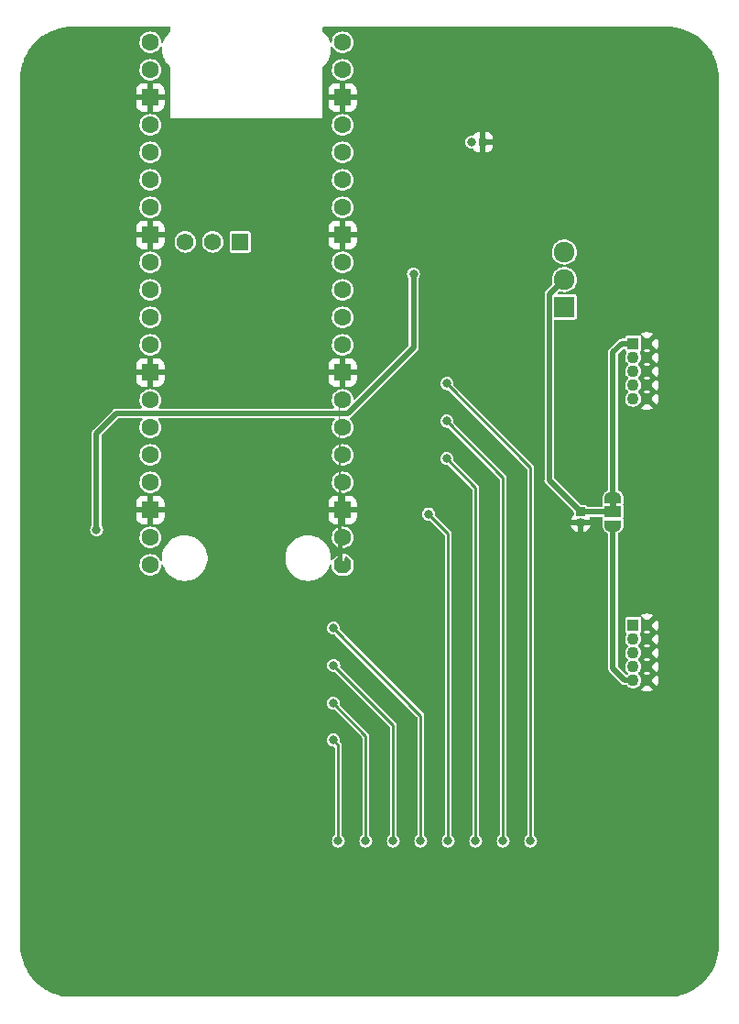
<source format=gbr>
%TF.GenerationSoftware,KiCad,Pcbnew,(6.0.8)*%
%TF.CreationDate,2023-01-02T23:21:26-08:00*%
%TF.ProjectId,picow_ssr_control,7069636f-775f-4737-9372-5f636f6e7472,0.0.8*%
%TF.SameCoordinates,PXfbc520PY6516e80*%
%TF.FileFunction,Copper,L2,Bot*%
%TF.FilePolarity,Positive*%
%FSLAX46Y46*%
G04 Gerber Fmt 4.6, Leading zero omitted, Abs format (unit mm)*
G04 Created by KiCad (PCBNEW (6.0.8)) date 2023-01-02 23:21:26*
%MOMM*%
%LPD*%
G01*
G04 APERTURE LIST*
G04 Aperture macros list*
%AMRoundRect*
0 Rectangle with rounded corners*
0 $1 Rounding radius*
0 $2 $3 $4 $5 $6 $7 $8 $9 X,Y pos of 4 corners*
0 Add a 4 corners polygon primitive as box body*
4,1,4,$2,$3,$4,$5,$6,$7,$8,$9,$2,$3,0*
0 Add four circle primitives for the rounded corners*
1,1,$1+$1,$2,$3*
1,1,$1+$1,$4,$5*
1,1,$1+$1,$6,$7*
1,1,$1+$1,$8,$9*
0 Add four rect primitives between the rounded corners*
20,1,$1+$1,$2,$3,$4,$5,0*
20,1,$1+$1,$4,$5,$6,$7,0*
20,1,$1+$1,$6,$7,$8,$9,0*
20,1,$1+$1,$8,$9,$2,$3,0*%
%AMFreePoly0*
4,1,57,0.281438,0.792513,0.314631,0.788760,0.324366,0.782642,0.335575,0.780064,0.361670,0.759195,0.389950,0.741421,0.741668,0.389704,0.759398,0.361385,0.780215,0.335261,0.782772,0.324050,0.788875,0.314303,0.792571,0.281098,0.800000,0.248529,0.800000,-0.248878,0.792513,-0.281438,0.788760,-0.314632,0.782641,-0.324367,0.780064,-0.335575,0.759196,-0.361669,0.741421,-0.389950,
0.389704,-0.741668,0.361385,-0.759398,0.335261,-0.780215,0.324050,-0.782772,0.314303,-0.788875,0.281098,-0.792571,0.248529,-0.800000,-0.248878,-0.800000,-0.281438,-0.792513,-0.314632,-0.788760,-0.324367,-0.782641,-0.335575,-0.780064,-0.361669,-0.759196,-0.389950,-0.741421,-0.741668,-0.389704,-0.759398,-0.361385,-0.780215,-0.335261,-0.782772,-0.324050,-0.788875,-0.314303,-0.792571,-0.281098,
-0.800000,-0.248529,-0.800000,0.248878,-0.792513,0.281438,-0.788760,0.314631,-0.782642,0.324366,-0.780064,0.335575,-0.759195,0.361670,-0.741421,0.389950,-0.389704,0.741668,-0.361385,0.759398,-0.335261,0.780215,-0.324050,0.782772,-0.314303,0.788875,-0.281098,0.792571,-0.248529,0.800000,0.248878,0.800000,0.281438,0.792513,0.281438,0.792513,$1*%
%AMFreePoly1*
4,1,22,0.550000,-0.750000,0.000000,-0.750000,0.000000,-0.745033,-0.079941,-0.743568,-0.215256,-0.701293,-0.333266,-0.622738,-0.424486,-0.514219,-0.481581,-0.384460,-0.499164,-0.250000,-0.500000,-0.250000,-0.500000,0.250000,-0.499164,0.250000,-0.499963,0.256109,-0.478152,0.396186,-0.417904,0.524511,-0.324060,0.630769,-0.204165,0.706417,-0.067858,0.745374,0.000000,0.744959,0.000000,0.750000,
0.550000,0.750000,0.550000,-0.750000,0.550000,-0.750000,$1*%
%AMFreePoly2*
4,1,20,0.000000,0.744959,0.073905,0.744508,0.209726,0.703889,0.328688,0.626782,0.421226,0.519385,0.479903,0.390333,0.500000,0.250000,0.500000,-0.250000,0.499851,-0.262216,0.476331,-0.402017,0.414519,-0.529596,0.319384,-0.634700,0.198574,-0.708877,0.061801,-0.746166,0.000000,-0.745033,0.000000,-0.750000,-0.550000,-0.750000,-0.550000,0.750000,0.000000,0.750000,0.000000,0.744959,
0.000000,0.744959,$1*%
G04 Aperture macros list end*
%TA.AperFunction,ComponentPad*%
%ADD10R,0.850000X0.850000*%
%TD*%
%TA.AperFunction,ComponentPad*%
%ADD11O,0.850000X0.850000*%
%TD*%
%TA.AperFunction,ComponentPad*%
%ADD12C,1.090000*%
%TD*%
%TA.AperFunction,ComponentPad*%
%ADD13R,1.090000X1.090000*%
%TD*%
%TA.AperFunction,ComponentPad*%
%ADD14C,0.800000*%
%TD*%
%TA.AperFunction,ComponentPad*%
%ADD15C,6.400000*%
%TD*%
%TA.AperFunction,ComponentPad*%
%ADD16R,0.800000X0.800000*%
%TD*%
%TA.AperFunction,ComponentPad*%
%ADD17C,1.920000*%
%TD*%
%TA.AperFunction,ComponentPad*%
%ADD18R,1.920000X1.920000*%
%TD*%
%TA.AperFunction,ComponentPad*%
%ADD19FreePoly0,180.000000*%
%TD*%
%TA.AperFunction,ComponentPad*%
%ADD20C,1.600000*%
%TD*%
%TA.AperFunction,ComponentPad*%
%ADD21RoundRect,0.200000X0.600000X0.600000X-0.600000X0.600000X-0.600000X-0.600000X0.600000X-0.600000X0*%
%TD*%
%TA.AperFunction,ComponentPad*%
%ADD22R,1.574800X1.574800*%
%TD*%
%TA.AperFunction,ComponentPad*%
%ADD23C,1.574800*%
%TD*%
%TA.AperFunction,SMDPad,CuDef*%
%ADD24FreePoly1,270.000000*%
%TD*%
%TA.AperFunction,SMDPad,CuDef*%
%ADD25R,1.500000X1.000000*%
%TD*%
%TA.AperFunction,SMDPad,CuDef*%
%ADD26FreePoly2,270.000000*%
%TD*%
%TA.AperFunction,ViaPad*%
%ADD27C,0.800000*%
%TD*%
%TA.AperFunction,Conductor*%
%ADD28C,0.250000*%
%TD*%
%TA.AperFunction,Conductor*%
%ADD29C,0.500000*%
%TD*%
G04 APERTURE END LIST*
%TO.C,JS1*%
G36*
X55300000Y45400000D02*
G01*
X54700000Y45400000D01*
X54700000Y45900000D01*
X55300000Y45900000D01*
X55300000Y45400000D01*
G37*
%TD*%
D10*
%TO.P,JS2,1,Pin_1*%
%TO.N,+BATT*%
X52000000Y45000000D03*
D11*
%TO.P,JS2,2,Pin_2*%
%TO.N,GNDPWR*%
X52000000Y44000000D03*
%TD*%
D12*
%TO.P,JCNTL2,10,10*%
%TO.N,GNDPWR*%
X58135000Y29460000D03*
%TO.P,JCNTL2,9,9*%
%TO.N,Net-(JCNTL2-Pad9)*%
X56865000Y29460000D03*
%TO.P,JCNTL2,8,8*%
%TO.N,GNDPWR*%
X58135000Y30730000D03*
%TO.P,JCNTL2,7,7*%
%TO.N,Net-(JCNTL2-Pad7)*%
X56865000Y30730000D03*
%TO.P,JCNTL2,6,6*%
%TO.N,GNDPWR*%
X58135000Y32000000D03*
%TO.P,JCNTL2,5,5*%
%TO.N,Net-(JCNTL2-Pad5)*%
X56865000Y32000000D03*
%TO.P,JCNTL2,4,4*%
%TO.N,GNDPWR*%
X58135000Y33270000D03*
%TO.P,JCNTL2,3,3*%
%TO.N,Net-(JCNTL2-Pad3)*%
X56865000Y33270000D03*
%TO.P,JCNTL2,2,2*%
%TO.N,GNDPWR*%
X58135000Y34540000D03*
D13*
%TO.P,JCNTL2,1,1*%
%TO.N,Net-(JCNTL2-Pad1)*%
X56865000Y34540000D03*
%TD*%
D14*
%TO.P,H2,1,1*%
%TO.N,GNDPWR*%
X2600000Y5000000D03*
X6697056Y6697056D03*
X3302944Y3302944D03*
X7400000Y5000000D03*
D15*
X5000000Y5000000D03*
D14*
X5000000Y7400000D03*
X5000000Y2600000D03*
X3302944Y6697056D03*
X6697056Y3302944D03*
%TD*%
%TO.P,H1,1,1*%
%TO.N,GNDPWR*%
X5000000Y82600000D03*
D15*
X5000000Y85000000D03*
D14*
X7400000Y85000000D03*
X5000000Y87400000D03*
X3302944Y86697056D03*
X2600000Y85000000D03*
X6697056Y86697056D03*
X6697056Y83302944D03*
X3302944Y83302944D03*
%TD*%
%TO.P,JL1,2,Pin_2*%
%TO.N,Net-(JL1-Pad2)*%
X41950000Y79150000D03*
D16*
%TO.P,JL1,1,Pin_1*%
%TO.N,GNDPWR*%
X42950000Y79150000D03*
%TD*%
D17*
%TO.P,Q1,3*%
%TO.N,+VDC*%
X50500000Y69000000D03*
%TO.P,Q1,2*%
%TO.N,+BATT*%
X50500000Y66460000D03*
D18*
%TO.P,Q1,1*%
%TO.N,Net-(Q1-Pad1)*%
X50500000Y63920000D03*
%TD*%
D12*
%TO.P,JCNTL1,10,10*%
%TO.N,GNDPWR*%
X58135000Y55460000D03*
%TO.P,JCNTL1,9,9*%
%TO.N,Net-(JCNTL1-Pad9)*%
X56865000Y55460000D03*
%TO.P,JCNTL1,8,8*%
%TO.N,GNDPWR*%
X58135000Y56730000D03*
%TO.P,JCNTL1,7,7*%
%TO.N,Net-(JCNTL1-Pad7)*%
X56865000Y56730000D03*
%TO.P,JCNTL1,6,6*%
%TO.N,GNDPWR*%
X58135000Y58000000D03*
%TO.P,JCNTL1,5,5*%
%TO.N,Net-(JCNTL1-Pad5)*%
X56865000Y58000000D03*
%TO.P,JCNTL1,4,4*%
%TO.N,GNDPWR*%
X58135000Y59270000D03*
%TO.P,JCNTL1,3,3*%
%TO.N,Net-(JCNTL1-Pad3)*%
X56865000Y59270000D03*
%TO.P,JCNTL1,2,2*%
%TO.N,GNDPWR*%
X58135000Y60540000D03*
D13*
%TO.P,JCNTL1,1,1*%
%TO.N,Net-(JCNTL1-Pad1)*%
X56865000Y60540000D03*
%TD*%
D14*
%TO.P,H3,1,1*%
%TO.N,GNDPWR*%
X60000000Y47400000D03*
X60000000Y42600000D03*
X61697056Y43302944D03*
X58302944Y43302944D03*
X61697056Y46697056D03*
X58302944Y46697056D03*
X62400000Y45000000D03*
X57600000Y45000000D03*
D15*
X60000000Y45000000D03*
%TD*%
D19*
%TO.P,U1,1,GPIO0*%
%TO.N,unconnected-(U1-Pad1)*%
X30000000Y40100000D03*
D20*
%TO.P,U1,2,GPIO1*%
%TO.N,/b4*%
X30000000Y42640000D03*
D21*
%TO.P,U1,3,GND*%
%TO.N,GNDPWR*%
X30000000Y45180000D03*
D20*
%TO.P,U1,4,GPIO2*%
%TO.N,/b3*%
X30000000Y47720000D03*
%TO.P,U1,5,GPIO3*%
%TO.N,/b2*%
X30000000Y50260000D03*
%TO.P,U1,6,GPIO4*%
%TO.N,/b1*%
X30000000Y52800000D03*
%TO.P,U1,7,GPIO5*%
%TO.N,/b8*%
X30000000Y55340000D03*
D21*
%TO.P,U1,8,GND*%
%TO.N,GNDPWR*%
X30000000Y57880000D03*
D20*
%TO.P,U1,9,GPIO6*%
%TO.N,/b7*%
X30000000Y60420000D03*
%TO.P,U1,10,GPIO7*%
%TO.N,/b6*%
X30000000Y62960000D03*
%TO.P,U1,11,GPIO8*%
%TO.N,/b5*%
X30000000Y65500000D03*
%TO.P,U1,12,GPIO9*%
%TO.N,unconnected-(U1-Pad12)*%
X30000000Y68040000D03*
D21*
%TO.P,U1,13,GND*%
%TO.N,GNDPWR*%
X30000000Y70580000D03*
D20*
%TO.P,U1,14,GPIO10*%
%TO.N,unconnected-(U1-Pad14)*%
X30000000Y73120000D03*
%TO.P,U1,15,GPIO11*%
%TO.N,unconnected-(U1-Pad15)*%
X30000000Y75660000D03*
%TO.P,U1,16,GPIO12*%
%TO.N,unconnected-(U1-Pad16)*%
X30000000Y78200000D03*
%TO.P,U1,17,GPIO13*%
%TO.N,unconnected-(U1-Pad17)*%
X30000000Y80740000D03*
D21*
%TO.P,U1,18,GND*%
%TO.N,GNDPWR*%
X30000000Y83280000D03*
D20*
%TO.P,U1,19,GPIO14*%
%TO.N,unconnected-(U1-Pad19)*%
X30000000Y85820000D03*
%TO.P,U1,20,GPIO15*%
%TO.N,unconnected-(U1-Pad20)*%
X30000000Y88360000D03*
%TO.P,U1,21,GPIO16*%
%TO.N,unconnected-(U1-Pad21)*%
X12220000Y88360000D03*
%TO.P,U1,22,GPIO17*%
%TO.N,unconnected-(U1-Pad22)*%
X12220000Y85820000D03*
D21*
%TO.P,U1,23,GND*%
%TO.N,GNDPWR*%
X12220000Y83280000D03*
D20*
%TO.P,U1,24,GPIO18*%
%TO.N,unconnected-(U1-Pad24)*%
X12220000Y80740000D03*
%TO.P,U1,25,GPIO19*%
%TO.N,unconnected-(U1-Pad25)*%
X12220000Y78200000D03*
%TO.P,U1,26,GPIO20*%
%TO.N,unconnected-(U1-Pad26)*%
X12220000Y75660000D03*
%TO.P,U1,27,GPIO21*%
%TO.N,unconnected-(U1-Pad27)*%
X12220000Y73120000D03*
D21*
%TO.P,U1,28,GND*%
%TO.N,GNDPWR*%
X12220000Y70580000D03*
D20*
%TO.P,U1,29,GPIO22*%
%TO.N,unconnected-(U1-Pad29)*%
X12220000Y68040000D03*
%TO.P,U1,30,RUN*%
%TO.N,unconnected-(U1-Pad30)*%
X12220000Y65500000D03*
%TO.P,U1,31,GPIO26_ADC0*%
%TO.N,unconnected-(U1-Pad31)*%
X12220000Y62960000D03*
%TO.P,U1,32,GPIO27_ADC1*%
%TO.N,unconnected-(U1-Pad32)*%
X12220000Y60420000D03*
D21*
%TO.P,U1,33,AGND*%
%TO.N,GNDPWR*%
X12220000Y57880000D03*
D20*
%TO.P,U1,34,GPIO28_ADC2*%
%TO.N,unconnected-(U1-Pad34)*%
X12220000Y55340000D03*
%TO.P,U1,35,ADC_VREF*%
%TO.N,unconnected-(U1-Pad35)*%
X12220000Y52800000D03*
%TO.P,U1,36,3V3*%
%TO.N,unconnected-(U1-Pad36)*%
X12220000Y50260000D03*
%TO.P,U1,37,3V3_EN*%
%TO.N,unconnected-(U1-Pad37)*%
X12220000Y47720000D03*
D21*
%TO.P,U1,38,GND*%
%TO.N,GNDPWR*%
X12220000Y45180000D03*
D20*
%TO.P,U1,39,VSYS*%
%TO.N,Net-(Q2-Pad2)*%
X12220000Y42640000D03*
%TO.P,U1,40,VBUS*%
%TO.N,Net-(Q2-Pad1)*%
X12220000Y40100000D03*
D22*
%TO.P,U1,41,SWCLK*%
%TO.N,unconnected-(U1-Pad41)*%
X20525800Y69930000D03*
D23*
%TO.P,U1,42,SWGND*%
%TO.N,unconnected-(U1-Pad42)*%
X17985800Y69930000D03*
%TO.P,U1,43,SWDIO*%
%TO.N,unconnected-(U1-Pad43)*%
X15445800Y69930000D03*
%TD*%
D24*
%TO.P,JS1,1,A*%
%TO.N,Net-(JCNTL1-Pad1)*%
X55000000Y46300000D03*
D25*
%TO.P,JS1,2,C*%
%TO.N,+BATT*%
X55000000Y45000000D03*
D26*
%TO.P,JS1,3,B*%
%TO.N,Net-(JCNTL2-Pad9)*%
X55000000Y43700000D03*
%TD*%
D27*
%TO.N,/a1*%
X39650000Y56850000D03*
%TO.N,/a2*%
X39625000Y53375000D03*
%TO.N,/a3*%
X39625000Y49925000D03*
%TO.N,/a4*%
X37950000Y44800000D03*
%TO.N,/a8*%
X29150000Y34250000D03*
%TO.N,/a7*%
X29175000Y30825000D03*
%TO.N,/a6*%
X29125000Y27325000D03*
%TO.N,/a5*%
X29137500Y23912500D03*
X29600000Y14600000D03*
%TO.N,/a1*%
X47380000Y14600000D03*
%TO.N,/a2*%
X44840000Y14600000D03*
%TO.N,/a3*%
X42300000Y14600000D03*
%TO.N,/a4*%
X39760000Y14600000D03*
%TO.N,/a8*%
X37220000Y14600000D03*
%TO.N,/a7*%
X34680000Y14600000D03*
%TO.N,/a6*%
X32140000Y14600000D03*
%TO.N,+5V*%
X7250000Y43350000D03*
X36550000Y66950000D03*
%TO.N,GNDPWR*%
X40600000Y67150000D03*
X47380000Y5400000D03*
X26150000Y31050000D03*
X23500000Y28750000D03*
X37220000Y5400000D03*
X23500000Y25300000D03*
X23500000Y21850000D03*
X36650000Y53650000D03*
X38150000Y62700000D03*
X29600000Y5400000D03*
X36602115Y46791391D03*
X43050000Y62700000D03*
X23500000Y32200000D03*
X55850000Y69960000D03*
X36650000Y50200000D03*
X40600000Y61010000D03*
X44840000Y5400000D03*
X26150000Y20700000D03*
X34097885Y51308609D03*
X34000000Y44450000D03*
X26150000Y27600000D03*
X32140000Y5400000D03*
X40600000Y64410000D03*
X34000000Y47900000D03*
X39760000Y5400000D03*
X42300000Y5400000D03*
X34680000Y5400000D03*
X34000000Y54750000D03*
X26150000Y24150000D03*
X36602115Y43341391D03*
%TD*%
D28*
%TO.N,/a1*%
X47380000Y49120000D02*
X39650000Y56850000D01*
X47380000Y14600000D02*
X47380000Y49120000D01*
%TO.N,/a2*%
X44840000Y14600000D02*
X44840000Y48160000D01*
X44840000Y48160000D02*
X39625000Y53375000D01*
%TO.N,/a3*%
X42300000Y47250000D02*
X39625000Y49925000D01*
X42300000Y14600000D02*
X42300000Y47250000D01*
%TO.N,/a4*%
X39760000Y42990000D02*
X37950000Y44800000D01*
X39760000Y14600000D02*
X39760000Y42990000D01*
%TO.N,/a8*%
X37220000Y26180000D02*
X29150000Y34250000D01*
X37220000Y14600000D02*
X37220000Y26180000D01*
%TO.N,/a7*%
X34680000Y14600000D02*
X34680000Y25320000D01*
X34680000Y25320000D02*
X29175000Y30825000D01*
%TO.N,/a6*%
X32140000Y24310000D02*
X29125000Y27325000D01*
X32140000Y14600000D02*
X32140000Y24310000D01*
%TO.N,/a5*%
X29600000Y23450000D02*
X29137500Y23912500D01*
X29600000Y14600000D02*
X29600000Y23450000D01*
D29*
%TO.N,+5V*%
X36550000Y60150517D02*
X30499483Y54100000D01*
X36550000Y66950000D02*
X36550000Y60150517D01*
%TO.N,+BATT*%
X55000000Y45000000D02*
X52000000Y45000000D01*
X52000000Y45000000D02*
X49110000Y47890000D01*
X49110000Y47890000D02*
X49110000Y65070000D01*
X49110000Y65070000D02*
X50500000Y66460000D01*
%TO.N,Net-(JCNTL2-Pad9)*%
X56094254Y29460000D02*
X56865000Y29460000D01*
X55000000Y30554254D02*
X56094254Y29460000D01*
X55000000Y43700000D02*
X55000000Y30554254D01*
%TO.N,Net-(JCNTL1-Pad1)*%
X55820000Y60540000D02*
X55000000Y59720000D01*
X55000000Y59720000D02*
X55000000Y46300000D01*
X56865000Y60540000D02*
X55820000Y60540000D01*
%TO.N,+5V*%
X7250000Y52250000D02*
X7250000Y43350000D01*
X9100000Y54100000D02*
X7250000Y52250000D01*
X30499483Y54100000D02*
X9100000Y54100000D01*
%TD*%
%TA.AperFunction,Conductor*%
%TO.N,GNDPWR*%
G36*
X14069191Y89780593D02*
G01*
X14105155Y89731093D01*
X14110000Y89700500D01*
X14110000Y89432567D01*
X14091093Y89374376D01*
X14078392Y89360046D01*
X13875224Y89171251D01*
X13873091Y89168646D01*
X13873090Y89168644D01*
X13695961Y88952236D01*
X13695956Y88952229D01*
X13693823Y88949623D01*
X13544180Y88705427D01*
X13542828Y88702346D01*
X13542827Y88702345D01*
X13465072Y88525214D01*
X13429062Y88443182D01*
X13414294Y88391339D01*
X13380170Y88340557D01*
X13322711Y88319530D01*
X13263867Y88336291D01*
X13226113Y88384440D01*
X13220556Y88408802D01*
X13206666Y88550454D01*
X13206194Y88555272D01*
X13149484Y88743106D01*
X13057370Y88916347D01*
X13047145Y88928885D01*
X12936422Y89064645D01*
X12936421Y89064646D01*
X12933361Y89068398D01*
X12782180Y89193465D01*
X12609585Y89286787D01*
X12422152Y89344807D01*
X12417342Y89345313D01*
X12417340Y89345313D01*
X12231835Y89364811D01*
X12231833Y89364811D01*
X12227019Y89365317D01*
X12169090Y89360045D01*
X12036438Y89347973D01*
X12036435Y89347972D01*
X12031618Y89347534D01*
X12026976Y89346168D01*
X12026972Y89346167D01*
X11848040Y89293504D01*
X11848037Y89293503D01*
X11843393Y89292136D01*
X11669512Y89201233D01*
X11665743Y89198203D01*
X11665742Y89198202D01*
X11656016Y89190382D01*
X11516600Y89078289D01*
X11490186Y89046810D01*
X11393589Y88931690D01*
X11393586Y88931686D01*
X11390480Y88927984D01*
X11295956Y88756046D01*
X11294492Y88751432D01*
X11294491Y88751429D01*
X11269838Y88673713D01*
X11236628Y88569022D01*
X11236088Y88564210D01*
X11236088Y88564209D01*
X11216612Y88390572D01*
X11214757Y88374037D01*
X11217927Y88336291D01*
X11229628Y88196944D01*
X11231175Y88178517D01*
X11232508Y88173869D01*
X11232508Y88173868D01*
X11244320Y88132677D01*
X11285258Y87989909D01*
X11287473Y87985599D01*
X11372731Y87819704D01*
X11372734Y87819700D01*
X11374944Y87815399D01*
X11496818Y87661631D01*
X11500505Y87658493D01*
X11500507Y87658491D01*
X11642550Y87537603D01*
X11642555Y87537600D01*
X11646238Y87534465D01*
X11650460Y87532105D01*
X11650465Y87532102D01*
X11691838Y87508980D01*
X11817513Y87438743D01*
X11918549Y87405914D01*
X11999513Y87379607D01*
X11999516Y87379606D01*
X12004118Y87378111D01*
X12198946Y87354879D01*
X12203768Y87355250D01*
X12203771Y87355250D01*
X12389748Y87369560D01*
X12389753Y87369561D01*
X12394576Y87369932D01*
X12583556Y87422697D01*
X12587869Y87424876D01*
X12587875Y87424878D01*
X12754368Y87508980D01*
X12754370Y87508982D01*
X12758689Y87511163D01*
X12785490Y87532102D01*
X12909487Y87628978D01*
X12909491Y87628982D01*
X12913303Y87631960D01*
X12938915Y87661631D01*
X13038345Y87776823D01*
X13038347Y87776825D01*
X13041509Y87780489D01*
X13125137Y87927700D01*
X13170319Y87968956D01*
X13231123Y87975776D01*
X13284323Y87945554D01*
X13309599Y87889833D01*
X13310215Y87878280D01*
X13308747Y87597800D01*
X13346129Y87313851D01*
X13347020Y87310594D01*
X13347021Y87310589D01*
X13352035Y87292261D01*
X13421702Y87037602D01*
X13534068Y86774165D01*
X13681146Y86528415D01*
X13683252Y86525786D01*
X13683255Y86525782D01*
X13770680Y86416658D01*
X13860215Y86304900D01*
X13862664Y86302576D01*
X13962982Y86207378D01*
X14067962Y86107755D01*
X14070695Y86105791D01*
X14073299Y86103637D01*
X14072281Y86102407D01*
X14105003Y86057832D01*
X14110000Y86026777D01*
X14110000Y81330000D01*
X28110000Y81330000D01*
X28110000Y82625673D01*
X28692001Y82625673D01*
X28692208Y82621163D01*
X28698263Y82555256D01*
X28700312Y82545022D01*
X28748202Y82392203D01*
X28753079Y82381403D01*
X28835667Y82245035D01*
X28842976Y82235712D01*
X28955712Y82122976D01*
X28965035Y82115667D01*
X29101403Y82033079D01*
X29112203Y82028202D01*
X29265021Y81980313D01*
X29275257Y81978263D01*
X29341163Y81972207D01*
X29345672Y81972000D01*
X29730320Y81972000D01*
X29743005Y81976122D01*
X29746000Y81980243D01*
X29746000Y81987681D01*
X30254000Y81987681D01*
X30258122Y81974996D01*
X30262243Y81972001D01*
X30654327Y81972001D01*
X30658837Y81972208D01*
X30724744Y81978263D01*
X30734978Y81980312D01*
X30887797Y82028202D01*
X30898597Y82033079D01*
X31034965Y82115667D01*
X31044288Y82122976D01*
X31157024Y82235712D01*
X31164333Y82245035D01*
X31246921Y82381403D01*
X31251798Y82392203D01*
X31299687Y82545021D01*
X31301737Y82555257D01*
X31307793Y82621163D01*
X31308000Y82625672D01*
X31308000Y83010320D01*
X31303878Y83023005D01*
X31299757Y83026000D01*
X30269680Y83026000D01*
X30256995Y83021878D01*
X30254000Y83017757D01*
X30254000Y81987681D01*
X29746000Y81987681D01*
X29746000Y83010320D01*
X29741878Y83023005D01*
X29737757Y83026000D01*
X28707681Y83026000D01*
X28694996Y83021878D01*
X28692001Y83017757D01*
X28692001Y82625673D01*
X28110000Y82625673D01*
X28110000Y83549680D01*
X28692000Y83549680D01*
X28696122Y83536995D01*
X28700243Y83534000D01*
X29730320Y83534000D01*
X29743005Y83538122D01*
X29746000Y83542243D01*
X29746000Y83549680D01*
X30254000Y83549680D01*
X30258122Y83536995D01*
X30262243Y83534000D01*
X31292319Y83534000D01*
X31305004Y83538122D01*
X31307999Y83542243D01*
X31307999Y83934327D01*
X31307792Y83938837D01*
X31301737Y84004744D01*
X31299688Y84014978D01*
X31251798Y84167797D01*
X31246921Y84178597D01*
X31164333Y84314965D01*
X31157024Y84324288D01*
X31044288Y84437024D01*
X31034965Y84444333D01*
X30898597Y84526921D01*
X30887797Y84531798D01*
X30734979Y84579687D01*
X30724743Y84581737D01*
X30658837Y84587793D01*
X30654328Y84588000D01*
X30269680Y84588000D01*
X30256995Y84583878D01*
X30254000Y84579757D01*
X30254000Y83549680D01*
X29746000Y83549680D01*
X29746000Y84572319D01*
X29741878Y84585004D01*
X29737757Y84587999D01*
X29345673Y84587999D01*
X29341163Y84587792D01*
X29275256Y84581737D01*
X29265022Y84579688D01*
X29112203Y84531798D01*
X29101403Y84526921D01*
X28965035Y84444333D01*
X28955712Y84437024D01*
X28842976Y84324288D01*
X28835667Y84314965D01*
X28753079Y84178597D01*
X28748202Y84167797D01*
X28700313Y84014979D01*
X28698263Y84004743D01*
X28692207Y83938837D01*
X28692000Y83934328D01*
X28692000Y83549680D01*
X28110000Y83549680D01*
X28110000Y85834037D01*
X28994757Y85834037D01*
X29011175Y85638517D01*
X29012508Y85633869D01*
X29012508Y85633868D01*
X29024320Y85592677D01*
X29065258Y85449909D01*
X29067473Y85445599D01*
X29152731Y85279704D01*
X29152734Y85279700D01*
X29154944Y85275399D01*
X29276818Y85121631D01*
X29280505Y85118493D01*
X29280507Y85118491D01*
X29422550Y84997603D01*
X29422555Y84997600D01*
X29426238Y84994465D01*
X29430460Y84992105D01*
X29430465Y84992102D01*
X29540692Y84930499D01*
X29597513Y84898743D01*
X29698549Y84865914D01*
X29779513Y84839607D01*
X29779516Y84839606D01*
X29784118Y84838111D01*
X29978946Y84814879D01*
X29983768Y84815250D01*
X29983771Y84815250D01*
X30169748Y84829560D01*
X30169753Y84829561D01*
X30174576Y84829932D01*
X30363556Y84882697D01*
X30367869Y84884876D01*
X30367875Y84884878D01*
X30534368Y84968980D01*
X30534370Y84968982D01*
X30538689Y84971163D01*
X30546215Y84977043D01*
X30689487Y85088978D01*
X30689491Y85088982D01*
X30693303Y85091960D01*
X30718915Y85121631D01*
X30818345Y85236823D01*
X30818347Y85236825D01*
X30821509Y85240489D01*
X30823902Y85244701D01*
X30916036Y85406885D01*
X30916037Y85406888D01*
X30918425Y85411091D01*
X30920825Y85418304D01*
X30978831Y85592677D01*
X30978831Y85592679D01*
X30980358Y85597268D01*
X31004949Y85791929D01*
X31005341Y85820000D01*
X31004438Y85829217D01*
X30986666Y86010454D01*
X30986194Y86015272D01*
X30929484Y86203106D01*
X30837370Y86376347D01*
X30728059Y86510377D01*
X30716422Y86524645D01*
X30716421Y86524646D01*
X30713361Y86528398D01*
X30562180Y86653465D01*
X30389585Y86746787D01*
X30202152Y86804807D01*
X30197342Y86805313D01*
X30197340Y86805313D01*
X30011835Y86824811D01*
X30011833Y86824811D01*
X30007019Y86825317D01*
X29942891Y86819481D01*
X29816438Y86807973D01*
X29816435Y86807972D01*
X29811618Y86807534D01*
X29806976Y86806168D01*
X29806972Y86806167D01*
X29628040Y86753504D01*
X29628037Y86753503D01*
X29623393Y86752136D01*
X29449512Y86661233D01*
X29445743Y86658203D01*
X29445742Y86658202D01*
X29436016Y86650382D01*
X29296600Y86538289D01*
X29273179Y86510377D01*
X29173589Y86391690D01*
X29173586Y86391686D01*
X29170480Y86387984D01*
X29075956Y86216046D01*
X29074492Y86211432D01*
X29074491Y86211429D01*
X29042339Y86110074D01*
X29016628Y86029022D01*
X29016088Y86024210D01*
X29016088Y86024209D01*
X28997300Y85856706D01*
X28994757Y85834037D01*
X28110000Y85834037D01*
X28110000Y86027433D01*
X28128907Y86085624D01*
X28141609Y86099955D01*
X28144248Y86102407D01*
X28344776Y86288749D01*
X28346910Y86291356D01*
X28524039Y86507764D01*
X28524044Y86507771D01*
X28526177Y86510377D01*
X28675820Y86754573D01*
X28677173Y86757655D01*
X28789585Y87013735D01*
X28789587Y87013739D01*
X28790938Y87016818D01*
X28869400Y87292261D01*
X28909754Y87575804D01*
X28910033Y87628978D01*
X28911008Y87815399D01*
X28911253Y87862200D01*
X28910036Y87871448D01*
X28921183Y87931607D01*
X28965564Y87973725D01*
X29026226Y87981714D01*
X29079998Y87952521D01*
X29096240Y87929624D01*
X29152731Y87819705D01*
X29154944Y87815399D01*
X29276818Y87661631D01*
X29280505Y87658493D01*
X29280507Y87658491D01*
X29422550Y87537603D01*
X29422555Y87537600D01*
X29426238Y87534465D01*
X29430460Y87532105D01*
X29430465Y87532102D01*
X29471838Y87508980D01*
X29597513Y87438743D01*
X29698549Y87405914D01*
X29779513Y87379607D01*
X29779516Y87379606D01*
X29784118Y87378111D01*
X29978946Y87354879D01*
X29983768Y87355250D01*
X29983771Y87355250D01*
X30169748Y87369560D01*
X30169753Y87369561D01*
X30174576Y87369932D01*
X30363556Y87422697D01*
X30367869Y87424876D01*
X30367875Y87424878D01*
X30534368Y87508980D01*
X30534370Y87508982D01*
X30538689Y87511163D01*
X30565490Y87532102D01*
X30689487Y87628978D01*
X30689491Y87628982D01*
X30693303Y87631960D01*
X30718915Y87661631D01*
X30818345Y87776823D01*
X30818347Y87776825D01*
X30821509Y87780489D01*
X30823902Y87784701D01*
X30916036Y87946885D01*
X30916037Y87946888D01*
X30918425Y87951091D01*
X30925955Y87973725D01*
X30978831Y88132677D01*
X30978831Y88132679D01*
X30980358Y88137268D01*
X30984208Y88167739D01*
X30993511Y88241389D01*
X31004949Y88331929D01*
X31005070Y88340557D01*
X31005126Y88344578D01*
X31005341Y88360000D01*
X31004438Y88369217D01*
X30986666Y88550454D01*
X30986194Y88555272D01*
X30929484Y88743106D01*
X30837370Y88916347D01*
X30827145Y88928885D01*
X30716422Y89064645D01*
X30716421Y89064646D01*
X30713361Y89068398D01*
X30562180Y89193465D01*
X30389585Y89286787D01*
X30202152Y89344807D01*
X30197342Y89345313D01*
X30197340Y89345313D01*
X30011835Y89364811D01*
X30011833Y89364811D01*
X30007019Y89365317D01*
X29949090Y89360045D01*
X29816438Y89347973D01*
X29816435Y89347972D01*
X29811618Y89347534D01*
X29806976Y89346168D01*
X29806972Y89346167D01*
X29628040Y89293504D01*
X29628037Y89293503D01*
X29623393Y89292136D01*
X29449512Y89201233D01*
X29445743Y89198203D01*
X29445742Y89198202D01*
X29436016Y89190382D01*
X29296600Y89078289D01*
X29270186Y89046810D01*
X29173589Y88931690D01*
X29173586Y88931686D01*
X29170480Y88927984D01*
X29075956Y88756046D01*
X29074492Y88751432D01*
X29074491Y88751429D01*
X29049838Y88673713D01*
X29016628Y88569022D01*
X29016088Y88564210D01*
X29016088Y88564209D01*
X28999053Y88412334D01*
X28973777Y88356613D01*
X28920577Y88326391D01*
X28859773Y88333211D01*
X28814590Y88374469D01*
X28805179Y88397245D01*
X28799188Y88419145D01*
X28799188Y88419146D01*
X28798298Y88422398D01*
X28685932Y88685835D01*
X28538854Y88931585D01*
X28522310Y88952236D01*
X28418896Y89081317D01*
X28359785Y89155100D01*
X28311171Y89201233D01*
X28154482Y89349926D01*
X28154480Y89349928D01*
X28152038Y89352245D01*
X28149305Y89354209D01*
X28146701Y89356363D01*
X28147719Y89357593D01*
X28114997Y89402168D01*
X28110000Y89433223D01*
X28110000Y89700500D01*
X28128907Y89758691D01*
X28178407Y89794655D01*
X28209000Y89799500D01*
X59965983Y89799500D01*
X59988169Y89796982D01*
X59999641Y89794344D01*
X60010514Y89796804D01*
X60017449Y89796792D01*
X60032039Y89798101D01*
X60121579Y89794191D01*
X60413989Y89781424D01*
X60422592Y89780671D01*
X60829140Y89727149D01*
X60837646Y89725649D01*
X61237980Y89636897D01*
X61246321Y89634662D01*
X61637411Y89511352D01*
X61645512Y89508404D01*
X61827014Y89433223D01*
X62024365Y89351477D01*
X62032192Y89347827D01*
X62092874Y89316238D01*
X62395921Y89158482D01*
X62403381Y89154176D01*
X62724464Y88949623D01*
X62749240Y88933839D01*
X62756314Y88928885D01*
X63081634Y88679258D01*
X63088235Y88673719D01*
X63390580Y88396672D01*
X63396672Y88390580D01*
X63673719Y88088235D01*
X63679258Y88081634D01*
X63886459Y87811605D01*
X63928885Y87756314D01*
X63933838Y87749241D01*
X64154176Y87403381D01*
X64158482Y87395921D01*
X64210702Y87295608D01*
X64347827Y87032192D01*
X64351477Y87024365D01*
X64354603Y87016818D01*
X64465863Y86748216D01*
X64508401Y86645520D01*
X64511352Y86637411D01*
X64616925Y86302576D01*
X64634662Y86246322D01*
X64636897Y86237980D01*
X64725649Y85837646D01*
X64727149Y85829140D01*
X64780671Y85422592D01*
X64781424Y85413988D01*
X64798078Y85032561D01*
X64796856Y85019201D01*
X64796842Y85011223D01*
X64794344Y85000359D01*
X64796804Y84989487D01*
X64797059Y84988362D01*
X64799500Y84966512D01*
X64799500Y5034017D01*
X64796982Y5011831D01*
X64794344Y5000359D01*
X64796804Y4989486D01*
X64796792Y4982551D01*
X64798101Y4967960D01*
X64781424Y4586011D01*
X64780671Y4577408D01*
X64727149Y4170860D01*
X64725649Y4162354D01*
X64636897Y3762020D01*
X64634662Y3753678D01*
X64511355Y3362596D01*
X64508401Y3354480D01*
X64351477Y2975635D01*
X64347827Y2967808D01*
X64158482Y2604079D01*
X64154176Y2596619D01*
X64107097Y2522720D01*
X63933839Y2250760D01*
X63928885Y2243686D01*
X63679258Y1918366D01*
X63673719Y1911765D01*
X63396672Y1609420D01*
X63390580Y1603328D01*
X63088235Y1326281D01*
X63081634Y1320742D01*
X62756314Y1071115D01*
X62749241Y1066162D01*
X62403381Y845824D01*
X62395921Y841518D01*
X62092874Y683762D01*
X62032192Y652173D01*
X62024365Y648523D01*
X61924864Y607308D01*
X61645512Y491596D01*
X61637411Y488648D01*
X61427259Y422387D01*
X61246322Y365338D01*
X61237980Y363103D01*
X60837646Y274351D01*
X60829140Y272851D01*
X60422592Y219329D01*
X60413988Y218576D01*
X60032561Y201922D01*
X60019201Y203144D01*
X60011223Y203158D01*
X60000359Y205656D01*
X59988359Y202941D01*
X59966512Y200500D01*
X5034017Y200500D01*
X5011831Y203018D01*
X5011813Y203022D01*
X5000359Y205656D01*
X4989486Y203196D01*
X4982551Y203208D01*
X4967961Y201899D01*
X4878421Y205809D01*
X4586011Y218576D01*
X4577408Y219329D01*
X4170860Y272851D01*
X4162354Y274351D01*
X3762020Y363103D01*
X3753678Y365338D01*
X3572741Y422387D01*
X3362589Y488648D01*
X3354488Y491596D01*
X3075136Y607308D01*
X2975635Y648523D01*
X2967808Y652173D01*
X2907126Y683762D01*
X2604079Y841518D01*
X2596619Y845824D01*
X2250759Y1066162D01*
X2243686Y1071115D01*
X1918366Y1320742D01*
X1911765Y1326281D01*
X1609420Y1603328D01*
X1603328Y1609420D01*
X1326281Y1911765D01*
X1320742Y1918366D01*
X1071115Y2243686D01*
X1066161Y2250760D01*
X892903Y2522720D01*
X845824Y2596619D01*
X841518Y2604079D01*
X652173Y2967808D01*
X648523Y2975635D01*
X491599Y3354480D01*
X488645Y3362596D01*
X365338Y3753678D01*
X363103Y3762020D01*
X274351Y4162354D01*
X272851Y4170860D01*
X219329Y4577407D01*
X218576Y4586010D01*
X201933Y4967174D01*
X203877Y4988228D01*
X203747Y4988243D01*
X204389Y4993821D01*
X205655Y4999282D01*
X205656Y5000000D01*
X203096Y5011224D01*
X202980Y5011734D01*
X200500Y5033752D01*
X200500Y23912500D01*
X28531818Y23912500D01*
X28552456Y23755738D01*
X28612964Y23609659D01*
X28709218Y23484218D01*
X28834659Y23387964D01*
X28980738Y23327456D01*
X29137500Y23306818D01*
X29162578Y23310120D01*
X29222737Y23298971D01*
X29264855Y23254589D01*
X29274500Y23211967D01*
X29274500Y15155970D01*
X29255593Y15097779D01*
X29235768Y15077429D01*
X29171718Y15028282D01*
X29075464Y14902841D01*
X29014956Y14756762D01*
X28994318Y14600000D01*
X29014956Y14443238D01*
X29075464Y14297159D01*
X29171718Y14171718D01*
X29297159Y14075464D01*
X29443238Y14014956D01*
X29600000Y13994318D01*
X29756762Y14014956D01*
X29902841Y14075464D01*
X30028282Y14171718D01*
X30124536Y14297159D01*
X30185044Y14443238D01*
X30205682Y14600000D01*
X30185044Y14756762D01*
X30124536Y14902841D01*
X30028282Y15028282D01*
X29964233Y15077429D01*
X29929577Y15127852D01*
X29925500Y15155970D01*
X29925500Y23431466D01*
X29925877Y23440095D01*
X29928509Y23470178D01*
X29929264Y23478807D01*
X29919204Y23516350D01*
X29917334Y23524784D01*
X29912092Y23554517D01*
X29912091Y23554519D01*
X29910588Y23563045D01*
X29906258Y23570544D01*
X29904262Y23576029D01*
X29901796Y23581316D01*
X29899554Y23589684D01*
X29877268Y23621511D01*
X29872627Y23628795D01*
X29857523Y23654956D01*
X29853194Y23662455D01*
X29823429Y23687431D01*
X29817061Y23693265D01*
X29760793Y23749533D01*
X29733016Y23804050D01*
X29732644Y23832455D01*
X29743182Y23912500D01*
X29722544Y24069262D01*
X29662036Y24215341D01*
X29565782Y24340782D01*
X29440341Y24437036D01*
X29294262Y24497544D01*
X29137500Y24518182D01*
X28980738Y24497544D01*
X28834659Y24437036D01*
X28709218Y24340782D01*
X28612964Y24215341D01*
X28552456Y24069262D01*
X28531818Y23912500D01*
X200500Y23912500D01*
X200500Y27325000D01*
X28519318Y27325000D01*
X28539956Y27168238D01*
X28600464Y27022159D01*
X28696718Y26896718D01*
X28822159Y26800464D01*
X28968238Y26739956D01*
X29125000Y26719318D01*
X29205042Y26729856D01*
X29265201Y26718706D01*
X29287967Y26701707D01*
X31785504Y24204170D01*
X31813281Y24149653D01*
X31814500Y24134166D01*
X31814500Y15155970D01*
X31795593Y15097779D01*
X31775768Y15077429D01*
X31711718Y15028282D01*
X31615464Y14902841D01*
X31554956Y14756762D01*
X31534318Y14600000D01*
X31554956Y14443238D01*
X31615464Y14297159D01*
X31711718Y14171718D01*
X31837159Y14075464D01*
X31983238Y14014956D01*
X32140000Y13994318D01*
X32296762Y14014956D01*
X32442841Y14075464D01*
X32568282Y14171718D01*
X32664536Y14297159D01*
X32725044Y14443238D01*
X32745682Y14600000D01*
X32725044Y14756762D01*
X32664536Y14902841D01*
X32568282Y15028282D01*
X32504233Y15077429D01*
X32469577Y15127852D01*
X32465500Y15155970D01*
X32465500Y24291466D01*
X32465877Y24300095D01*
X32468509Y24330178D01*
X32469264Y24338807D01*
X32459204Y24376350D01*
X32457334Y24384784D01*
X32452092Y24414517D01*
X32452091Y24414519D01*
X32450588Y24423045D01*
X32446258Y24430544D01*
X32444262Y24436029D01*
X32441796Y24441316D01*
X32439554Y24449684D01*
X32417268Y24481511D01*
X32412627Y24488795D01*
X32397523Y24514956D01*
X32393194Y24522455D01*
X32363429Y24547431D01*
X32357061Y24553265D01*
X29748293Y27162033D01*
X29720516Y27216550D01*
X29720144Y27244955D01*
X29730682Y27325000D01*
X29710044Y27481762D01*
X29649536Y27627841D01*
X29553282Y27753282D01*
X29427841Y27849536D01*
X29281762Y27910044D01*
X29125000Y27930682D01*
X28968238Y27910044D01*
X28822159Y27849536D01*
X28696718Y27753282D01*
X28600464Y27627841D01*
X28539956Y27481762D01*
X28519318Y27325000D01*
X200500Y27325000D01*
X200500Y30825000D01*
X28569318Y30825000D01*
X28589956Y30668238D01*
X28650464Y30522159D01*
X28746718Y30396718D01*
X28872159Y30300464D01*
X29018238Y30239956D01*
X29175000Y30219318D01*
X29255042Y30229856D01*
X29315201Y30218706D01*
X29337967Y30201707D01*
X34325504Y25214170D01*
X34353281Y25159653D01*
X34354500Y25144166D01*
X34354500Y15155970D01*
X34335593Y15097779D01*
X34315768Y15077429D01*
X34251718Y15028282D01*
X34155464Y14902841D01*
X34094956Y14756762D01*
X34074318Y14600000D01*
X34094956Y14443238D01*
X34155464Y14297159D01*
X34251718Y14171718D01*
X34377159Y14075464D01*
X34523238Y14014956D01*
X34680000Y13994318D01*
X34836762Y14014956D01*
X34982841Y14075464D01*
X35108282Y14171718D01*
X35204536Y14297159D01*
X35265044Y14443238D01*
X35285682Y14600000D01*
X35265044Y14756762D01*
X35204536Y14902841D01*
X35108282Y15028282D01*
X35044233Y15077429D01*
X35009577Y15127852D01*
X35005500Y15155970D01*
X35005500Y25301466D01*
X35005877Y25310095D01*
X35008509Y25340178D01*
X35009264Y25348807D01*
X34999204Y25386350D01*
X34997334Y25394784D01*
X34992092Y25424517D01*
X34992091Y25424519D01*
X34990588Y25433045D01*
X34986258Y25440544D01*
X34984262Y25446029D01*
X34981796Y25451316D01*
X34979554Y25459684D01*
X34957268Y25491511D01*
X34952627Y25498795D01*
X34937523Y25524956D01*
X34933194Y25532455D01*
X34903429Y25557431D01*
X34897061Y25563265D01*
X29798293Y30662033D01*
X29770516Y30716550D01*
X29770144Y30744955D01*
X29780682Y30825000D01*
X29760044Y30981762D01*
X29699536Y31127841D01*
X29603282Y31253282D01*
X29477841Y31349536D01*
X29331762Y31410044D01*
X29175000Y31430682D01*
X29018238Y31410044D01*
X28872159Y31349536D01*
X28746718Y31253282D01*
X28650464Y31127841D01*
X28589956Y30981762D01*
X28569318Y30825000D01*
X200500Y30825000D01*
X200500Y34250000D01*
X28544318Y34250000D01*
X28564956Y34093238D01*
X28625464Y33947159D01*
X28721718Y33821718D01*
X28847159Y33725464D01*
X28993238Y33664956D01*
X29150000Y33644318D01*
X29230042Y33654856D01*
X29290201Y33643706D01*
X29312967Y33626707D01*
X36865504Y26074169D01*
X36893281Y26019652D01*
X36894500Y26004165D01*
X36894500Y15155970D01*
X36875593Y15097779D01*
X36855768Y15077429D01*
X36791718Y15028282D01*
X36695464Y14902841D01*
X36634956Y14756762D01*
X36614318Y14600000D01*
X36634956Y14443238D01*
X36695464Y14297159D01*
X36791718Y14171718D01*
X36917159Y14075464D01*
X37063238Y14014956D01*
X37220000Y13994318D01*
X37376762Y14014956D01*
X37522841Y14075464D01*
X37648282Y14171718D01*
X37744536Y14297159D01*
X37805044Y14443238D01*
X37825682Y14600000D01*
X37805044Y14756762D01*
X37744536Y14902841D01*
X37648282Y15028282D01*
X37584233Y15077429D01*
X37549577Y15127852D01*
X37545500Y15155970D01*
X37545500Y26161478D01*
X37545877Y26170107D01*
X37548508Y26200178D01*
X37549263Y26208807D01*
X37539205Y26246343D01*
X37537337Y26254769D01*
X37535716Y26263962D01*
X37530588Y26293045D01*
X37526255Y26300550D01*
X37524262Y26306027D01*
X37521795Y26311318D01*
X37519553Y26319684D01*
X37497264Y26351516D01*
X37492628Y26358794D01*
X37477524Y26384956D01*
X37477523Y26384958D01*
X37473194Y26392455D01*
X37443436Y26417425D01*
X37437068Y26423259D01*
X33607944Y30252383D01*
X29773293Y34087033D01*
X29745516Y34141550D01*
X29745144Y34169955D01*
X29755682Y34250000D01*
X29735044Y34406762D01*
X29674536Y34552841D01*
X29578282Y34678282D01*
X29452841Y34774536D01*
X29306762Y34835044D01*
X29150000Y34855682D01*
X28993238Y34835044D01*
X28847159Y34774536D01*
X28721718Y34678282D01*
X28625464Y34552841D01*
X28564956Y34406762D01*
X28544318Y34250000D01*
X200500Y34250000D01*
X200500Y40114037D01*
X11214757Y40114037D01*
X11231175Y39918517D01*
X11232508Y39913869D01*
X11232508Y39913868D01*
X11279470Y39750095D01*
X11285258Y39729909D01*
X11287473Y39725599D01*
X11372731Y39559704D01*
X11372734Y39559700D01*
X11374944Y39555399D01*
X11496818Y39401631D01*
X11500505Y39398493D01*
X11500507Y39398491D01*
X11642550Y39277603D01*
X11642555Y39277600D01*
X11646238Y39274465D01*
X11650460Y39272105D01*
X11650465Y39272102D01*
X11691838Y39248980D01*
X11817513Y39178743D01*
X11889743Y39155274D01*
X11999513Y39119607D01*
X11999516Y39119606D01*
X12004118Y39118111D01*
X12198946Y39094879D01*
X12203768Y39095250D01*
X12203771Y39095250D01*
X12389748Y39109560D01*
X12389753Y39109561D01*
X12394576Y39109932D01*
X12583556Y39162697D01*
X12587869Y39164876D01*
X12587875Y39164878D01*
X12754368Y39248980D01*
X12754370Y39248982D01*
X12758689Y39251163D01*
X12785490Y39272102D01*
X12909487Y39368978D01*
X12909491Y39368982D01*
X12913303Y39371960D01*
X12938915Y39401631D01*
X13038345Y39516823D01*
X13038347Y39516825D01*
X13041509Y39520489D01*
X13047660Y39531316D01*
X13136036Y39686885D01*
X13136037Y39686888D01*
X13138425Y39691091D01*
X13143382Y39705990D01*
X13198831Y39872677D01*
X13198831Y39872679D01*
X13200358Y39877268D01*
X13221759Y40046674D01*
X13247809Y40102035D01*
X13301426Y40131511D01*
X13362129Y40123843D01*
X13406731Y40081959D01*
X13415468Y40060391D01*
X13421702Y40037602D01*
X13534068Y39774165D01*
X13681146Y39528415D01*
X13683252Y39525786D01*
X13683255Y39525782D01*
X13770681Y39416657D01*
X13860215Y39304900D01*
X13862664Y39302576D01*
X14059194Y39116076D01*
X14067962Y39107755D01*
X14070701Y39105787D01*
X14070702Y39105786D01*
X14111693Y39076331D01*
X14300543Y38940629D01*
X14553653Y38806614D01*
X14556822Y38805454D01*
X14556825Y38805453D01*
X14580941Y38796628D01*
X14822610Y38708190D01*
X14962523Y38677684D01*
X15099151Y38647894D01*
X15099155Y38647893D01*
X15102436Y38647178D01*
X15327053Y38629500D01*
X15481992Y38629500D01*
X15695737Y38644072D01*
X15823774Y38670587D01*
X15972890Y38701467D01*
X15972896Y38701469D01*
X15976186Y38702150D01*
X15979352Y38703271D01*
X15979355Y38703272D01*
X16079911Y38738881D01*
X16246158Y38797752D01*
X16249151Y38799297D01*
X16249156Y38799299D01*
X16497654Y38927558D01*
X16497660Y38927562D01*
X16500658Y38929109D01*
X16514803Y38939050D01*
X16732228Y39091859D01*
X16732234Y39091864D01*
X16734976Y39093791D01*
X16944776Y39288749D01*
X16946910Y39291356D01*
X17124039Y39507764D01*
X17124044Y39507771D01*
X17126177Y39510377D01*
X17275820Y39754573D01*
X17280335Y39764859D01*
X17389585Y40013735D01*
X17389587Y40013739D01*
X17390938Y40016818D01*
X17469400Y40292261D01*
X17509754Y40575804D01*
X17509870Y40597800D01*
X24708747Y40597800D01*
X24746129Y40313851D01*
X24747020Y40310594D01*
X24747021Y40310589D01*
X24752035Y40292261D01*
X24821702Y40037602D01*
X24934068Y39774165D01*
X25081146Y39528415D01*
X25083252Y39525786D01*
X25083255Y39525782D01*
X25170681Y39416657D01*
X25260215Y39304900D01*
X25262664Y39302576D01*
X25459194Y39116076D01*
X25467962Y39107755D01*
X25470701Y39105787D01*
X25470702Y39105786D01*
X25511693Y39076331D01*
X25700543Y38940629D01*
X25953653Y38806614D01*
X25956822Y38805454D01*
X25956825Y38805453D01*
X25980941Y38796628D01*
X26222610Y38708190D01*
X26362523Y38677684D01*
X26499151Y38647894D01*
X26499155Y38647893D01*
X26502436Y38647178D01*
X26727053Y38629500D01*
X26881992Y38629500D01*
X27095737Y38644072D01*
X27223774Y38670587D01*
X27372890Y38701467D01*
X27372896Y38701469D01*
X27376186Y38702150D01*
X27379352Y38703271D01*
X27379355Y38703272D01*
X27479911Y38738881D01*
X27646158Y38797752D01*
X27649151Y38799297D01*
X27649156Y38799299D01*
X27897654Y38927558D01*
X27897660Y38927562D01*
X27900658Y38929109D01*
X27914803Y38939050D01*
X28132228Y39091859D01*
X28132234Y39091864D01*
X28134976Y39093791D01*
X28344776Y39288749D01*
X28346910Y39291356D01*
X28524039Y39507764D01*
X28524044Y39507771D01*
X28526177Y39510377D01*
X28675820Y39754573D01*
X28680335Y39764859D01*
X28789585Y40013735D01*
X28789587Y40013739D01*
X28790938Y40016818D01*
X28797211Y40038841D01*
X28831335Y40089624D01*
X28888794Y40110652D01*
X28947638Y40093891D01*
X28985393Y40045743D01*
X28991418Y40012695D01*
X28992916Y39860722D01*
X28993001Y39852082D01*
X28995572Y39828925D01*
X29003094Y39761396D01*
X29004672Y39750095D01*
X29018690Y39705990D01*
X29032995Y39675530D01*
X29055274Y39635110D01*
X29076629Y39608311D01*
X29112139Y39563749D01*
X29112549Y39563264D01*
X29112567Y39563241D01*
X29115551Y39559704D01*
X29119501Y39555022D01*
X29121013Y39553516D01*
X29456360Y39219501D01*
X29463247Y39212641D01*
X29465336Y39210970D01*
X29465341Y39210965D01*
X29481440Y39198084D01*
X29534508Y39155652D01*
X29543626Y39148770D01*
X29584712Y39127505D01*
X29616382Y39116076D01*
X29617912Y39115633D01*
X29617919Y39115631D01*
X29633115Y39111234D01*
X29660700Y39103252D01*
X29694750Y39099402D01*
X29751371Y39093001D01*
X29752004Y39092947D01*
X29752017Y39092946D01*
X29755702Y39092634D01*
X29762745Y39092036D01*
X29822126Y39091945D01*
X30015476Y39091650D01*
X30015748Y39091650D01*
X30247918Y39093001D01*
X30250491Y39093287D01*
X30250497Y39093287D01*
X30271075Y39095572D01*
X30271102Y39095575D01*
X30337877Y39103013D01*
X30337878Y39103013D01*
X30338604Y39103094D01*
X30339270Y39103187D01*
X30339302Y39103191D01*
X30345759Y39104093D01*
X30345760Y39104093D01*
X30349905Y39104672D01*
X30387494Y39116619D01*
X30390911Y39117705D01*
X30390912Y39117705D01*
X30394010Y39118690D01*
X30424470Y39132995D01*
X30464890Y39155274D01*
X30491689Y39176629D01*
X30536251Y39212139D01*
X30536736Y39212549D01*
X30536759Y39212567D01*
X30543347Y39218125D01*
X30543348Y39218126D01*
X30544978Y39219501D01*
X30630038Y39304900D01*
X30885463Y39561343D01*
X30885467Y39561347D01*
X30887359Y39563247D01*
X30889030Y39565336D01*
X30889035Y39565341D01*
X30901916Y39581440D01*
X30943913Y39633964D01*
X30944348Y39634508D01*
X30951230Y39643626D01*
X30972495Y39684712D01*
X30983924Y39716382D01*
X30996748Y39760700D01*
X31000598Y39794750D01*
X31006999Y39851371D01*
X31007060Y39852082D01*
X31007792Y39860722D01*
X31007964Y39862745D01*
X31008306Y40040858D01*
X31008436Y40108458D01*
X31008436Y40108710D01*
X31007353Y40289009D01*
X31007015Y40345319D01*
X31007015Y40345326D01*
X31006999Y40347918D01*
X31004428Y40371075D01*
X30996906Y40438604D01*
X30995328Y40449905D01*
X30981310Y40494010D01*
X30967005Y40524470D01*
X30944726Y40564890D01*
X30923371Y40591689D01*
X30887861Y40636251D01*
X30887438Y40636753D01*
X30887433Y40636759D01*
X30881875Y40643347D01*
X30881874Y40643348D01*
X30880499Y40644978D01*
X30853681Y40671690D01*
X30538657Y40985463D01*
X30538653Y40985467D01*
X30536753Y40987359D01*
X30534664Y40989030D01*
X30534659Y40989035D01*
X30518560Y41001916D01*
X30466036Y41043913D01*
X30465492Y41044348D01*
X30456374Y41051230D01*
X30415288Y41072495D01*
X30383618Y41083924D01*
X30382088Y41084367D01*
X30382081Y41084369D01*
X30365664Y41089119D01*
X30339300Y41096748D01*
X30305250Y41100598D01*
X30249350Y41106918D01*
X30249314Y41106922D01*
X30248629Y41106999D01*
X30247925Y41107059D01*
X30247922Y41107059D01*
X30246886Y41107147D01*
X30237249Y41107964D01*
X29998333Y41108472D01*
X29976751Y41108343D01*
X29754680Y41107015D01*
X29754671Y41107014D01*
X29752082Y41106999D01*
X29728925Y41104428D01*
X29661396Y41096906D01*
X29660730Y41096813D01*
X29660698Y41096809D01*
X29654241Y41095907D01*
X29654240Y41095907D01*
X29650095Y41095328D01*
X29605990Y41081310D01*
X29575530Y41067005D01*
X29535110Y41044726D01*
X29508311Y41023371D01*
X29463749Y40987861D01*
X29463264Y40987451D01*
X29463241Y40987433D01*
X29460906Y40985463D01*
X29455022Y40980499D01*
X29453516Y40978987D01*
X29119209Y40643347D01*
X29112641Y40636753D01*
X29110970Y40634664D01*
X29110965Y40634659D01*
X29098084Y40618560D01*
X29086550Y40604134D01*
X29035446Y40570494D01*
X28974326Y40573315D01*
X28926537Y40611524D01*
X28910229Y40666477D01*
X28910971Y40808398D01*
X28911253Y40862200D01*
X28873871Y41146149D01*
X28868881Y41164392D01*
X28799189Y41419142D01*
X28799188Y41419145D01*
X28798298Y41422398D01*
X28685932Y41685835D01*
X28538854Y41931585D01*
X28533322Y41938491D01*
X28361894Y42152467D01*
X28359785Y42155100D01*
X28152038Y42352245D01*
X28135791Y42363920D01*
X28061549Y42417268D01*
X27919457Y42519371D01*
X27666347Y42653386D01*
X27664569Y42654037D01*
X28994757Y42654037D01*
X29011175Y42458517D01*
X29012508Y42453869D01*
X29012508Y42453868D01*
X29042314Y42349925D01*
X29065258Y42269909D01*
X29067473Y42265599D01*
X29152731Y42099704D01*
X29152734Y42099700D01*
X29154944Y42095399D01*
X29276818Y41941631D01*
X29280505Y41938493D01*
X29280507Y41938491D01*
X29422550Y41817603D01*
X29422555Y41817600D01*
X29426238Y41814465D01*
X29430460Y41812105D01*
X29430465Y41812102D01*
X29471838Y41788980D01*
X29597513Y41718743D01*
X29698549Y41685914D01*
X29779513Y41659607D01*
X29779516Y41659606D01*
X29784118Y41658111D01*
X29978946Y41634879D01*
X29983768Y41635250D01*
X29983771Y41635250D01*
X30169748Y41649560D01*
X30169753Y41649561D01*
X30174576Y41649932D01*
X30363556Y41702697D01*
X30367869Y41704876D01*
X30367875Y41704878D01*
X30534368Y41788980D01*
X30534370Y41788982D01*
X30538689Y41791163D01*
X30565490Y41812102D01*
X30689487Y41908978D01*
X30689491Y41908982D01*
X30693303Y41911960D01*
X30712516Y41934218D01*
X30818345Y42056823D01*
X30818347Y42056825D01*
X30821509Y42060489D01*
X30823902Y42064701D01*
X30916036Y42226885D01*
X30916037Y42226888D01*
X30918425Y42231091D01*
X30929905Y42265599D01*
X30978831Y42412677D01*
X30978831Y42412679D01*
X30980358Y42417268D01*
X31004949Y42611929D01*
X31005341Y42640000D01*
X31004438Y42649217D01*
X30988369Y42813086D01*
X30986194Y42835272D01*
X30929484Y43023106D01*
X30852020Y43168795D01*
X30839643Y43192073D01*
X30839641Y43192077D01*
X30837370Y43196347D01*
X30832389Y43202455D01*
X30716422Y43344645D01*
X30716421Y43344646D01*
X30713361Y43348398D01*
X30619139Y43426345D01*
X30565907Y43470382D01*
X30565906Y43470383D01*
X30562180Y43473465D01*
X30389585Y43566787D01*
X30202152Y43624807D01*
X30197342Y43625313D01*
X30197340Y43625313D01*
X30011835Y43644811D01*
X30011833Y43644811D01*
X30007019Y43645317D01*
X29963001Y43641311D01*
X29816438Y43627973D01*
X29816435Y43627972D01*
X29811618Y43627534D01*
X29806976Y43626168D01*
X29806972Y43626167D01*
X29628040Y43573504D01*
X29628037Y43573503D01*
X29623393Y43572136D01*
X29449512Y43481233D01*
X29445743Y43478203D01*
X29445742Y43478202D01*
X29436016Y43470382D01*
X29296600Y43358289D01*
X29284246Y43343566D01*
X29173589Y43211690D01*
X29173586Y43211686D01*
X29170480Y43207984D01*
X29075956Y43036046D01*
X29074492Y43031432D01*
X29074491Y43031429D01*
X29058207Y42980095D01*
X29016628Y42849022D01*
X29016088Y42844210D01*
X29016088Y42844209D01*
X29004884Y42744318D01*
X28994757Y42654037D01*
X27664569Y42654037D01*
X27663178Y42654546D01*
X27663175Y42654547D01*
X27584959Y42683170D01*
X27397390Y42751810D01*
X27257477Y42782316D01*
X27120849Y42812106D01*
X27120845Y42812107D01*
X27117564Y42812822D01*
X26892947Y42830500D01*
X26738008Y42830500D01*
X26524263Y42815928D01*
X26396226Y42789413D01*
X26247110Y42758533D01*
X26247104Y42758531D01*
X26243814Y42757850D01*
X26240648Y42756729D01*
X26240645Y42756728D01*
X26140089Y42721119D01*
X25973842Y42662248D01*
X25970849Y42660703D01*
X25970844Y42660701D01*
X25722346Y42532442D01*
X25722340Y42532438D01*
X25719342Y42530891D01*
X25716582Y42528951D01*
X25716580Y42528950D01*
X25487772Y42368141D01*
X25487766Y42368136D01*
X25485024Y42366209D01*
X25275224Y42171251D01*
X25273091Y42168646D01*
X25273090Y42168644D01*
X25095961Y41952236D01*
X25095956Y41952229D01*
X25093823Y41949623D01*
X24944180Y41705427D01*
X24942828Y41702346D01*
X24942827Y41702345D01*
X24936854Y41688737D01*
X24829062Y41443182D01*
X24750600Y41167739D01*
X24710246Y40884196D01*
X24710228Y40880829D01*
X24710228Y40880824D01*
X24709557Y40752478D01*
X24708747Y40597800D01*
X17509870Y40597800D01*
X17509903Y40604136D01*
X17510443Y40707522D01*
X17511253Y40862200D01*
X17473871Y41146149D01*
X17468881Y41164392D01*
X17399189Y41419142D01*
X17399188Y41419145D01*
X17398298Y41422398D01*
X17285932Y41685835D01*
X17138854Y41931585D01*
X17133322Y41938491D01*
X16961894Y42152467D01*
X16959785Y42155100D01*
X16752038Y42352245D01*
X16735791Y42363920D01*
X16661549Y42417268D01*
X16519457Y42519371D01*
X16266347Y42653386D01*
X16263178Y42654546D01*
X16263175Y42654547D01*
X16184959Y42683170D01*
X15997390Y42751810D01*
X15857477Y42782316D01*
X15720849Y42812106D01*
X15720845Y42812107D01*
X15717564Y42812822D01*
X15492947Y42830500D01*
X15338008Y42830500D01*
X15124263Y42815928D01*
X14996226Y42789413D01*
X14847110Y42758533D01*
X14847104Y42758531D01*
X14843814Y42757850D01*
X14840648Y42756729D01*
X14840645Y42756728D01*
X14740089Y42721119D01*
X14573842Y42662248D01*
X14570849Y42660703D01*
X14570844Y42660701D01*
X14322346Y42532442D01*
X14322340Y42532438D01*
X14319342Y42530891D01*
X14316582Y42528951D01*
X14316580Y42528950D01*
X14087772Y42368141D01*
X14087766Y42368136D01*
X14085024Y42366209D01*
X13875224Y42171251D01*
X13873091Y42168646D01*
X13873090Y42168644D01*
X13695961Y41952236D01*
X13695956Y41952229D01*
X13693823Y41949623D01*
X13544180Y41705427D01*
X13542828Y41702346D01*
X13542827Y41702345D01*
X13536854Y41688737D01*
X13429062Y41443182D01*
X13350600Y41167739D01*
X13310246Y40884196D01*
X13310228Y40880829D01*
X13310228Y40880824D01*
X13309557Y40752478D01*
X13308747Y40597800D01*
X13309185Y40594469D01*
X13309186Y40594461D01*
X13309766Y40590059D01*
X13298619Y40529898D01*
X13254239Y40487779D01*
X13193577Y40479790D01*
X13139805Y40508983D01*
X13124202Y40530655D01*
X13059643Y40652073D01*
X13059641Y40652077D01*
X13057370Y40656347D01*
X12933361Y40808398D01*
X12864159Y40865646D01*
X12785907Y40930382D01*
X12785906Y40930383D01*
X12782180Y40933465D01*
X12609585Y41026787D01*
X12422152Y41084807D01*
X12417342Y41085313D01*
X12417340Y41085313D01*
X12231835Y41104811D01*
X12231833Y41104811D01*
X12227019Y41105317D01*
X12162891Y41099481D01*
X12036438Y41087973D01*
X12036435Y41087972D01*
X12031618Y41087534D01*
X12026976Y41086168D01*
X12026972Y41086167D01*
X11848040Y41033504D01*
X11848037Y41033503D01*
X11843393Y41032136D01*
X11669512Y40941233D01*
X11665743Y40938203D01*
X11665742Y40938202D01*
X11656016Y40930382D01*
X11516600Y40818289D01*
X11490186Y40786810D01*
X11393589Y40671690D01*
X11393586Y40671686D01*
X11390480Y40667984D01*
X11295956Y40496046D01*
X11294492Y40491432D01*
X11294491Y40491429D01*
X11249787Y40350503D01*
X11236628Y40309022D01*
X11214757Y40114037D01*
X200500Y40114037D01*
X200500Y42654037D01*
X11214757Y42654037D01*
X11231175Y42458517D01*
X11232508Y42453869D01*
X11232508Y42453868D01*
X11262314Y42349925D01*
X11285258Y42269909D01*
X11287473Y42265599D01*
X11372731Y42099704D01*
X11372734Y42099700D01*
X11374944Y42095399D01*
X11496818Y41941631D01*
X11500505Y41938493D01*
X11500507Y41938491D01*
X11642550Y41817603D01*
X11642555Y41817600D01*
X11646238Y41814465D01*
X11650460Y41812105D01*
X11650465Y41812102D01*
X11691838Y41788980D01*
X11817513Y41718743D01*
X11918549Y41685914D01*
X11999513Y41659607D01*
X11999516Y41659606D01*
X12004118Y41658111D01*
X12198946Y41634879D01*
X12203768Y41635250D01*
X12203771Y41635250D01*
X12389748Y41649560D01*
X12389753Y41649561D01*
X12394576Y41649932D01*
X12583556Y41702697D01*
X12587869Y41704876D01*
X12587875Y41704878D01*
X12754368Y41788980D01*
X12754370Y41788982D01*
X12758689Y41791163D01*
X12785490Y41812102D01*
X12909487Y41908978D01*
X12909491Y41908982D01*
X12913303Y41911960D01*
X12932516Y41934218D01*
X13038345Y42056823D01*
X13038347Y42056825D01*
X13041509Y42060489D01*
X13043902Y42064701D01*
X13136036Y42226885D01*
X13136037Y42226888D01*
X13138425Y42231091D01*
X13149905Y42265599D01*
X13198831Y42412677D01*
X13198831Y42412679D01*
X13200358Y42417268D01*
X13224949Y42611929D01*
X13225341Y42640000D01*
X13224438Y42649217D01*
X13208369Y42813086D01*
X13206194Y42835272D01*
X13149484Y43023106D01*
X13072020Y43168795D01*
X13059643Y43192073D01*
X13059641Y43192077D01*
X13057370Y43196347D01*
X13052389Y43202455D01*
X12936422Y43344645D01*
X12936421Y43344646D01*
X12933361Y43348398D01*
X12839139Y43426345D01*
X12785907Y43470382D01*
X12785906Y43470383D01*
X12782180Y43473465D01*
X12609585Y43566787D01*
X12422152Y43624807D01*
X12417342Y43625313D01*
X12417340Y43625313D01*
X12231835Y43644811D01*
X12231833Y43644811D01*
X12227019Y43645317D01*
X12183001Y43641311D01*
X12036438Y43627973D01*
X12036435Y43627972D01*
X12031618Y43627534D01*
X12026976Y43626168D01*
X12026972Y43626167D01*
X11848040Y43573504D01*
X11848037Y43573503D01*
X11843393Y43572136D01*
X11669512Y43481233D01*
X11665743Y43478203D01*
X11665742Y43478202D01*
X11656016Y43470382D01*
X11516600Y43358289D01*
X11504246Y43343566D01*
X11393589Y43211690D01*
X11393586Y43211686D01*
X11390480Y43207984D01*
X11295956Y43036046D01*
X11294492Y43031432D01*
X11294491Y43031429D01*
X11278207Y42980095D01*
X11236628Y42849022D01*
X11236088Y42844210D01*
X11236088Y42844209D01*
X11224884Y42744318D01*
X11214757Y42654037D01*
X200500Y42654037D01*
X200500Y43350000D01*
X6644318Y43350000D01*
X6664956Y43193238D01*
X6725464Y43047159D01*
X6821718Y42921718D01*
X6947159Y42825464D01*
X7093238Y42764956D01*
X7250000Y42744318D01*
X7406762Y42764956D01*
X7552841Y42825464D01*
X7678282Y42921718D01*
X7774536Y43047159D01*
X7835044Y43193238D01*
X7855682Y43350000D01*
X7835044Y43506762D01*
X7774536Y43652841D01*
X7731688Y43708682D01*
X7720958Y43722666D01*
X7700500Y43782933D01*
X7700500Y44525673D01*
X10912001Y44525673D01*
X10912208Y44521163D01*
X10918263Y44455256D01*
X10920312Y44445022D01*
X10968202Y44292203D01*
X10973079Y44281403D01*
X11055667Y44145035D01*
X11062976Y44135712D01*
X11175712Y44022976D01*
X11185035Y44015667D01*
X11321403Y43933079D01*
X11332203Y43928202D01*
X11485021Y43880313D01*
X11495257Y43878263D01*
X11561163Y43872207D01*
X11565672Y43872000D01*
X11950320Y43872000D01*
X11963005Y43876122D01*
X11966000Y43880243D01*
X11966000Y43887681D01*
X12474000Y43887681D01*
X12478122Y43874996D01*
X12482243Y43872001D01*
X12874327Y43872001D01*
X12878837Y43872208D01*
X12944744Y43878263D01*
X12954978Y43880312D01*
X13107797Y43928202D01*
X13118597Y43933079D01*
X13254965Y44015667D01*
X13264288Y44022976D01*
X13377024Y44135712D01*
X13384333Y44145035D01*
X13466921Y44281403D01*
X13471798Y44292203D01*
X13519687Y44445021D01*
X13521737Y44455257D01*
X13527793Y44521163D01*
X13528000Y44525672D01*
X13528000Y44525673D01*
X28692001Y44525673D01*
X28692208Y44521163D01*
X28698263Y44455256D01*
X28700312Y44445022D01*
X28748202Y44292203D01*
X28753079Y44281403D01*
X28835667Y44145035D01*
X28842976Y44135712D01*
X28955712Y44022976D01*
X28965035Y44015667D01*
X29101403Y43933079D01*
X29112203Y43928202D01*
X29265021Y43880313D01*
X29275257Y43878263D01*
X29341163Y43872207D01*
X29345672Y43872000D01*
X29730320Y43872000D01*
X29743005Y43876122D01*
X29746000Y43880243D01*
X29746000Y43887681D01*
X30254000Y43887681D01*
X30258122Y43874996D01*
X30262243Y43872001D01*
X30654327Y43872001D01*
X30658837Y43872208D01*
X30724744Y43878263D01*
X30734978Y43880312D01*
X30887797Y43928202D01*
X30898597Y43933079D01*
X31034965Y44015667D01*
X31044288Y44022976D01*
X31157024Y44135712D01*
X31164333Y44145035D01*
X31246921Y44281403D01*
X31251798Y44292203D01*
X31299687Y44445021D01*
X31301737Y44455257D01*
X31307793Y44521163D01*
X31308000Y44525672D01*
X31308000Y44800000D01*
X37344318Y44800000D01*
X37364956Y44643238D01*
X37425464Y44497159D01*
X37521718Y44371718D01*
X37647159Y44275464D01*
X37793238Y44214956D01*
X37950000Y44194318D01*
X38030042Y44204856D01*
X38090201Y44193706D01*
X38112967Y44176707D01*
X39405504Y42884170D01*
X39433281Y42829653D01*
X39434500Y42814166D01*
X39434500Y15155970D01*
X39415593Y15097779D01*
X39395768Y15077429D01*
X39331718Y15028282D01*
X39235464Y14902841D01*
X39174956Y14756762D01*
X39154318Y14600000D01*
X39174956Y14443238D01*
X39235464Y14297159D01*
X39331718Y14171718D01*
X39457159Y14075464D01*
X39603238Y14014956D01*
X39760000Y13994318D01*
X39916762Y14014956D01*
X40062841Y14075464D01*
X40188282Y14171718D01*
X40284536Y14297159D01*
X40345044Y14443238D01*
X40365682Y14600000D01*
X40345044Y14756762D01*
X40284536Y14902841D01*
X40188282Y15028282D01*
X40124233Y15077429D01*
X40089577Y15127852D01*
X40085500Y15155970D01*
X40085500Y42971466D01*
X40085877Y42980095D01*
X40088509Y43010178D01*
X40089264Y43018807D01*
X40079204Y43056350D01*
X40077334Y43064784D01*
X40072092Y43094517D01*
X40072091Y43094519D01*
X40070588Y43103045D01*
X40066258Y43110544D01*
X40064262Y43116029D01*
X40061796Y43121316D01*
X40059554Y43129684D01*
X40037268Y43161511D01*
X40032627Y43168795D01*
X40023017Y43185440D01*
X40013194Y43202455D01*
X39983429Y43227431D01*
X39977061Y43233265D01*
X38573293Y44637033D01*
X38545516Y44691550D01*
X38545144Y44719955D01*
X38555682Y44800000D01*
X38535044Y44956762D01*
X38532512Y44962876D01*
X38477019Y45096846D01*
X38474536Y45102841D01*
X38378282Y45228282D01*
X38252841Y45324536D01*
X38106762Y45385044D01*
X37950000Y45405682D01*
X37793238Y45385044D01*
X37647159Y45324536D01*
X37521718Y45228282D01*
X37425464Y45102841D01*
X37422981Y45096846D01*
X37367489Y44962876D01*
X37364956Y44956762D01*
X37344318Y44800000D01*
X31308000Y44800000D01*
X31308000Y44910320D01*
X31303878Y44923005D01*
X31299757Y44926000D01*
X30269680Y44926000D01*
X30256995Y44921878D01*
X30254000Y44917757D01*
X30254000Y43887681D01*
X29746000Y43887681D01*
X29746000Y44910320D01*
X29741878Y44923005D01*
X29737757Y44926000D01*
X28707681Y44926000D01*
X28694996Y44921878D01*
X28692001Y44917757D01*
X28692001Y44525673D01*
X13528000Y44525673D01*
X13528000Y44910320D01*
X13523878Y44923005D01*
X13519757Y44926000D01*
X12489680Y44926000D01*
X12476995Y44921878D01*
X12474000Y44917757D01*
X12474000Y43887681D01*
X11966000Y43887681D01*
X11966000Y44910320D01*
X11961878Y44923005D01*
X11957757Y44926000D01*
X10927681Y44926000D01*
X10914996Y44921878D01*
X10912001Y44917757D01*
X10912001Y44525673D01*
X7700500Y44525673D01*
X7700500Y45449680D01*
X10912000Y45449680D01*
X10916122Y45436995D01*
X10920243Y45434000D01*
X11950320Y45434000D01*
X11963005Y45438122D01*
X11966000Y45442243D01*
X11966000Y45449680D01*
X12474000Y45449680D01*
X12478122Y45436995D01*
X12482243Y45434000D01*
X13512319Y45434000D01*
X13525004Y45438122D01*
X13527999Y45442243D01*
X13527999Y45449680D01*
X28692000Y45449680D01*
X28696122Y45436995D01*
X28700243Y45434000D01*
X29730320Y45434000D01*
X29743005Y45438122D01*
X29746000Y45442243D01*
X29746000Y45449680D01*
X30254000Y45449680D01*
X30258122Y45436995D01*
X30262243Y45434000D01*
X31292319Y45434000D01*
X31305004Y45438122D01*
X31307999Y45442243D01*
X31307999Y45834327D01*
X31307792Y45838837D01*
X31301737Y45904744D01*
X31299688Y45914978D01*
X31251798Y46067797D01*
X31246921Y46078597D01*
X31164333Y46214965D01*
X31157024Y46224288D01*
X31044288Y46337024D01*
X31034965Y46344333D01*
X30898597Y46426921D01*
X30887797Y46431798D01*
X30734979Y46479687D01*
X30724743Y46481737D01*
X30658837Y46487793D01*
X30654328Y46488000D01*
X30269680Y46488000D01*
X30256995Y46483878D01*
X30254000Y46479757D01*
X30254000Y45449680D01*
X29746000Y45449680D01*
X29746000Y46472319D01*
X29741878Y46485004D01*
X29737757Y46487999D01*
X29345673Y46487999D01*
X29341163Y46487792D01*
X29275256Y46481737D01*
X29265022Y46479688D01*
X29112203Y46431798D01*
X29101403Y46426921D01*
X28965035Y46344333D01*
X28955712Y46337024D01*
X28842976Y46224288D01*
X28835667Y46214965D01*
X28753079Y46078597D01*
X28748202Y46067797D01*
X28700313Y45914979D01*
X28698263Y45904743D01*
X28692207Y45838837D01*
X28692000Y45834328D01*
X28692000Y45449680D01*
X13527999Y45449680D01*
X13527999Y45834327D01*
X13527792Y45838837D01*
X13521737Y45904744D01*
X13519688Y45914978D01*
X13471798Y46067797D01*
X13466921Y46078597D01*
X13384333Y46214965D01*
X13377024Y46224288D01*
X13264288Y46337024D01*
X13254965Y46344333D01*
X13118597Y46426921D01*
X13107797Y46431798D01*
X12954979Y46479687D01*
X12944743Y46481737D01*
X12878837Y46487793D01*
X12874328Y46488000D01*
X12489680Y46488000D01*
X12476995Y46483878D01*
X12474000Y46479757D01*
X12474000Y45449680D01*
X11966000Y45449680D01*
X11966000Y46472319D01*
X11961878Y46485004D01*
X11957757Y46487999D01*
X11565673Y46487999D01*
X11561163Y46487792D01*
X11495256Y46481737D01*
X11485022Y46479688D01*
X11332203Y46431798D01*
X11321403Y46426921D01*
X11185035Y46344333D01*
X11175712Y46337024D01*
X11062976Y46224288D01*
X11055667Y46214965D01*
X10973079Y46078597D01*
X10968202Y46067797D01*
X10920313Y45914979D01*
X10918263Y45904743D01*
X10912207Y45838837D01*
X10912000Y45834328D01*
X10912000Y45449680D01*
X7700500Y45449680D01*
X7700500Y47734037D01*
X11214757Y47734037D01*
X11218060Y47694704D01*
X11227966Y47576737D01*
X11231175Y47538517D01*
X11232508Y47533869D01*
X11232508Y47533868D01*
X11273853Y47389684D01*
X11285258Y47349909D01*
X11287473Y47345599D01*
X11372731Y47179704D01*
X11372734Y47179700D01*
X11374944Y47175399D01*
X11496818Y47021631D01*
X11500505Y47018493D01*
X11500507Y47018491D01*
X11642550Y46897603D01*
X11642555Y46897600D01*
X11646238Y46894465D01*
X11650460Y46892105D01*
X11650465Y46892102D01*
X11691838Y46868980D01*
X11817513Y46798743D01*
X11873290Y46780620D01*
X11999513Y46739607D01*
X11999516Y46739606D01*
X12004118Y46738111D01*
X12198946Y46714879D01*
X12203768Y46715250D01*
X12203771Y46715250D01*
X12389748Y46729560D01*
X12389753Y46729561D01*
X12394576Y46729932D01*
X12583556Y46782697D01*
X12587869Y46784876D01*
X12587875Y46784878D01*
X12754368Y46868980D01*
X12754370Y46868982D01*
X12758689Y46871163D01*
X12773932Y46883072D01*
X12909487Y46988978D01*
X12909491Y46988982D01*
X12913303Y46991960D01*
X12919580Y46999231D01*
X13038345Y47136823D01*
X13038347Y47136825D01*
X13041509Y47140489D01*
X13043902Y47144701D01*
X13136036Y47306885D01*
X13136037Y47306888D01*
X13138425Y47311091D01*
X13140173Y47316344D01*
X13198831Y47492677D01*
X13198831Y47492679D01*
X13200358Y47497268D01*
X13204476Y47529861D01*
X13215505Y47617172D01*
X13224949Y47691929D01*
X13225341Y47720000D01*
X13224438Y47729217D01*
X13223965Y47734037D01*
X28994757Y47734037D01*
X28998060Y47694704D01*
X29007966Y47576737D01*
X29011175Y47538517D01*
X29012508Y47533869D01*
X29012508Y47533868D01*
X29053853Y47389684D01*
X29065258Y47349909D01*
X29067473Y47345599D01*
X29152731Y47179704D01*
X29152734Y47179700D01*
X29154944Y47175399D01*
X29276818Y47021631D01*
X29280505Y47018493D01*
X29280507Y47018491D01*
X29422550Y46897603D01*
X29422555Y46897600D01*
X29426238Y46894465D01*
X29430460Y46892105D01*
X29430465Y46892102D01*
X29471838Y46868980D01*
X29597513Y46798743D01*
X29653290Y46780620D01*
X29779513Y46739607D01*
X29779516Y46739606D01*
X29784118Y46738111D01*
X29978946Y46714879D01*
X29983768Y46715250D01*
X29983771Y46715250D01*
X30169748Y46729560D01*
X30169753Y46729561D01*
X30174576Y46729932D01*
X30363556Y46782697D01*
X30367869Y46784876D01*
X30367875Y46784878D01*
X30534368Y46868980D01*
X30534370Y46868982D01*
X30538689Y46871163D01*
X30553932Y46883072D01*
X30689487Y46988978D01*
X30689491Y46988982D01*
X30693303Y46991960D01*
X30699580Y46999231D01*
X30818345Y47136823D01*
X30818347Y47136825D01*
X30821509Y47140489D01*
X30823902Y47144701D01*
X30916036Y47306885D01*
X30916037Y47306888D01*
X30918425Y47311091D01*
X30920173Y47316344D01*
X30978831Y47492677D01*
X30978831Y47492679D01*
X30980358Y47497268D01*
X30984476Y47529861D01*
X30995505Y47617172D01*
X31004949Y47691929D01*
X31005341Y47720000D01*
X31004438Y47729217D01*
X30990075Y47875690D01*
X30986194Y47915272D01*
X30929484Y48103106D01*
X30879467Y48197174D01*
X30839643Y48272073D01*
X30839641Y48272077D01*
X30837370Y48276347D01*
X30829794Y48285637D01*
X30716422Y48424645D01*
X30716421Y48424646D01*
X30713361Y48428398D01*
X30562180Y48553465D01*
X30389585Y48646787D01*
X30202152Y48704807D01*
X30197342Y48705313D01*
X30197340Y48705313D01*
X30011835Y48724811D01*
X30011833Y48724811D01*
X30007019Y48725317D01*
X29942891Y48719481D01*
X29816438Y48707973D01*
X29816435Y48707972D01*
X29811618Y48707534D01*
X29806976Y48706168D01*
X29806972Y48706167D01*
X29628040Y48653504D01*
X29628037Y48653503D01*
X29623393Y48652136D01*
X29449512Y48561233D01*
X29445743Y48558203D01*
X29445742Y48558202D01*
X29436016Y48550382D01*
X29296600Y48438289D01*
X29270186Y48406810D01*
X29173589Y48291690D01*
X29173586Y48291686D01*
X29170480Y48287984D01*
X29075956Y48116046D01*
X29074492Y48111432D01*
X29074491Y48111429D01*
X29047129Y48025174D01*
X29016628Y47929022D01*
X29016088Y47924210D01*
X29016088Y47924209D01*
X28996664Y47751035D01*
X28994757Y47734037D01*
X13223965Y47734037D01*
X13210075Y47875690D01*
X13206194Y47915272D01*
X13149484Y48103106D01*
X13099467Y48197174D01*
X13059643Y48272073D01*
X13059641Y48272077D01*
X13057370Y48276347D01*
X13049794Y48285637D01*
X12936422Y48424645D01*
X12936421Y48424646D01*
X12933361Y48428398D01*
X12782180Y48553465D01*
X12609585Y48646787D01*
X12422152Y48704807D01*
X12417342Y48705313D01*
X12417340Y48705313D01*
X12231835Y48724811D01*
X12231833Y48724811D01*
X12227019Y48725317D01*
X12162891Y48719481D01*
X12036438Y48707973D01*
X12036435Y48707972D01*
X12031618Y48707534D01*
X12026976Y48706168D01*
X12026972Y48706167D01*
X11848040Y48653504D01*
X11848037Y48653503D01*
X11843393Y48652136D01*
X11669512Y48561233D01*
X11665743Y48558203D01*
X11665742Y48558202D01*
X11656016Y48550382D01*
X11516600Y48438289D01*
X11490186Y48406810D01*
X11393589Y48291690D01*
X11393586Y48291686D01*
X11390480Y48287984D01*
X11295956Y48116046D01*
X11294492Y48111432D01*
X11294491Y48111429D01*
X11267129Y48025174D01*
X11236628Y47929022D01*
X11236088Y47924210D01*
X11236088Y47924209D01*
X11216664Y47751035D01*
X11214757Y47734037D01*
X7700500Y47734037D01*
X7700500Y50274037D01*
X11214757Y50274037D01*
X11231175Y50078517D01*
X11232508Y50073869D01*
X11232508Y50073868D01*
X11277041Y49918566D01*
X11285258Y49889909D01*
X11287473Y49885599D01*
X11372731Y49719704D01*
X11372734Y49719700D01*
X11374944Y49715399D01*
X11496818Y49561631D01*
X11500505Y49558493D01*
X11500507Y49558491D01*
X11642550Y49437603D01*
X11642555Y49437600D01*
X11646238Y49434465D01*
X11650460Y49432105D01*
X11650465Y49432102D01*
X11760692Y49370499D01*
X11817513Y49338743D01*
X11918549Y49305914D01*
X11999513Y49279607D01*
X11999516Y49279606D01*
X12004118Y49278111D01*
X12198946Y49254879D01*
X12203768Y49255250D01*
X12203771Y49255250D01*
X12389748Y49269560D01*
X12389753Y49269561D01*
X12394576Y49269932D01*
X12583556Y49322697D01*
X12587869Y49324876D01*
X12587875Y49324878D01*
X12754368Y49408980D01*
X12754370Y49408982D01*
X12758689Y49411163D01*
X12785490Y49432102D01*
X12909487Y49528978D01*
X12909491Y49528982D01*
X12913303Y49531960D01*
X12938915Y49561631D01*
X13038345Y49676823D01*
X13038347Y49676825D01*
X13041509Y49680489D01*
X13043902Y49684701D01*
X13136036Y49846885D01*
X13136037Y49846888D01*
X13138425Y49851091D01*
X13149905Y49885599D01*
X13198831Y50032677D01*
X13198831Y50032679D01*
X13200358Y50037268D01*
X13206737Y50087759D01*
X13223675Y50221846D01*
X13224949Y50231929D01*
X13225341Y50260000D01*
X13224438Y50269217D01*
X13223965Y50274037D01*
X28994757Y50274037D01*
X29011175Y50078517D01*
X29012508Y50073869D01*
X29012508Y50073868D01*
X29057041Y49918566D01*
X29065258Y49889909D01*
X29067473Y49885599D01*
X29152731Y49719704D01*
X29152734Y49719700D01*
X29154944Y49715399D01*
X29276818Y49561631D01*
X29280505Y49558493D01*
X29280507Y49558491D01*
X29422550Y49437603D01*
X29422555Y49437600D01*
X29426238Y49434465D01*
X29430460Y49432105D01*
X29430465Y49432102D01*
X29540692Y49370499D01*
X29597513Y49338743D01*
X29698549Y49305914D01*
X29779513Y49279607D01*
X29779516Y49279606D01*
X29784118Y49278111D01*
X29978946Y49254879D01*
X29983768Y49255250D01*
X29983771Y49255250D01*
X30169748Y49269560D01*
X30169753Y49269561D01*
X30174576Y49269932D01*
X30363556Y49322697D01*
X30367869Y49324876D01*
X30367875Y49324878D01*
X30534368Y49408980D01*
X30534370Y49408982D01*
X30538689Y49411163D01*
X30565490Y49432102D01*
X30689487Y49528978D01*
X30689491Y49528982D01*
X30693303Y49531960D01*
X30718915Y49561631D01*
X30818345Y49676823D01*
X30818347Y49676825D01*
X30821509Y49680489D01*
X30823902Y49684701D01*
X30916036Y49846885D01*
X30916037Y49846888D01*
X30918425Y49851091D01*
X30929905Y49885599D01*
X30943012Y49925000D01*
X39019318Y49925000D01*
X39039956Y49768238D01*
X39100464Y49622159D01*
X39196718Y49496718D01*
X39322159Y49400464D01*
X39468238Y49339956D01*
X39625000Y49319318D01*
X39705042Y49329856D01*
X39765201Y49318706D01*
X39787967Y49301707D01*
X41945504Y47144169D01*
X41973281Y47089652D01*
X41974500Y47074165D01*
X41974500Y15155970D01*
X41955593Y15097779D01*
X41935768Y15077429D01*
X41871718Y15028282D01*
X41775464Y14902841D01*
X41714956Y14756762D01*
X41694318Y14600000D01*
X41714956Y14443238D01*
X41775464Y14297159D01*
X41871718Y14171718D01*
X41997159Y14075464D01*
X42143238Y14014956D01*
X42300000Y13994318D01*
X42456762Y14014956D01*
X42602841Y14075464D01*
X42728282Y14171718D01*
X42824536Y14297159D01*
X42885044Y14443238D01*
X42905682Y14600000D01*
X42885044Y14756762D01*
X42824536Y14902841D01*
X42728282Y15028282D01*
X42664233Y15077429D01*
X42629577Y15127852D01*
X42625500Y15155970D01*
X42625500Y47231474D01*
X42625877Y47240102D01*
X42628508Y47270180D01*
X42629263Y47278807D01*
X42627022Y47287170D01*
X42627022Y47287173D01*
X42619206Y47316344D01*
X42617337Y47324772D01*
X42612092Y47354515D01*
X42610588Y47363045D01*
X42606257Y47370546D01*
X42604258Y47376040D01*
X42601795Y47381322D01*
X42599554Y47389684D01*
X42577259Y47421525D01*
X42572636Y47428781D01*
X42553194Y47462455D01*
X42523436Y47487425D01*
X42517068Y47493259D01*
X40248293Y49762033D01*
X40220516Y49816550D01*
X40220144Y49844955D01*
X40230682Y49925000D01*
X40210044Y50081762D01*
X40149536Y50227841D01*
X40053282Y50353282D01*
X39927841Y50449536D01*
X39781762Y50510044D01*
X39625000Y50530682D01*
X39468238Y50510044D01*
X39322159Y50449536D01*
X39196718Y50353282D01*
X39100464Y50227841D01*
X39039956Y50081762D01*
X39019318Y49925000D01*
X30943012Y49925000D01*
X30978831Y50032677D01*
X30978831Y50032679D01*
X30980358Y50037268D01*
X30986737Y50087759D01*
X31003675Y50221846D01*
X31004949Y50231929D01*
X31005341Y50260000D01*
X31004438Y50269217D01*
X30995751Y50357808D01*
X30986194Y50455272D01*
X30929484Y50643106D01*
X30837370Y50816347D01*
X30713361Y50968398D01*
X30562180Y51093465D01*
X30389585Y51186787D01*
X30202152Y51244807D01*
X30197342Y51245313D01*
X30197340Y51245313D01*
X30011835Y51264811D01*
X30011833Y51264811D01*
X30007019Y51265317D01*
X29942891Y51259481D01*
X29816438Y51247973D01*
X29816435Y51247972D01*
X29811618Y51247534D01*
X29806976Y51246168D01*
X29806972Y51246167D01*
X29628040Y51193504D01*
X29628037Y51193503D01*
X29623393Y51192136D01*
X29449512Y51101233D01*
X29445743Y51098203D01*
X29445742Y51098202D01*
X29436016Y51090382D01*
X29296600Y50978289D01*
X29270186Y50946810D01*
X29173589Y50831690D01*
X29173586Y50831686D01*
X29170480Y50827984D01*
X29075956Y50656046D01*
X29074492Y50651432D01*
X29074491Y50651429D01*
X29036188Y50530682D01*
X29016628Y50469022D01*
X29016088Y50464210D01*
X29016088Y50464209D01*
X29003068Y50348129D01*
X28994757Y50274037D01*
X13223965Y50274037D01*
X13215751Y50357808D01*
X13206194Y50455272D01*
X13149484Y50643106D01*
X13057370Y50816347D01*
X12933361Y50968398D01*
X12782180Y51093465D01*
X12609585Y51186787D01*
X12422152Y51244807D01*
X12417342Y51245313D01*
X12417340Y51245313D01*
X12231835Y51264811D01*
X12231833Y51264811D01*
X12227019Y51265317D01*
X12162891Y51259481D01*
X12036438Y51247973D01*
X12036435Y51247972D01*
X12031618Y51247534D01*
X12026976Y51246168D01*
X12026972Y51246167D01*
X11848040Y51193504D01*
X11848037Y51193503D01*
X11843393Y51192136D01*
X11669512Y51101233D01*
X11665743Y51098203D01*
X11665742Y51098202D01*
X11656016Y51090382D01*
X11516600Y50978289D01*
X11490186Y50946810D01*
X11393589Y50831690D01*
X11393586Y50831686D01*
X11390480Y50827984D01*
X11295956Y50656046D01*
X11294492Y50651432D01*
X11294491Y50651429D01*
X11256188Y50530682D01*
X11236628Y50469022D01*
X11236088Y50464210D01*
X11236088Y50464209D01*
X11223068Y50348129D01*
X11214757Y50274037D01*
X7700500Y50274037D01*
X7700500Y52022389D01*
X7719407Y52080580D01*
X7729496Y52092393D01*
X9257607Y53620504D01*
X9312124Y53648281D01*
X9327611Y53649500D01*
X11414392Y53649500D01*
X11472583Y53630593D01*
X11508547Y53581093D01*
X11508547Y53519907D01*
X11490231Y53486864D01*
X11390480Y53367984D01*
X11295956Y53196046D01*
X11294492Y53191432D01*
X11294491Y53191429D01*
X11258558Y53078154D01*
X11236628Y53009022D01*
X11236088Y53004210D01*
X11236088Y53004209D01*
X11229640Y52946718D01*
X11214757Y52814037D01*
X11231175Y52618517D01*
X11232508Y52613869D01*
X11232508Y52613868D01*
X11281398Y52443371D01*
X11285258Y52429909D01*
X11287473Y52425599D01*
X11372731Y52259704D01*
X11372734Y52259700D01*
X11374944Y52255399D01*
X11496818Y52101631D01*
X11500505Y52098493D01*
X11500507Y52098491D01*
X11642550Y51977603D01*
X11642555Y51977600D01*
X11646238Y51974465D01*
X11650460Y51972105D01*
X11650465Y51972102D01*
X11691838Y51948980D01*
X11817513Y51878743D01*
X11918549Y51845914D01*
X11999513Y51819607D01*
X11999516Y51819606D01*
X12004118Y51818111D01*
X12198946Y51794879D01*
X12203768Y51795250D01*
X12203771Y51795250D01*
X12389748Y51809560D01*
X12389753Y51809561D01*
X12394576Y51809932D01*
X12583556Y51862697D01*
X12587869Y51864876D01*
X12587875Y51864878D01*
X12754368Y51948980D01*
X12754370Y51948982D01*
X12758689Y51951163D01*
X12785490Y51972102D01*
X12909487Y52068978D01*
X12909491Y52068982D01*
X12913303Y52071960D01*
X12930941Y52092393D01*
X13038345Y52216823D01*
X13038347Y52216825D01*
X13041509Y52220489D01*
X13043902Y52224701D01*
X13136036Y52386885D01*
X13136037Y52386888D01*
X13138425Y52391091D01*
X13149905Y52425599D01*
X13198831Y52572677D01*
X13198831Y52572679D01*
X13200358Y52577268D01*
X13224949Y52771929D01*
X13225341Y52800000D01*
X13224438Y52809217D01*
X13215751Y52897808D01*
X13206194Y52995272D01*
X13149484Y53183106D01*
X13057370Y53356347D01*
X13047405Y53368566D01*
X12950055Y53487929D01*
X12927929Y53544974D01*
X12943559Y53604129D01*
X12990974Y53642800D01*
X13026775Y53649500D01*
X29194392Y53649500D01*
X29252583Y53630593D01*
X29288547Y53581093D01*
X29288547Y53519907D01*
X29270231Y53486864D01*
X29170480Y53367984D01*
X29075956Y53196046D01*
X29074492Y53191432D01*
X29074491Y53191429D01*
X29038558Y53078154D01*
X29016628Y53009022D01*
X29016088Y53004210D01*
X29016088Y53004209D01*
X29009640Y52946718D01*
X28994757Y52814037D01*
X29011175Y52618517D01*
X29012508Y52613869D01*
X29012508Y52613868D01*
X29061398Y52443371D01*
X29065258Y52429909D01*
X29067473Y52425599D01*
X29152731Y52259704D01*
X29152734Y52259700D01*
X29154944Y52255399D01*
X29276818Y52101631D01*
X29280505Y52098493D01*
X29280507Y52098491D01*
X29422550Y51977603D01*
X29422555Y51977600D01*
X29426238Y51974465D01*
X29430460Y51972105D01*
X29430465Y51972102D01*
X29471838Y51948980D01*
X29597513Y51878743D01*
X29698549Y51845914D01*
X29779513Y51819607D01*
X29779516Y51819606D01*
X29784118Y51818111D01*
X29978946Y51794879D01*
X29983768Y51795250D01*
X29983771Y51795250D01*
X30169748Y51809560D01*
X30169753Y51809561D01*
X30174576Y51809932D01*
X30363556Y51862697D01*
X30367869Y51864876D01*
X30367875Y51864878D01*
X30534368Y51948980D01*
X30534370Y51948982D01*
X30538689Y51951163D01*
X30565490Y51972102D01*
X30689487Y52068978D01*
X30689491Y52068982D01*
X30693303Y52071960D01*
X30710941Y52092393D01*
X30818345Y52216823D01*
X30818347Y52216825D01*
X30821509Y52220489D01*
X30823902Y52224701D01*
X30916036Y52386885D01*
X30916037Y52386888D01*
X30918425Y52391091D01*
X30929905Y52425599D01*
X30978831Y52572677D01*
X30978831Y52572679D01*
X30980358Y52577268D01*
X31004949Y52771929D01*
X31005341Y52800000D01*
X31004438Y52809217D01*
X30995751Y52897808D01*
X30986194Y52995272D01*
X30929484Y53183106D01*
X30837370Y53356347D01*
X30827405Y53368566D01*
X30822158Y53375000D01*
X39019318Y53375000D01*
X39039956Y53218238D01*
X39100464Y53072159D01*
X39196718Y52946718D01*
X39322159Y52850464D01*
X39468238Y52789956D01*
X39625000Y52769318D01*
X39705042Y52779856D01*
X39765201Y52768706D01*
X39787967Y52751707D01*
X44485504Y48054170D01*
X44513281Y47999653D01*
X44514500Y47984166D01*
X44514500Y15155970D01*
X44495593Y15097779D01*
X44475768Y15077429D01*
X44411718Y15028282D01*
X44315464Y14902841D01*
X44254956Y14756762D01*
X44234318Y14600000D01*
X44254956Y14443238D01*
X44315464Y14297159D01*
X44411718Y14171718D01*
X44537159Y14075464D01*
X44683238Y14014956D01*
X44840000Y13994318D01*
X44996762Y14014956D01*
X45142841Y14075464D01*
X45268282Y14171718D01*
X45364536Y14297159D01*
X45425044Y14443238D01*
X45445682Y14600000D01*
X45425044Y14756762D01*
X45364536Y14902841D01*
X45268282Y15028282D01*
X45204233Y15077429D01*
X45169577Y15127852D01*
X45165500Y15155970D01*
X45165500Y48141466D01*
X45165877Y48150095D01*
X45168509Y48180178D01*
X45169264Y48188807D01*
X45159204Y48226350D01*
X45157334Y48234784D01*
X45152092Y48264517D01*
X45152091Y48264519D01*
X45150588Y48273045D01*
X45146258Y48280544D01*
X45144262Y48286029D01*
X45141796Y48291316D01*
X45139554Y48299684D01*
X45117268Y48331511D01*
X45112627Y48338795D01*
X45097523Y48364956D01*
X45093194Y48372455D01*
X45063429Y48397431D01*
X45057061Y48403265D01*
X40248293Y53212033D01*
X40220516Y53266550D01*
X40220144Y53294955D01*
X40230682Y53375000D01*
X40210044Y53531762D01*
X40149536Y53677841D01*
X40053282Y53803282D01*
X39927841Y53899536D01*
X39781762Y53960044D01*
X39625000Y53980682D01*
X39468238Y53960044D01*
X39322159Y53899536D01*
X39196718Y53803282D01*
X39100464Y53677841D01*
X39039956Y53531762D01*
X39019318Y53375000D01*
X30822158Y53375000D01*
X30716422Y53504645D01*
X30716421Y53504646D01*
X30713361Y53508398D01*
X30699449Y53519907D01*
X30683741Y53532902D01*
X30650956Y53584563D01*
X30654798Y53645628D01*
X30693799Y53692772D01*
X30703992Y53698427D01*
X30748891Y53719987D01*
X30748894Y53719989D01*
X30755562Y53723191D01*
X30760004Y53727297D01*
X30762264Y53728820D01*
X30767271Y53731421D01*
X30772311Y53735725D01*
X30809943Y53773357D01*
X30812746Y53776051D01*
X30849607Y53810124D01*
X30849609Y53810127D01*
X30855039Y53815146D01*
X30858561Y53821210D01*
X30865121Y53828535D01*
X33886586Y56850000D01*
X39044318Y56850000D01*
X39064956Y56693238D01*
X39125464Y56547159D01*
X39221718Y56421718D01*
X39347159Y56325464D01*
X39493238Y56264956D01*
X39650000Y56244318D01*
X39730042Y56254856D01*
X39790201Y56243706D01*
X39812967Y56226707D01*
X47025504Y49014170D01*
X47053281Y48959653D01*
X47054500Y48944166D01*
X47054500Y15155970D01*
X47035593Y15097779D01*
X47015768Y15077429D01*
X46951718Y15028282D01*
X46855464Y14902841D01*
X46794956Y14756762D01*
X46774318Y14600000D01*
X46794956Y14443238D01*
X46855464Y14297159D01*
X46951718Y14171718D01*
X47077159Y14075464D01*
X47223238Y14014956D01*
X47380000Y13994318D01*
X47536762Y14014956D01*
X47682841Y14075464D01*
X47808282Y14171718D01*
X47904536Y14297159D01*
X47965044Y14443238D01*
X47985682Y14600000D01*
X47965044Y14756762D01*
X47904536Y14902841D01*
X47808282Y15028282D01*
X47744233Y15077429D01*
X47709577Y15127852D01*
X47705500Y15155970D01*
X47705500Y28557702D01*
X57597184Y28557702D01*
X57604413Y28550190D01*
X57707169Y28492762D01*
X57715991Y28488907D01*
X57903185Y28428084D01*
X57912598Y28426015D01*
X58108039Y28402710D01*
X58117666Y28402508D01*
X58313908Y28417608D01*
X58323399Y28419282D01*
X58512972Y28472212D01*
X58521952Y28475695D01*
X58666178Y28548548D01*
X58674217Y28556531D01*
X58669025Y28566765D01*
X58146086Y29089704D01*
X58134203Y29095758D01*
X58129172Y29094962D01*
X57602661Y28568451D01*
X57597184Y28557702D01*
X47705500Y28557702D01*
X47705500Y43731088D01*
X51106361Y43731088D01*
X51141364Y43623358D01*
X51145562Y43613929D01*
X51238436Y43453068D01*
X51244498Y43444725D01*
X51368790Y43306683D01*
X51376460Y43299777D01*
X51526739Y43190593D01*
X51535664Y43185440D01*
X51705361Y43109886D01*
X51715170Y43106699D01*
X51730662Y43103406D01*
X51743750Y43104782D01*
X51746000Y43113179D01*
X51746000Y43115826D01*
X52254000Y43115826D01*
X52258067Y43103310D01*
X52266746Y43102855D01*
X52284830Y43106699D01*
X52294639Y43109886D01*
X52464336Y43185440D01*
X52473261Y43190593D01*
X52623540Y43299777D01*
X52631210Y43306683D01*
X52755502Y43444725D01*
X52761564Y43453068D01*
X52854438Y43613929D01*
X52858636Y43623358D01*
X52893639Y43731087D01*
X52893639Y43742479D01*
X52882802Y43746000D01*
X52269680Y43746000D01*
X52256995Y43741878D01*
X52254000Y43737757D01*
X52254000Y43115826D01*
X51746000Y43115826D01*
X51746000Y43730320D01*
X51741878Y43743005D01*
X51737757Y43746000D01*
X51117196Y43746000D01*
X51106361Y43742479D01*
X51106361Y43731088D01*
X47705500Y43731088D01*
X47705500Y47875690D01*
X48654636Y47875690D01*
X48655965Y47868414D01*
X48655965Y47868411D01*
X48665248Y47817586D01*
X48665758Y47814524D01*
X48674551Y47756038D01*
X48677679Y47749525D01*
X48678975Y47742427D01*
X48682386Y47735861D01*
X48706198Y47690020D01*
X48707588Y47687238D01*
X48729987Y47640592D01*
X48729989Y47640589D01*
X48733191Y47633921D01*
X48737297Y47629479D01*
X48738820Y47627219D01*
X48741421Y47622212D01*
X48745725Y47617172D01*
X48783357Y47579540D01*
X48786051Y47576737D01*
X48820124Y47539876D01*
X48820127Y47539874D01*
X48825146Y47534444D01*
X48831210Y47530922D01*
X48838535Y47524362D01*
X51345504Y45017393D01*
X51373281Y44962876D01*
X51374500Y44947389D01*
X51374500Y44737662D01*
X51355593Y44679471D01*
X51349072Y44671418D01*
X51244498Y44555275D01*
X51238436Y44546932D01*
X51145562Y44386071D01*
X51141364Y44376642D01*
X51106361Y44268913D01*
X51106361Y44257521D01*
X51117198Y44254000D01*
X52882804Y44254000D01*
X52893639Y44257521D01*
X52893639Y44268912D01*
X52858636Y44376642D01*
X52854439Y44386069D01*
X52845819Y44400998D01*
X52833096Y44460846D01*
X52857981Y44516742D01*
X52910969Y44547336D01*
X52931554Y44549500D01*
X53954478Y44549500D01*
X54012669Y44530593D01*
X54048633Y44481093D01*
X54051576Y44469814D01*
X54056508Y44445022D01*
X54061133Y44421769D01*
X54066548Y44413666D01*
X54066871Y44412885D01*
X54071671Y44351888D01*
X54066871Y44337115D01*
X54066548Y44336334D01*
X54061133Y44328231D01*
X54045572Y44250000D01*
X54045572Y43709569D01*
X54045555Y43707755D01*
X54044337Y43641311D01*
X54051502Y43583792D01*
X54052427Y43580400D01*
X54052428Y43580394D01*
X54056765Y43564487D01*
X54089175Y43445612D01*
X54112194Y43392419D01*
X54114035Y43389420D01*
X54114038Y43389415D01*
X54164836Y43306683D01*
X54187134Y43270367D01*
X54224157Y43225772D01*
X54256665Y43196347D01*
X54291237Y43165054D01*
X54330341Y43129658D01*
X54378395Y43097245D01*
X54493666Y43041397D01*
X54537790Y42999011D01*
X54549500Y42952304D01*
X54549500Y30586881D01*
X54548814Y30575245D01*
X54544636Y30539944D01*
X54545965Y30532668D01*
X54545965Y30532665D01*
X54555248Y30481840D01*
X54555758Y30478778D01*
X54564551Y30420292D01*
X54567679Y30413779D01*
X54568975Y30406681D01*
X54581553Y30382467D01*
X54596198Y30354274D01*
X54597588Y30351492D01*
X54619987Y30304846D01*
X54619989Y30304843D01*
X54623191Y30298175D01*
X54627297Y30293733D01*
X54628820Y30291473D01*
X54631421Y30286466D01*
X54635725Y30281426D01*
X54673357Y30243794D01*
X54676051Y30240991D01*
X54710124Y30204130D01*
X54710127Y30204128D01*
X54715146Y30198698D01*
X54721210Y30195176D01*
X54728535Y30188616D01*
X55752635Y29164516D01*
X55760376Y29155804D01*
X55782382Y29127890D01*
X55830991Y29094294D01*
X55833518Y29092487D01*
X55875114Y29061765D01*
X55875118Y29061763D01*
X55881071Y29057366D01*
X55887885Y29054973D01*
X55893823Y29050869D01*
X55900876Y29048638D01*
X55900879Y29048637D01*
X55950166Y29033050D01*
X55953111Y29032067D01*
X56008885Y29012480D01*
X56014926Y29012242D01*
X56017608Y29011720D01*
X56022984Y29010020D01*
X56029591Y29009500D01*
X56082785Y29009500D01*
X56086671Y29009424D01*
X56136858Y29007452D01*
X56136860Y29007452D01*
X56144248Y29007162D01*
X56151026Y29008959D01*
X56160852Y29009500D01*
X56221595Y29009500D01*
X56279786Y28990593D01*
X56292810Y28979271D01*
X56327664Y28943179D01*
X56386794Y28881948D01*
X56526744Y28790367D01*
X56608577Y28759934D01*
X56678313Y28733999D01*
X56678315Y28733998D01*
X56683506Y28732068D01*
X56688998Y28731335D01*
X56688999Y28731335D01*
X56735684Y28725106D01*
X56849289Y28709948D01*
X56854795Y28710449D01*
X56854797Y28710449D01*
X56932570Y28717527D01*
X57015852Y28725106D01*
X57043222Y28733999D01*
X57169653Y28775079D01*
X57169655Y28775080D01*
X57174918Y28776790D01*
X57179674Y28779625D01*
X57179676Y28779626D01*
X57313830Y28859598D01*
X57318581Y28862430D01*
X57439700Y28977770D01*
X57462573Y29012196D01*
X57489236Y29052328D01*
X57532255Y29117077D01*
X57585599Y29257505D01*
X57608143Y29292353D01*
X57764704Y29448914D01*
X57769946Y29459203D01*
X58499242Y29459203D01*
X58500038Y29454172D01*
X59026394Y28927816D01*
X59037249Y28922285D01*
X59044657Y28929364D01*
X59099229Y29025428D01*
X59103145Y29034223D01*
X59165274Y29220990D01*
X59167408Y29230384D01*
X59192334Y29427702D01*
X59192721Y29433231D01*
X59193056Y29457224D01*
X59192825Y29462756D01*
X59173416Y29660708D01*
X59171547Y29670146D01*
X59114656Y29858577D01*
X59110986Y29867481D01*
X59045694Y29990279D01*
X59037277Y29998407D01*
X59027558Y29993348D01*
X58505296Y29471086D01*
X58499242Y29459203D01*
X57769946Y29459203D01*
X57770758Y29460797D01*
X57769962Y29465828D01*
X57605656Y29630134D01*
X57582167Y29667580D01*
X57543390Y29778931D01*
X57541570Y29784158D01*
X57452940Y29925996D01*
X57353510Y30026123D01*
X57325923Y30080737D01*
X57328104Y30094203D01*
X57864242Y30094203D01*
X57865038Y30089172D01*
X58123914Y29830296D01*
X58135797Y29824242D01*
X58140828Y29825038D01*
X58399704Y30083914D01*
X58405758Y30095797D01*
X58404962Y30100828D01*
X58146086Y30359704D01*
X58134203Y30365758D01*
X58129172Y30364962D01*
X57870296Y30106086D01*
X57864242Y30094203D01*
X57328104Y30094203D01*
X57335706Y30141135D01*
X57355484Y30167572D01*
X57439700Y30247770D01*
X57465410Y30286466D01*
X57529192Y30382467D01*
X57532255Y30387077D01*
X57534416Y30392764D01*
X57585599Y30527505D01*
X57608143Y30562353D01*
X57764704Y30718914D01*
X57769946Y30729203D01*
X58499242Y30729203D01*
X58500038Y30724172D01*
X59026394Y30197816D01*
X59037249Y30192285D01*
X59044657Y30199364D01*
X59099229Y30295428D01*
X59103145Y30304223D01*
X59165274Y30490990D01*
X59167408Y30500384D01*
X59192334Y30697702D01*
X59192721Y30703231D01*
X59193056Y30727224D01*
X59192825Y30732756D01*
X59173416Y30930708D01*
X59171547Y30940146D01*
X59114656Y31128577D01*
X59110986Y31137481D01*
X59045694Y31260279D01*
X59037277Y31268407D01*
X59027558Y31263348D01*
X58505296Y30741086D01*
X58499242Y30729203D01*
X57769946Y30729203D01*
X57770758Y30730797D01*
X57769962Y30735828D01*
X57605656Y30900134D01*
X57582167Y30937580D01*
X57543390Y31048931D01*
X57541570Y31054158D01*
X57452940Y31195996D01*
X57353510Y31296123D01*
X57325923Y31350737D01*
X57328104Y31364203D01*
X57864242Y31364203D01*
X57865038Y31359172D01*
X58123914Y31100296D01*
X58135797Y31094242D01*
X58140828Y31095038D01*
X58399704Y31353914D01*
X58405758Y31365797D01*
X58404962Y31370828D01*
X58146086Y31629704D01*
X58134203Y31635758D01*
X58129172Y31634962D01*
X57870296Y31376086D01*
X57864242Y31364203D01*
X57328104Y31364203D01*
X57335706Y31411135D01*
X57355484Y31437572D01*
X57439700Y31517770D01*
X57532255Y31657077D01*
X57585599Y31797505D01*
X57608143Y31832353D01*
X57764704Y31988914D01*
X57769946Y31999203D01*
X58499242Y31999203D01*
X58500038Y31994172D01*
X59026394Y31467816D01*
X59037249Y31462285D01*
X59044657Y31469364D01*
X59099229Y31565428D01*
X59103145Y31574223D01*
X59165274Y31760990D01*
X59167408Y31770384D01*
X59192334Y31967702D01*
X59192721Y31973231D01*
X59193056Y31997224D01*
X59192825Y32002756D01*
X59173416Y32200708D01*
X59171547Y32210146D01*
X59114656Y32398577D01*
X59110986Y32407481D01*
X59045694Y32530279D01*
X59037277Y32538407D01*
X59027558Y32533348D01*
X58505296Y32011086D01*
X58499242Y31999203D01*
X57769946Y31999203D01*
X57770758Y32000797D01*
X57769962Y32005828D01*
X57605656Y32170134D01*
X57582167Y32207580D01*
X57543390Y32318931D01*
X57541570Y32324158D01*
X57452940Y32465996D01*
X57353510Y32566123D01*
X57325923Y32620737D01*
X57328104Y32634203D01*
X57864242Y32634203D01*
X57865038Y32629172D01*
X58123914Y32370296D01*
X58135797Y32364242D01*
X58140828Y32365038D01*
X58399704Y32623914D01*
X58405758Y32635797D01*
X58404962Y32640828D01*
X58146086Y32899704D01*
X58134203Y32905758D01*
X58129172Y32904962D01*
X57870296Y32646086D01*
X57864242Y32634203D01*
X57328104Y32634203D01*
X57335706Y32681135D01*
X57355484Y32707572D01*
X57439700Y32787770D01*
X57532255Y32927077D01*
X57585599Y33067505D01*
X57608143Y33102353D01*
X57764704Y33258914D01*
X57769946Y33269203D01*
X58499242Y33269203D01*
X58500038Y33264172D01*
X59026394Y32737816D01*
X59037249Y32732285D01*
X59044657Y32739364D01*
X59099229Y32835428D01*
X59103145Y32844223D01*
X59165274Y33030990D01*
X59167408Y33040384D01*
X59192334Y33237702D01*
X59192721Y33243231D01*
X59193056Y33267224D01*
X59192825Y33272756D01*
X59173416Y33470708D01*
X59171547Y33480146D01*
X59114656Y33668577D01*
X59110986Y33677481D01*
X59045694Y33800279D01*
X59037277Y33808407D01*
X59027558Y33803348D01*
X58505296Y33281086D01*
X58499242Y33269203D01*
X57769946Y33269203D01*
X57770758Y33270797D01*
X57769962Y33275828D01*
X57605656Y33440134D01*
X57582167Y33477580D01*
X57543390Y33588931D01*
X57541570Y33594158D01*
X57516523Y33634242D01*
X57483301Y33687409D01*
X57468499Y33746777D01*
X57491420Y33803507D01*
X57512256Y33822186D01*
X57546442Y33845029D01*
X57554552Y33850448D01*
X57590471Y33904203D01*
X57864242Y33904203D01*
X57865038Y33899172D01*
X58123914Y33640296D01*
X58135797Y33634242D01*
X58140828Y33635038D01*
X58399704Y33893914D01*
X58405758Y33905797D01*
X58404962Y33910828D01*
X58146086Y34169704D01*
X58134203Y34175758D01*
X58129172Y34174962D01*
X57870296Y33916086D01*
X57864242Y33904203D01*
X57590471Y33904203D01*
X57598867Y33916769D01*
X57610500Y33975252D01*
X57610500Y34333702D01*
X57629407Y34391893D01*
X57639496Y34403706D01*
X57764704Y34528914D01*
X57769946Y34539203D01*
X58499242Y34539203D01*
X58500038Y34534172D01*
X59026394Y34007816D01*
X59037249Y34002285D01*
X59044657Y34009364D01*
X59099229Y34105428D01*
X59103145Y34114223D01*
X59165274Y34300990D01*
X59167408Y34310384D01*
X59192334Y34507702D01*
X59192721Y34513231D01*
X59193056Y34537224D01*
X59192825Y34542756D01*
X59173416Y34740708D01*
X59171547Y34750146D01*
X59114656Y34938577D01*
X59110986Y34947481D01*
X59045694Y35070279D01*
X59037277Y35078407D01*
X59027559Y35073349D01*
X58505296Y34551086D01*
X58499242Y34539203D01*
X57769946Y34539203D01*
X57770758Y34540797D01*
X57769962Y34545828D01*
X57639496Y34676294D01*
X57611719Y34730811D01*
X57610500Y34746298D01*
X57610500Y35104748D01*
X57598867Y35163231D01*
X57593449Y35171340D01*
X57593405Y35171446D01*
X57588603Y35232443D01*
X57620571Y35284613D01*
X57677099Y35308029D01*
X57736594Y35293746D01*
X57754872Y35279338D01*
X58123914Y34910296D01*
X58135797Y34904242D01*
X58140828Y34905038D01*
X58667765Y35431975D01*
X58673132Y35442509D01*
X58665604Y35450223D01*
X58549282Y35513119D01*
X58540411Y35516848D01*
X58352381Y35575054D01*
X58342949Y35576990D01*
X58147203Y35597563D01*
X58137565Y35597630D01*
X57941553Y35579792D01*
X57932087Y35577986D01*
X57743278Y35522417D01*
X57734337Y35518804D01*
X57604465Y35450909D01*
X57596361Y35442634D01*
X57601465Y35432745D01*
X57604338Y35429872D01*
X57632115Y35375355D01*
X57622544Y35314923D01*
X57579279Y35271658D01*
X57518847Y35262087D01*
X57496446Y35268405D01*
X57496339Y35268449D01*
X57488231Y35273867D01*
X57429748Y35285500D01*
X56300252Y35285500D01*
X56274005Y35280279D01*
X56251334Y35275770D01*
X56251332Y35275769D01*
X56241769Y35273867D01*
X56175448Y35229552D01*
X56131133Y35163231D01*
X56119500Y35104748D01*
X56119500Y33975252D01*
X56131133Y33916769D01*
X56175448Y33850448D01*
X56183558Y33845029D01*
X56217982Y33822027D01*
X56255861Y33773977D01*
X56258263Y33712838D01*
X56246197Y33686084D01*
X56193022Y33603573D01*
X56135818Y33446408D01*
X56114856Y33280475D01*
X56116455Y33264172D01*
X56130637Y33119523D01*
X56130638Y33119518D01*
X56131177Y33114021D01*
X56183970Y32955320D01*
X56186835Y32950589D01*
X56186837Y32950585D01*
X56267744Y32816992D01*
X56267747Y32816988D01*
X56270611Y32812259D01*
X56274454Y32808279D01*
X56274459Y32808273D01*
X56376450Y32702659D01*
X56403273Y32647666D01*
X56392648Y32587411D01*
X56374504Y32563156D01*
X56283623Y32474159D01*
X56193022Y32333573D01*
X56135818Y32176408D01*
X56114856Y32010475D01*
X56116455Y31994172D01*
X56130637Y31849523D01*
X56130638Y31849518D01*
X56131177Y31844021D01*
X56183970Y31685320D01*
X56186835Y31680589D01*
X56186837Y31680585D01*
X56267744Y31546992D01*
X56267747Y31546988D01*
X56270611Y31542259D01*
X56274454Y31538279D01*
X56274459Y31538273D01*
X56376450Y31432659D01*
X56403273Y31377666D01*
X56392648Y31317411D01*
X56374504Y31293156D01*
X56283623Y31204159D01*
X56193022Y31063573D01*
X56135818Y30906408D01*
X56114856Y30740475D01*
X56116455Y30724172D01*
X56130637Y30579523D01*
X56130638Y30579518D01*
X56131177Y30574021D01*
X56183970Y30415320D01*
X56186835Y30410589D01*
X56186837Y30410585D01*
X56267744Y30276992D01*
X56267747Y30276988D01*
X56270611Y30272259D01*
X56274454Y30268279D01*
X56274459Y30268273D01*
X56376450Y30162659D01*
X56403273Y30107666D01*
X56392648Y30047411D01*
X56374503Y30023156D01*
X56340269Y29989631D01*
X56285465Y29962425D01*
X56225136Y29972628D01*
X56200998Y29990359D01*
X55479496Y30711861D01*
X55451719Y30766378D01*
X55450500Y30781865D01*
X55450500Y42953556D01*
X55469407Y43011747D01*
X55508523Y43043677D01*
X55606769Y43088347D01*
X55655598Y43119574D01*
X55658261Y43121868D01*
X55658267Y43121873D01*
X55749051Y43200098D01*
X55764099Y43213064D01*
X55802202Y43256742D01*
X55880102Y43376927D01*
X55888753Y43395650D01*
X55902936Y43426345D01*
X55902938Y43426352D01*
X55904414Y43429545D01*
X55945450Y43566763D01*
X55946458Y43573504D01*
X55952499Y43613929D01*
X55954017Y43624086D01*
X55954892Y43767307D01*
X55954560Y43769730D01*
X55954428Y43773798D01*
X55954428Y44250000D01*
X55938867Y44328231D01*
X55933452Y44336334D01*
X55933129Y44337115D01*
X55928329Y44398112D01*
X55933129Y44412885D01*
X55933452Y44413666D01*
X55938867Y44421769D01*
X55950500Y44480252D01*
X55950500Y45519748D01*
X55938867Y45578231D01*
X55933452Y45586334D01*
X55933129Y45587115D01*
X55928329Y45648112D01*
X55933129Y45662885D01*
X55933452Y45663666D01*
X55938867Y45671769D01*
X55954428Y45750000D01*
X55954428Y46291081D01*
X55954430Y46291686D01*
X55954707Y46337024D01*
X55954892Y46367307D01*
X55953019Y46380985D01*
X55947504Y46421243D01*
X55947504Y46421244D01*
X55947026Y46424732D01*
X55907669Y46562441D01*
X55884001Y46615351D01*
X55807575Y46736479D01*
X55798583Y46747045D01*
X55772291Y46777938D01*
X55772288Y46777941D01*
X55770008Y46780620D01*
X55662657Y46875428D01*
X55614215Y46907248D01*
X55611024Y46908746D01*
X55611019Y46908749D01*
X55507426Y46957386D01*
X55462787Y46999231D01*
X55450500Y47047000D01*
X55450500Y54557702D01*
X57597184Y54557702D01*
X57604413Y54550190D01*
X57707169Y54492762D01*
X57715991Y54488907D01*
X57903185Y54428084D01*
X57912598Y54426015D01*
X58108039Y54402710D01*
X58117666Y54402508D01*
X58313908Y54417608D01*
X58323399Y54419282D01*
X58512972Y54472212D01*
X58521952Y54475695D01*
X58666178Y54548548D01*
X58674217Y54556531D01*
X58669025Y54566765D01*
X58146086Y55089704D01*
X58134203Y55095758D01*
X58129172Y55094962D01*
X57602661Y54568451D01*
X57597184Y54557702D01*
X55450500Y54557702D01*
X55450500Y59492389D01*
X55469407Y59550580D01*
X55479496Y59562393D01*
X55951560Y60034457D01*
X56006077Y60062234D01*
X56066509Y60052663D01*
X56109774Y60009398D01*
X56119500Y59976159D01*
X56119500Y59975252D01*
X56120448Y59970488D01*
X56120449Y59970481D01*
X56129224Y59926368D01*
X56131133Y59916769D01*
X56175448Y59850448D01*
X56183558Y59845029D01*
X56217982Y59822027D01*
X56255861Y59773977D01*
X56258263Y59712838D01*
X56246197Y59686084D01*
X56193022Y59603573D01*
X56135818Y59446408D01*
X56114856Y59280475D01*
X56116455Y59264172D01*
X56130637Y59119523D01*
X56130638Y59119518D01*
X56131177Y59114021D01*
X56183970Y58955320D01*
X56186835Y58950589D01*
X56186837Y58950585D01*
X56267744Y58816992D01*
X56267747Y58816988D01*
X56270611Y58812259D01*
X56274454Y58808279D01*
X56274459Y58808273D01*
X56376450Y58702659D01*
X56403273Y58647666D01*
X56392648Y58587411D01*
X56374504Y58563156D01*
X56283623Y58474159D01*
X56193022Y58333573D01*
X56135818Y58176408D01*
X56114856Y58010475D01*
X56116455Y57994172D01*
X56130637Y57849523D01*
X56130638Y57849518D01*
X56131177Y57844021D01*
X56183970Y57685320D01*
X56186835Y57680589D01*
X56186837Y57680585D01*
X56267744Y57546992D01*
X56267747Y57546988D01*
X56270611Y57542259D01*
X56274454Y57538279D01*
X56274459Y57538273D01*
X56376450Y57432659D01*
X56403273Y57377666D01*
X56392648Y57317411D01*
X56374504Y57293156D01*
X56283623Y57204159D01*
X56193022Y57063573D01*
X56135818Y56906408D01*
X56114856Y56740475D01*
X56117937Y56709053D01*
X56130637Y56579523D01*
X56130638Y56579518D01*
X56131177Y56574021D01*
X56183970Y56415320D01*
X56186835Y56410589D01*
X56186837Y56410585D01*
X56267744Y56276992D01*
X56267747Y56276988D01*
X56270611Y56272259D01*
X56274454Y56268279D01*
X56274459Y56268273D01*
X56376450Y56162659D01*
X56403273Y56107666D01*
X56392648Y56047411D01*
X56374504Y56023156D01*
X56283623Y55934159D01*
X56193022Y55793573D01*
X56135818Y55636408D01*
X56114856Y55470475D01*
X56116455Y55454172D01*
X56130637Y55309523D01*
X56130638Y55309518D01*
X56131177Y55304021D01*
X56183970Y55145320D01*
X56186835Y55140589D01*
X56186837Y55140585D01*
X56267744Y55006992D01*
X56267747Y55006988D01*
X56270611Y55002259D01*
X56274453Y54998280D01*
X56274455Y54998278D01*
X56301851Y54969909D01*
X56386794Y54881948D01*
X56526744Y54790367D01*
X56595758Y54764701D01*
X56678313Y54733999D01*
X56678315Y54733998D01*
X56683506Y54732068D01*
X56688998Y54731335D01*
X56688999Y54731335D01*
X56735684Y54725106D01*
X56849289Y54709948D01*
X56854795Y54710449D01*
X56854797Y54710449D01*
X56932571Y54717527D01*
X57015852Y54725106D01*
X57043222Y54733999D01*
X57169653Y54775079D01*
X57169655Y54775080D01*
X57174918Y54776790D01*
X57179674Y54779625D01*
X57179676Y54779626D01*
X57313830Y54859598D01*
X57318581Y54862430D01*
X57439700Y54977770D01*
X57453326Y54998278D01*
X57529192Y55112467D01*
X57532255Y55117077D01*
X57549828Y55163336D01*
X57585599Y55257505D01*
X57608143Y55292353D01*
X57764704Y55448914D01*
X57769946Y55459203D01*
X58499242Y55459203D01*
X58500038Y55454172D01*
X59026394Y54927816D01*
X59037249Y54922285D01*
X59044657Y54929364D01*
X59099229Y55025428D01*
X59103145Y55034223D01*
X59165274Y55220990D01*
X59167408Y55230384D01*
X59192334Y55427702D01*
X59192721Y55433231D01*
X59193056Y55457224D01*
X59192825Y55462756D01*
X59173416Y55660708D01*
X59171547Y55670146D01*
X59114656Y55858577D01*
X59110986Y55867481D01*
X59045694Y55990279D01*
X59037277Y55998407D01*
X59027558Y55993348D01*
X58505296Y55471086D01*
X58499242Y55459203D01*
X57769946Y55459203D01*
X57770758Y55460797D01*
X57769962Y55465828D01*
X57605656Y55630134D01*
X57582167Y55667580D01*
X57543390Y55778931D01*
X57541570Y55784158D01*
X57452940Y55925996D01*
X57353510Y56026123D01*
X57325923Y56080737D01*
X57328104Y56094203D01*
X57864242Y56094203D01*
X57865038Y56089172D01*
X58123914Y55830296D01*
X58135797Y55824242D01*
X58140828Y55825038D01*
X58399704Y56083914D01*
X58405758Y56095797D01*
X58404962Y56100828D01*
X58146086Y56359704D01*
X58134203Y56365758D01*
X58129172Y56364962D01*
X57870296Y56106086D01*
X57864242Y56094203D01*
X57328104Y56094203D01*
X57335706Y56141135D01*
X57355484Y56167572D01*
X57439700Y56247770D01*
X57448642Y56261228D01*
X57529192Y56382467D01*
X57532255Y56387077D01*
X57547372Y56426871D01*
X57585599Y56527505D01*
X57608143Y56562353D01*
X57764704Y56718914D01*
X57769946Y56729203D01*
X58499242Y56729203D01*
X58500038Y56724172D01*
X59026394Y56197816D01*
X59037249Y56192285D01*
X59044657Y56199364D01*
X59099229Y56295428D01*
X59103145Y56304223D01*
X59165274Y56490990D01*
X59167408Y56500384D01*
X59192334Y56697702D01*
X59192721Y56703231D01*
X59193056Y56727224D01*
X59192825Y56732756D01*
X59173416Y56930708D01*
X59171547Y56940146D01*
X59114656Y57128577D01*
X59110986Y57137481D01*
X59045694Y57260279D01*
X59037277Y57268407D01*
X59027558Y57263348D01*
X58505296Y56741086D01*
X58499242Y56729203D01*
X57769946Y56729203D01*
X57770758Y56730797D01*
X57769962Y56735828D01*
X57605656Y56900134D01*
X57582167Y56937580D01*
X57543390Y57048931D01*
X57541570Y57054158D01*
X57478397Y57155256D01*
X57455872Y57191304D01*
X57455871Y57191305D01*
X57452940Y57195996D01*
X57353510Y57296123D01*
X57325923Y57350737D01*
X57328104Y57364203D01*
X57864242Y57364203D01*
X57865038Y57359172D01*
X58123914Y57100296D01*
X58135797Y57094242D01*
X58140828Y57095038D01*
X58399704Y57353914D01*
X58405758Y57365797D01*
X58404962Y57370828D01*
X58146086Y57629704D01*
X58134203Y57635758D01*
X58129172Y57634962D01*
X57870296Y57376086D01*
X57864242Y57364203D01*
X57328104Y57364203D01*
X57335706Y57411135D01*
X57355484Y57437572D01*
X57439700Y57517770D01*
X57532255Y57657077D01*
X57585599Y57797505D01*
X57608143Y57832353D01*
X57764704Y57988914D01*
X57769946Y57999203D01*
X58499242Y57999203D01*
X58500038Y57994172D01*
X59026394Y57467816D01*
X59037249Y57462285D01*
X59044657Y57469364D01*
X59099229Y57565428D01*
X59103145Y57574223D01*
X59165274Y57760990D01*
X59167408Y57770384D01*
X59192334Y57967702D01*
X59192721Y57973231D01*
X59193056Y57997224D01*
X59192825Y58002756D01*
X59173416Y58200708D01*
X59171547Y58210146D01*
X59114656Y58398577D01*
X59110986Y58407481D01*
X59045694Y58530279D01*
X59037277Y58538407D01*
X59027558Y58533348D01*
X58505296Y58011086D01*
X58499242Y57999203D01*
X57769946Y57999203D01*
X57770758Y58000797D01*
X57769962Y58005828D01*
X57605656Y58170134D01*
X57582167Y58207580D01*
X57543390Y58318931D01*
X57541570Y58324158D01*
X57452940Y58465996D01*
X57353510Y58566123D01*
X57325923Y58620737D01*
X57328104Y58634203D01*
X57864242Y58634203D01*
X57865038Y58629172D01*
X58123914Y58370296D01*
X58135797Y58364242D01*
X58140828Y58365038D01*
X58399704Y58623914D01*
X58405758Y58635797D01*
X58404962Y58640828D01*
X58146086Y58899704D01*
X58134203Y58905758D01*
X58129172Y58904962D01*
X57870296Y58646086D01*
X57864242Y58634203D01*
X57328104Y58634203D01*
X57335706Y58681135D01*
X57355484Y58707572D01*
X57439700Y58787770D01*
X57532255Y58927077D01*
X57585599Y59067505D01*
X57608143Y59102353D01*
X57764704Y59258914D01*
X57769946Y59269203D01*
X58499242Y59269203D01*
X58500038Y59264172D01*
X59026394Y58737816D01*
X59037249Y58732285D01*
X59044657Y58739364D01*
X59099229Y58835428D01*
X59103145Y58844223D01*
X59165274Y59030990D01*
X59167408Y59040384D01*
X59192334Y59237702D01*
X59192721Y59243231D01*
X59193056Y59267224D01*
X59192825Y59272756D01*
X59173416Y59470708D01*
X59171547Y59480146D01*
X59114656Y59668577D01*
X59110986Y59677481D01*
X59045694Y59800279D01*
X59037277Y59808407D01*
X59027558Y59803348D01*
X58505296Y59281086D01*
X58499242Y59269203D01*
X57769946Y59269203D01*
X57770758Y59270797D01*
X57769962Y59275828D01*
X57605656Y59440134D01*
X57582167Y59477580D01*
X57562729Y59533397D01*
X57541570Y59594158D01*
X57516523Y59634242D01*
X57483301Y59687409D01*
X57468499Y59746777D01*
X57491420Y59803507D01*
X57512256Y59822186D01*
X57546442Y59845029D01*
X57554552Y59850448D01*
X57590471Y59904203D01*
X57864242Y59904203D01*
X57865038Y59899172D01*
X58123914Y59640296D01*
X58135797Y59634242D01*
X58140828Y59635038D01*
X58399704Y59893914D01*
X58405758Y59905797D01*
X58404962Y59910828D01*
X58146086Y60169704D01*
X58134203Y60175758D01*
X58129172Y60174962D01*
X57870296Y59916086D01*
X57864242Y59904203D01*
X57590471Y59904203D01*
X57598867Y59916769D01*
X57600777Y59926368D01*
X57609552Y59970488D01*
X57610500Y59975252D01*
X57610500Y60333702D01*
X57629407Y60391893D01*
X57639496Y60403706D01*
X57764704Y60528914D01*
X57769946Y60539203D01*
X58499242Y60539203D01*
X58500038Y60534172D01*
X59026394Y60007816D01*
X59037249Y60002285D01*
X59044657Y60009364D01*
X59099229Y60105428D01*
X59103145Y60114223D01*
X59165274Y60300990D01*
X59167408Y60310384D01*
X59192334Y60507702D01*
X59192721Y60513231D01*
X59193056Y60537224D01*
X59192825Y60542756D01*
X59173416Y60740708D01*
X59171547Y60750146D01*
X59114656Y60938577D01*
X59110986Y60947481D01*
X59045694Y61070279D01*
X59037277Y61078407D01*
X59027559Y61073349D01*
X58505296Y60551086D01*
X58499242Y60539203D01*
X57769946Y60539203D01*
X57770758Y60540797D01*
X57769962Y60545828D01*
X57639496Y60676294D01*
X57611719Y60730811D01*
X57610500Y60746298D01*
X57610500Y61104748D01*
X57598867Y61163231D01*
X57593449Y61171340D01*
X57593405Y61171446D01*
X57588603Y61232443D01*
X57620571Y61284613D01*
X57677099Y61308029D01*
X57736594Y61293746D01*
X57754872Y61279338D01*
X58123914Y60910296D01*
X58135797Y60904242D01*
X58140828Y60905038D01*
X58667765Y61431975D01*
X58673132Y61442509D01*
X58665604Y61450223D01*
X58549282Y61513119D01*
X58540411Y61516848D01*
X58352381Y61575054D01*
X58342949Y61576990D01*
X58147203Y61597563D01*
X58137565Y61597630D01*
X57941553Y61579792D01*
X57932087Y61577986D01*
X57743278Y61522417D01*
X57734337Y61518804D01*
X57604465Y61450909D01*
X57596361Y61442634D01*
X57601465Y61432745D01*
X57604338Y61429872D01*
X57632115Y61375355D01*
X57622544Y61314923D01*
X57579279Y61271658D01*
X57518847Y61262087D01*
X57496446Y61268405D01*
X57496339Y61268449D01*
X57488231Y61273867D01*
X57429748Y61285500D01*
X56300252Y61285500D01*
X56274005Y61280279D01*
X56251334Y61275770D01*
X56251332Y61275769D01*
X56241769Y61273867D01*
X56175448Y61229552D01*
X56131133Y61163231D01*
X56119500Y61104748D01*
X56119500Y61089500D01*
X56100593Y61031309D01*
X56051093Y60995345D01*
X56020500Y60990500D01*
X55852626Y60990500D01*
X55840990Y60991186D01*
X55836731Y60991690D01*
X55805689Y60995364D01*
X55798413Y60994035D01*
X55798409Y60994035D01*
X55747573Y60984750D01*
X55744505Y60984239D01*
X55697493Y60977171D01*
X55686038Y60975449D01*
X55679525Y60972321D01*
X55672427Y60971025D01*
X55620020Y60943802D01*
X55617238Y60942412D01*
X55570592Y60920013D01*
X55570589Y60920011D01*
X55563921Y60916809D01*
X55559479Y60912703D01*
X55557219Y60911180D01*
X55552212Y60908579D01*
X55547172Y60904275D01*
X55509540Y60866643D01*
X55506737Y60863949D01*
X55469876Y60829876D01*
X55469874Y60829873D01*
X55464444Y60824854D01*
X55460922Y60818790D01*
X55454362Y60811465D01*
X54704516Y60061619D01*
X54695804Y60053878D01*
X54667890Y60031872D01*
X54663683Y60025785D01*
X54634292Y59983259D01*
X54632488Y59980736D01*
X54624919Y59970488D01*
X54609504Y59949617D01*
X54597366Y59933184D01*
X54594973Y59926368D01*
X54590869Y59920431D01*
X54588636Y59913372D01*
X54588636Y59913371D01*
X54582483Y59893914D01*
X54577989Y59879704D01*
X54573049Y59864085D01*
X54572082Y59861186D01*
X54552481Y59805369D01*
X54552244Y59799327D01*
X54551723Y59796653D01*
X54550020Y59791270D01*
X54549500Y59784663D01*
X54549500Y59731459D01*
X54549424Y59727572D01*
X54547456Y59677481D01*
X54547162Y59670006D01*
X54548959Y59663228D01*
X54549500Y59653403D01*
X54549500Y47046026D01*
X54530593Y46987835D01*
X54490372Y46955410D01*
X54400730Y46915966D01*
X54397733Y46914100D01*
X54397732Y46914100D01*
X54366187Y46894465D01*
X54351524Y46885338D01*
X54348830Y46883073D01*
X54348828Y46883072D01*
X54263272Y46811155D01*
X54241889Y46793181D01*
X54203255Y46749971D01*
X54123892Y46630746D01*
X54098939Y46578431D01*
X54056229Y46441725D01*
X54046962Y46384510D01*
X54046897Y46380990D01*
X54046897Y46380985D01*
X54045759Y46318859D01*
X54044337Y46241311D01*
X54044772Y46237819D01*
X54044772Y46237817D01*
X54044813Y46237488D01*
X54045572Y46225253D01*
X54045572Y45750000D01*
X54061133Y45671769D01*
X54066548Y45663666D01*
X54066871Y45662885D01*
X54071671Y45601888D01*
X54066871Y45587115D01*
X54066548Y45586334D01*
X54061133Y45578231D01*
X54059232Y45568673D01*
X54059231Y45568671D01*
X54051576Y45530186D01*
X54021679Y45476802D01*
X53966114Y45451186D01*
X53954478Y45450500D01*
X52699799Y45450500D01*
X52641608Y45469407D01*
X52614573Y45503703D01*
X52613867Y45503231D01*
X52574971Y45561442D01*
X52569552Y45569552D01*
X52503231Y45613867D01*
X52493668Y45615769D01*
X52493666Y45615770D01*
X52470995Y45620279D01*
X52444748Y45625500D01*
X52052611Y45625500D01*
X51994420Y45644407D01*
X51982607Y45654496D01*
X49589496Y48047607D01*
X49561719Y48102124D01*
X49560500Y48117611D01*
X49560500Y62660500D01*
X49579407Y62718691D01*
X49628907Y62754655D01*
X49659500Y62759500D01*
X51479748Y62759500D01*
X51505995Y62764721D01*
X51528666Y62769230D01*
X51528668Y62769231D01*
X51538231Y62771133D01*
X51604552Y62815448D01*
X51648867Y62881769D01*
X51660500Y62940252D01*
X51660500Y64899748D01*
X51648867Y64958231D01*
X51604552Y65024552D01*
X51538231Y65068867D01*
X51528668Y65070769D01*
X51528666Y65070770D01*
X51505995Y65075279D01*
X51479748Y65080500D01*
X49996611Y65080500D01*
X49938420Y65099407D01*
X49902456Y65148907D01*
X49902456Y65210093D01*
X49926607Y65249504D01*
X50014643Y65337540D01*
X50069160Y65365317D01*
X50123724Y65358497D01*
X50135675Y65353363D01*
X50135678Y65353362D01*
X50139849Y65351570D01*
X50347875Y65304499D01*
X50454435Y65300312D01*
X50556463Y65296303D01*
X50556464Y65296303D01*
X50560996Y65296125D01*
X50772074Y65326730D01*
X50776373Y65328189D01*
X50776376Y65328190D01*
X50969739Y65393828D01*
X50974040Y65395288D01*
X50995836Y65407494D01*
X51156172Y65497287D01*
X51160131Y65499504D01*
X51324113Y65635887D01*
X51460496Y65799869D01*
X51564712Y65985960D01*
X51588605Y66056347D01*
X51631810Y66183624D01*
X51631811Y66183627D01*
X51633270Y66187926D01*
X51637672Y66218289D01*
X51663455Y66396105D01*
X51663455Y66396111D01*
X51663875Y66399004D01*
X51664543Y66424487D01*
X51665396Y66457086D01*
X51665396Y66457091D01*
X51665472Y66460000D01*
X51661355Y66504811D01*
X51654690Y66577334D01*
X51645956Y66672390D01*
X51611874Y66793238D01*
X51589296Y66873293D01*
X51589296Y66873294D01*
X51588062Y66877668D01*
X51576222Y66901678D01*
X51547810Y66959291D01*
X51493728Y67068957D01*
X51366114Y67239853D01*
X51209494Y67384631D01*
X51089267Y67460489D01*
X51032950Y67496022D01*
X51029113Y67498443D01*
X50831012Y67577478D01*
X50621825Y67619087D01*
X50516749Y67620463D01*
X50413098Y67621820D01*
X50413093Y67621820D01*
X50408558Y67621879D01*
X50404085Y67621110D01*
X50404080Y67621110D01*
X50299844Y67603199D01*
X50198354Y67585760D01*
X49998251Y67511938D01*
X49814953Y67402887D01*
X49811538Y67399892D01*
X49811535Y67399890D01*
X49711270Y67311960D01*
X49654596Y67262258D01*
X49522553Y67094762D01*
X49423244Y66906007D01*
X49359996Y66702315D01*
X49334927Y66490509D01*
X49340733Y66401929D01*
X49345423Y66330382D01*
X49348877Y66277680D01*
X49349993Y66273287D01*
X49349993Y66273285D01*
X49401378Y66070957D01*
X49399963Y66070598D01*
X49401408Y66015481D01*
X49376488Y65973591D01*
X48814516Y65411619D01*
X48805804Y65403878D01*
X48777890Y65381872D01*
X48773683Y65375785D01*
X48744292Y65333259D01*
X48742483Y65330728D01*
X48723110Y65304499D01*
X48707366Y65283184D01*
X48704973Y65276368D01*
X48700869Y65270431D01*
X48698636Y65263372D01*
X48698636Y65263371D01*
X48683049Y65214085D01*
X48682082Y65211186D01*
X48662481Y65155369D01*
X48662244Y65149327D01*
X48661723Y65146653D01*
X48660020Y65141270D01*
X48659500Y65134663D01*
X48659500Y65081459D01*
X48659424Y65077572D01*
X48657554Y65029971D01*
X48657162Y65020006D01*
X48658959Y65013228D01*
X48659500Y65003403D01*
X48659500Y47922627D01*
X48658814Y47910991D01*
X48654636Y47875690D01*
X47705500Y47875690D01*
X47705500Y49101466D01*
X47705877Y49110095D01*
X47708509Y49140178D01*
X47709264Y49148807D01*
X47699204Y49186350D01*
X47697334Y49194784D01*
X47692092Y49224517D01*
X47692091Y49224519D01*
X47690588Y49233045D01*
X47686258Y49240544D01*
X47684262Y49246029D01*
X47681796Y49251316D01*
X47679554Y49259684D01*
X47657268Y49291511D01*
X47652627Y49298795D01*
X47650946Y49301707D01*
X47633194Y49332455D01*
X47603429Y49357431D01*
X47597061Y49363265D01*
X40273293Y56687033D01*
X40245516Y56741550D01*
X40245144Y56769955D01*
X40255682Y56850000D01*
X40235044Y57006762D01*
X40174536Y57152841D01*
X40078282Y57278282D01*
X39952841Y57374536D01*
X39806762Y57435044D01*
X39650000Y57455682D01*
X39493238Y57435044D01*
X39347159Y57374536D01*
X39221718Y57278282D01*
X39125464Y57152841D01*
X39064956Y57006762D01*
X39044318Y56850000D01*
X33886586Y56850000D01*
X36845484Y59808898D01*
X36854197Y59816640D01*
X36876299Y59834064D01*
X36882110Y59838645D01*
X36915714Y59887266D01*
X36917517Y59889789D01*
X36948236Y59931378D01*
X36948237Y59931380D01*
X36952634Y59937333D01*
X36955027Y59944149D01*
X36959131Y59950086D01*
X36976956Y60006446D01*
X36977929Y60009364D01*
X36997519Y60065148D01*
X36997756Y60071190D01*
X36998277Y60073864D01*
X36999980Y60079247D01*
X37000500Y60085854D01*
X37000500Y60139058D01*
X37000576Y60142945D01*
X37002547Y60193118D01*
X37002838Y60200511D01*
X37001041Y60207290D01*
X37000500Y60217110D01*
X37000500Y66517067D01*
X37020958Y66577334D01*
X37070585Y66642010D01*
X37074536Y66647159D01*
X37135044Y66793238D01*
X37155682Y66950000D01*
X37135044Y67106762D01*
X37074536Y67252841D01*
X36978282Y67378282D01*
X36852841Y67474536D01*
X36706762Y67535044D01*
X36550000Y67555682D01*
X36393238Y67535044D01*
X36247159Y67474536D01*
X36121718Y67378282D01*
X36025464Y67252841D01*
X35964956Y67106762D01*
X35944318Y66950000D01*
X35964956Y66793238D01*
X36025464Y66647159D01*
X36029415Y66642010D01*
X36079042Y66577334D01*
X36099500Y66517067D01*
X36099500Y60378128D01*
X36080593Y60319937D01*
X36070504Y60308124D01*
X31162100Y55399720D01*
X31107583Y55371943D01*
X31047151Y55381514D01*
X31003886Y55424779D01*
X30993569Y55460062D01*
X30986666Y55530455D01*
X30986194Y55535272D01*
X30929484Y55723106D01*
X30857453Y55858577D01*
X30839643Y55892073D01*
X30839641Y55892077D01*
X30837370Y55896347D01*
X30806532Y55934159D01*
X30716422Y56044645D01*
X30716421Y56044646D01*
X30713361Y56048398D01*
X30588190Y56151948D01*
X30565907Y56170382D01*
X30565906Y56170383D01*
X30562180Y56173465D01*
X30431821Y56243950D01*
X30393839Y56264487D01*
X30393838Y56264487D01*
X30389585Y56266787D01*
X30202152Y56324807D01*
X30197342Y56325313D01*
X30197340Y56325313D01*
X30011835Y56344811D01*
X30011833Y56344811D01*
X30007019Y56345317D01*
X29942891Y56339481D01*
X29816438Y56327973D01*
X29816435Y56327972D01*
X29811618Y56327534D01*
X29806976Y56326168D01*
X29806972Y56326167D01*
X29628040Y56273504D01*
X29628037Y56273503D01*
X29623393Y56272136D01*
X29449512Y56181233D01*
X29445743Y56178203D01*
X29445742Y56178202D01*
X29421418Y56158645D01*
X29296600Y56058289D01*
X29270186Y56026810D01*
X29173589Y55911690D01*
X29173586Y55911686D01*
X29170480Y55907984D01*
X29075956Y55736046D01*
X29074492Y55731432D01*
X29074491Y55731429D01*
X29055051Y55670146D01*
X29016628Y55549022D01*
X29016088Y55544210D01*
X29016088Y55544209D01*
X29006643Y55460000D01*
X28994757Y55354037D01*
X29011175Y55158517D01*
X29012508Y55153869D01*
X29012508Y55153868D01*
X29055982Y55002259D01*
X29065258Y54969909D01*
X29067473Y54965599D01*
X29152731Y54799704D01*
X29152734Y54799700D01*
X29154944Y54795399D01*
X29185520Y54756822D01*
X29221843Y54710993D01*
X29243170Y54653645D01*
X29226716Y54594714D01*
X29178765Y54556709D01*
X29144257Y54550500D01*
X13076486Y54550500D01*
X13018295Y54569407D01*
X12982331Y54618907D01*
X12982331Y54680093D01*
X13001544Y54714189D01*
X13038344Y54756822D01*
X13038345Y54756824D01*
X13041509Y54760489D01*
X13043902Y54764701D01*
X13136036Y54926885D01*
X13136037Y54926888D01*
X13138425Y54931091D01*
X13149905Y54965599D01*
X13198831Y55112677D01*
X13198831Y55112679D01*
X13200358Y55117268D01*
X13224949Y55311929D01*
X13225341Y55340000D01*
X13224438Y55349217D01*
X13213575Y55460000D01*
X13206194Y55535272D01*
X13149484Y55723106D01*
X13077453Y55858577D01*
X13059643Y55892073D01*
X13059641Y55892077D01*
X13057370Y55896347D01*
X13026532Y55934159D01*
X12936422Y56044645D01*
X12936421Y56044646D01*
X12933361Y56048398D01*
X12808190Y56151948D01*
X12785907Y56170382D01*
X12785906Y56170383D01*
X12782180Y56173465D01*
X12651821Y56243950D01*
X12613839Y56264487D01*
X12613838Y56264487D01*
X12609585Y56266787D01*
X12422152Y56324807D01*
X12417342Y56325313D01*
X12417340Y56325313D01*
X12231835Y56344811D01*
X12231833Y56344811D01*
X12227019Y56345317D01*
X12162891Y56339481D01*
X12036438Y56327973D01*
X12036435Y56327972D01*
X12031618Y56327534D01*
X12026976Y56326168D01*
X12026972Y56326167D01*
X11848040Y56273504D01*
X11848037Y56273503D01*
X11843393Y56272136D01*
X11669512Y56181233D01*
X11665743Y56178203D01*
X11665742Y56178202D01*
X11641418Y56158645D01*
X11516600Y56058289D01*
X11490186Y56026810D01*
X11393589Y55911690D01*
X11393586Y55911686D01*
X11390480Y55907984D01*
X11295956Y55736046D01*
X11294492Y55731432D01*
X11294491Y55731429D01*
X11275051Y55670146D01*
X11236628Y55549022D01*
X11236088Y55544210D01*
X11236088Y55544209D01*
X11226643Y55460000D01*
X11214757Y55354037D01*
X11231175Y55158517D01*
X11232508Y55153869D01*
X11232508Y55153868D01*
X11275982Y55002259D01*
X11285258Y54969909D01*
X11287473Y54965599D01*
X11372731Y54799704D01*
X11372734Y54799700D01*
X11374944Y54795399D01*
X11405520Y54756822D01*
X11441843Y54710993D01*
X11463170Y54653645D01*
X11446716Y54594714D01*
X11398765Y54556709D01*
X11364257Y54550500D01*
X9132627Y54550500D01*
X9120991Y54551186D01*
X9119454Y54551368D01*
X9085690Y54555364D01*
X9078414Y54554035D01*
X9078411Y54554035D01*
X9048369Y54548548D01*
X9027570Y54544749D01*
X9024524Y54544242D01*
X8966038Y54535449D01*
X8959525Y54532321D01*
X8952427Y54531025D01*
X8900020Y54503802D01*
X8897238Y54502412D01*
X8850592Y54480013D01*
X8850589Y54480011D01*
X8843921Y54476809D01*
X8839479Y54472703D01*
X8837219Y54471180D01*
X8832212Y54468579D01*
X8827172Y54464275D01*
X8789540Y54426643D01*
X8786737Y54423949D01*
X8749876Y54389876D01*
X8749874Y54389873D01*
X8744444Y54384854D01*
X8740922Y54378790D01*
X8734362Y54371465D01*
X6954516Y52591619D01*
X6945804Y52583878D01*
X6917890Y52561872D01*
X6913683Y52555785D01*
X6884292Y52513259D01*
X6882488Y52510736D01*
X6847366Y52463184D01*
X6844973Y52456368D01*
X6840869Y52450431D01*
X6838636Y52443372D01*
X6838636Y52443371D01*
X6823049Y52394085D01*
X6822082Y52391186D01*
X6802481Y52335369D01*
X6802244Y52329327D01*
X6801723Y52326653D01*
X6800020Y52321270D01*
X6799500Y52314663D01*
X6799500Y52261459D01*
X6799424Y52257572D01*
X6797823Y52216823D01*
X6797162Y52200006D01*
X6798959Y52193228D01*
X6799500Y52183403D01*
X6799500Y43782933D01*
X6779042Y43722666D01*
X6768312Y43708682D01*
X6725464Y43652841D01*
X6664956Y43506762D01*
X6644318Y43350000D01*
X200500Y43350000D01*
X200500Y57225673D01*
X10912001Y57225673D01*
X10912208Y57221163D01*
X10918263Y57155256D01*
X10920312Y57145022D01*
X10968202Y56992203D01*
X10973079Y56981403D01*
X11055667Y56845035D01*
X11062976Y56835712D01*
X11175712Y56722976D01*
X11185035Y56715667D01*
X11321403Y56633079D01*
X11332203Y56628202D01*
X11485021Y56580313D01*
X11495257Y56578263D01*
X11561163Y56572207D01*
X11565672Y56572000D01*
X11950320Y56572000D01*
X11963005Y56576122D01*
X11966000Y56580243D01*
X11966000Y56587681D01*
X12474000Y56587681D01*
X12478122Y56574996D01*
X12482243Y56572001D01*
X12874327Y56572001D01*
X12878837Y56572208D01*
X12944744Y56578263D01*
X12954978Y56580312D01*
X13107797Y56628202D01*
X13118597Y56633079D01*
X13254965Y56715667D01*
X13264288Y56722976D01*
X13377024Y56835712D01*
X13384333Y56845035D01*
X13466921Y56981403D01*
X13471798Y56992203D01*
X13519687Y57145021D01*
X13521737Y57155257D01*
X13527793Y57221163D01*
X13528000Y57225672D01*
X13528000Y57225673D01*
X28692001Y57225673D01*
X28692208Y57221163D01*
X28698263Y57155256D01*
X28700312Y57145022D01*
X28748202Y56992203D01*
X28753079Y56981403D01*
X28835667Y56845035D01*
X28842976Y56835712D01*
X28955712Y56722976D01*
X28965035Y56715667D01*
X29101403Y56633079D01*
X29112203Y56628202D01*
X29265021Y56580313D01*
X29275257Y56578263D01*
X29341163Y56572207D01*
X29345672Y56572000D01*
X29730320Y56572000D01*
X29743005Y56576122D01*
X29746000Y56580243D01*
X29746000Y56587681D01*
X30254000Y56587681D01*
X30258122Y56574996D01*
X30262243Y56572001D01*
X30654327Y56572001D01*
X30658837Y56572208D01*
X30724744Y56578263D01*
X30734978Y56580312D01*
X30887797Y56628202D01*
X30898597Y56633079D01*
X31034965Y56715667D01*
X31044288Y56722976D01*
X31157024Y56835712D01*
X31164333Y56845035D01*
X31246921Y56981403D01*
X31251798Y56992203D01*
X31299687Y57145021D01*
X31301737Y57155257D01*
X31307793Y57221163D01*
X31308000Y57225672D01*
X31308000Y57610320D01*
X31303878Y57623005D01*
X31299757Y57626000D01*
X30269680Y57626000D01*
X30256995Y57621878D01*
X30254000Y57617757D01*
X30254000Y56587681D01*
X29746000Y56587681D01*
X29746000Y57610320D01*
X29741878Y57623005D01*
X29737757Y57626000D01*
X28707681Y57626000D01*
X28694996Y57621878D01*
X28692001Y57617757D01*
X28692001Y57225673D01*
X13528000Y57225673D01*
X13528000Y57610320D01*
X13523878Y57623005D01*
X13519757Y57626000D01*
X12489680Y57626000D01*
X12476995Y57621878D01*
X12474000Y57617757D01*
X12474000Y56587681D01*
X11966000Y56587681D01*
X11966000Y57610320D01*
X11961878Y57623005D01*
X11957757Y57626000D01*
X10927681Y57626000D01*
X10914996Y57621878D01*
X10912001Y57617757D01*
X10912001Y57225673D01*
X200500Y57225673D01*
X200500Y58149680D01*
X10912000Y58149680D01*
X10916122Y58136995D01*
X10920243Y58134000D01*
X11950320Y58134000D01*
X11963005Y58138122D01*
X11966000Y58142243D01*
X11966000Y58149680D01*
X12474000Y58149680D01*
X12478122Y58136995D01*
X12482243Y58134000D01*
X13512319Y58134000D01*
X13525004Y58138122D01*
X13527999Y58142243D01*
X13527999Y58149680D01*
X28692000Y58149680D01*
X28696122Y58136995D01*
X28700243Y58134000D01*
X29730320Y58134000D01*
X29743005Y58138122D01*
X29746000Y58142243D01*
X29746000Y58149680D01*
X30254000Y58149680D01*
X30258122Y58136995D01*
X30262243Y58134000D01*
X31292319Y58134000D01*
X31305004Y58138122D01*
X31307999Y58142243D01*
X31307999Y58534327D01*
X31307792Y58538837D01*
X31301737Y58604744D01*
X31299688Y58614978D01*
X31251798Y58767797D01*
X31246921Y58778597D01*
X31164333Y58914965D01*
X31157024Y58924288D01*
X31044288Y59037024D01*
X31034965Y59044333D01*
X30898597Y59126921D01*
X30887797Y59131798D01*
X30734979Y59179687D01*
X30724743Y59181737D01*
X30658837Y59187793D01*
X30654328Y59188000D01*
X30269680Y59188000D01*
X30256995Y59183878D01*
X30254000Y59179757D01*
X30254000Y58149680D01*
X29746000Y58149680D01*
X29746000Y59172319D01*
X29741878Y59185004D01*
X29737757Y59187999D01*
X29345673Y59187999D01*
X29341163Y59187792D01*
X29275256Y59181737D01*
X29265022Y59179688D01*
X29112203Y59131798D01*
X29101403Y59126921D01*
X28965035Y59044333D01*
X28955712Y59037024D01*
X28842976Y58924288D01*
X28835667Y58914965D01*
X28753079Y58778597D01*
X28748202Y58767797D01*
X28700313Y58614979D01*
X28698263Y58604743D01*
X28692207Y58538837D01*
X28692000Y58534328D01*
X28692000Y58149680D01*
X13527999Y58149680D01*
X13527999Y58534327D01*
X13527792Y58538837D01*
X13521737Y58604744D01*
X13519688Y58614978D01*
X13471798Y58767797D01*
X13466921Y58778597D01*
X13384333Y58914965D01*
X13377024Y58924288D01*
X13264288Y59037024D01*
X13254965Y59044333D01*
X13118597Y59126921D01*
X13107797Y59131798D01*
X12954979Y59179687D01*
X12944743Y59181737D01*
X12878837Y59187793D01*
X12874328Y59188000D01*
X12489680Y59188000D01*
X12476995Y59183878D01*
X12474000Y59179757D01*
X12474000Y58149680D01*
X11966000Y58149680D01*
X11966000Y59172319D01*
X11961878Y59185004D01*
X11957757Y59187999D01*
X11565673Y59187999D01*
X11561163Y59187792D01*
X11495256Y59181737D01*
X11485022Y59179688D01*
X11332203Y59131798D01*
X11321403Y59126921D01*
X11185035Y59044333D01*
X11175712Y59037024D01*
X11062976Y58924288D01*
X11055667Y58914965D01*
X10973079Y58778597D01*
X10968202Y58767797D01*
X10920313Y58614979D01*
X10918263Y58604743D01*
X10912207Y58538837D01*
X10912000Y58534328D01*
X10912000Y58149680D01*
X200500Y58149680D01*
X200500Y60434037D01*
X11214757Y60434037D01*
X11231175Y60238517D01*
X11232508Y60233869D01*
X11232508Y60233868D01*
X11278820Y60072362D01*
X11285258Y60049909D01*
X11287473Y60045599D01*
X11372731Y59879704D01*
X11372734Y59879700D01*
X11374944Y59875399D01*
X11377951Y59871605D01*
X11386250Y59861134D01*
X11496818Y59721631D01*
X11500505Y59718493D01*
X11500507Y59718491D01*
X11642550Y59597603D01*
X11642555Y59597600D01*
X11646238Y59594465D01*
X11650460Y59592105D01*
X11650465Y59592102D01*
X11691838Y59568980D01*
X11817513Y59498743D01*
X11882646Y59477580D01*
X11999513Y59439607D01*
X11999516Y59439606D01*
X12004118Y59438111D01*
X12198946Y59414879D01*
X12203768Y59415250D01*
X12203771Y59415250D01*
X12389748Y59429560D01*
X12389753Y59429561D01*
X12394576Y59429932D01*
X12583556Y59482697D01*
X12587869Y59484876D01*
X12587875Y59484878D01*
X12754368Y59568980D01*
X12754370Y59568982D01*
X12758689Y59571163D01*
X12785490Y59592102D01*
X12909487Y59688978D01*
X12909491Y59688982D01*
X12913303Y59691960D01*
X12931325Y59712838D01*
X13038345Y59836823D01*
X13038347Y59836825D01*
X13041509Y59840489D01*
X13043902Y59844701D01*
X13136036Y60006885D01*
X13136037Y60006888D01*
X13138425Y60011091D01*
X13149905Y60045599D01*
X13198831Y60192677D01*
X13198831Y60192679D01*
X13200358Y60197268D01*
X13224949Y60391929D01*
X13225341Y60420000D01*
X13224438Y60429217D01*
X13223965Y60434037D01*
X28994757Y60434037D01*
X29011175Y60238517D01*
X29012508Y60233869D01*
X29012508Y60233868D01*
X29058820Y60072362D01*
X29065258Y60049909D01*
X29067473Y60045599D01*
X29152731Y59879704D01*
X29152734Y59879700D01*
X29154944Y59875399D01*
X29157951Y59871605D01*
X29166250Y59861134D01*
X29276818Y59721631D01*
X29280505Y59718493D01*
X29280507Y59718491D01*
X29422550Y59597603D01*
X29422555Y59597600D01*
X29426238Y59594465D01*
X29430460Y59592105D01*
X29430465Y59592102D01*
X29471838Y59568980D01*
X29597513Y59498743D01*
X29662646Y59477580D01*
X29779513Y59439607D01*
X29779516Y59439606D01*
X29784118Y59438111D01*
X29978946Y59414879D01*
X29983768Y59415250D01*
X29983771Y59415250D01*
X30169748Y59429560D01*
X30169753Y59429561D01*
X30174576Y59429932D01*
X30363556Y59482697D01*
X30367869Y59484876D01*
X30367875Y59484878D01*
X30534368Y59568980D01*
X30534370Y59568982D01*
X30538689Y59571163D01*
X30565490Y59592102D01*
X30689487Y59688978D01*
X30689491Y59688982D01*
X30693303Y59691960D01*
X30711325Y59712838D01*
X30818345Y59836823D01*
X30818347Y59836825D01*
X30821509Y59840489D01*
X30823902Y59844701D01*
X30916036Y60006885D01*
X30916037Y60006888D01*
X30918425Y60011091D01*
X30929905Y60045599D01*
X30978831Y60192677D01*
X30978831Y60192679D01*
X30980358Y60197268D01*
X31004949Y60391929D01*
X31005341Y60420000D01*
X31004438Y60429217D01*
X30993003Y60545828D01*
X30986194Y60615272D01*
X30929484Y60803106D01*
X30869027Y60916809D01*
X30839643Y60972073D01*
X30839641Y60972077D01*
X30837370Y60976347D01*
X30830934Y60984239D01*
X30716422Y61124645D01*
X30716421Y61124646D01*
X30713361Y61128398D01*
X30644159Y61185646D01*
X30565907Y61250382D01*
X30565906Y61250383D01*
X30562180Y61253465D01*
X30389585Y61346787D01*
X30202152Y61404807D01*
X30197342Y61405313D01*
X30197340Y61405313D01*
X30011835Y61424811D01*
X30011833Y61424811D01*
X30007019Y61425317D01*
X29942891Y61419481D01*
X29816438Y61407973D01*
X29816435Y61407972D01*
X29811618Y61407534D01*
X29806976Y61406168D01*
X29806972Y61406167D01*
X29628040Y61353504D01*
X29628037Y61353503D01*
X29623393Y61352136D01*
X29449512Y61261233D01*
X29445743Y61258203D01*
X29445742Y61258202D01*
X29436016Y61250382D01*
X29296600Y61138289D01*
X29272453Y61109512D01*
X29173589Y60991690D01*
X29173586Y60991686D01*
X29170480Y60987984D01*
X29075956Y60816046D01*
X29074492Y60811432D01*
X29074491Y60811429D01*
X29031624Y60676294D01*
X29016628Y60629022D01*
X28994757Y60434037D01*
X13223965Y60434037D01*
X13213003Y60545828D01*
X13206194Y60615272D01*
X13149484Y60803106D01*
X13089027Y60916809D01*
X13059643Y60972073D01*
X13059641Y60972077D01*
X13057370Y60976347D01*
X13050934Y60984239D01*
X12936422Y61124645D01*
X12936421Y61124646D01*
X12933361Y61128398D01*
X12864159Y61185646D01*
X12785907Y61250382D01*
X12785906Y61250383D01*
X12782180Y61253465D01*
X12609585Y61346787D01*
X12422152Y61404807D01*
X12417342Y61405313D01*
X12417340Y61405313D01*
X12231835Y61424811D01*
X12231833Y61424811D01*
X12227019Y61425317D01*
X12162891Y61419481D01*
X12036438Y61407973D01*
X12036435Y61407972D01*
X12031618Y61407534D01*
X12026976Y61406168D01*
X12026972Y61406167D01*
X11848040Y61353504D01*
X11848037Y61353503D01*
X11843393Y61352136D01*
X11669512Y61261233D01*
X11665743Y61258203D01*
X11665742Y61258202D01*
X11656016Y61250382D01*
X11516600Y61138289D01*
X11492453Y61109512D01*
X11393589Y60991690D01*
X11393586Y60991686D01*
X11390480Y60987984D01*
X11295956Y60816046D01*
X11294492Y60811432D01*
X11294491Y60811429D01*
X11251624Y60676294D01*
X11236628Y60629022D01*
X11214757Y60434037D01*
X200500Y60434037D01*
X200500Y62974037D01*
X11214757Y62974037D01*
X11231175Y62778517D01*
X11232508Y62773869D01*
X11232508Y62773868D01*
X11244320Y62732677D01*
X11285258Y62589909D01*
X11287473Y62585599D01*
X11372731Y62419704D01*
X11372734Y62419700D01*
X11374944Y62415399D01*
X11496818Y62261631D01*
X11500505Y62258493D01*
X11500507Y62258491D01*
X11642550Y62137603D01*
X11642555Y62137600D01*
X11646238Y62134465D01*
X11650460Y62132105D01*
X11650465Y62132102D01*
X11691838Y62108980D01*
X11817513Y62038743D01*
X11918549Y62005914D01*
X11999513Y61979607D01*
X11999516Y61979606D01*
X12004118Y61978111D01*
X12198946Y61954879D01*
X12203768Y61955250D01*
X12203771Y61955250D01*
X12389748Y61969560D01*
X12389753Y61969561D01*
X12394576Y61969932D01*
X12583556Y62022697D01*
X12587869Y62024876D01*
X12587875Y62024878D01*
X12754368Y62108980D01*
X12754370Y62108982D01*
X12758689Y62111163D01*
X12785490Y62132102D01*
X12909487Y62228978D01*
X12909491Y62228982D01*
X12913303Y62231960D01*
X12938915Y62261631D01*
X13038345Y62376823D01*
X13038347Y62376825D01*
X13041509Y62380489D01*
X13043902Y62384701D01*
X13136036Y62546885D01*
X13136037Y62546888D01*
X13138425Y62551091D01*
X13149905Y62585599D01*
X13198831Y62732677D01*
X13198831Y62732679D01*
X13200358Y62737268D01*
X13202555Y62754655D01*
X13224601Y62929176D01*
X13224949Y62931929D01*
X13225341Y62960000D01*
X13224438Y62969217D01*
X13223965Y62974037D01*
X28994757Y62974037D01*
X29011175Y62778517D01*
X29012508Y62773869D01*
X29012508Y62773868D01*
X29024320Y62732677D01*
X29065258Y62589909D01*
X29067473Y62585599D01*
X29152731Y62419704D01*
X29152734Y62419700D01*
X29154944Y62415399D01*
X29276818Y62261631D01*
X29280505Y62258493D01*
X29280507Y62258491D01*
X29422550Y62137603D01*
X29422555Y62137600D01*
X29426238Y62134465D01*
X29430460Y62132105D01*
X29430465Y62132102D01*
X29471838Y62108980D01*
X29597513Y62038743D01*
X29698549Y62005914D01*
X29779513Y61979607D01*
X29779516Y61979606D01*
X29784118Y61978111D01*
X29978946Y61954879D01*
X29983768Y61955250D01*
X29983771Y61955250D01*
X30169748Y61969560D01*
X30169753Y61969561D01*
X30174576Y61969932D01*
X30363556Y62022697D01*
X30367869Y62024876D01*
X30367875Y62024878D01*
X30534368Y62108980D01*
X30534370Y62108982D01*
X30538689Y62111163D01*
X30565490Y62132102D01*
X30689487Y62228978D01*
X30689491Y62228982D01*
X30693303Y62231960D01*
X30718915Y62261631D01*
X30818345Y62376823D01*
X30818347Y62376825D01*
X30821509Y62380489D01*
X30823902Y62384701D01*
X30916036Y62546885D01*
X30916037Y62546888D01*
X30918425Y62551091D01*
X30929905Y62585599D01*
X30978831Y62732677D01*
X30978831Y62732679D01*
X30980358Y62737268D01*
X30982555Y62754655D01*
X31004601Y62929176D01*
X31004949Y62931929D01*
X31005341Y62960000D01*
X31004438Y62969217D01*
X30986666Y63150454D01*
X30986194Y63155272D01*
X30929484Y63343106D01*
X30837370Y63516347D01*
X30713361Y63668398D01*
X30562180Y63793465D01*
X30389585Y63886787D01*
X30202152Y63944807D01*
X30197342Y63945313D01*
X30197340Y63945313D01*
X30011835Y63964811D01*
X30011833Y63964811D01*
X30007019Y63965317D01*
X29942891Y63959481D01*
X29816438Y63947973D01*
X29816435Y63947972D01*
X29811618Y63947534D01*
X29806976Y63946168D01*
X29806972Y63946167D01*
X29628040Y63893504D01*
X29628037Y63893503D01*
X29623393Y63892136D01*
X29449512Y63801233D01*
X29445743Y63798203D01*
X29445742Y63798202D01*
X29436016Y63790382D01*
X29296600Y63678289D01*
X29270186Y63646810D01*
X29173589Y63531690D01*
X29173586Y63531686D01*
X29170480Y63527984D01*
X29075956Y63356046D01*
X29074492Y63351432D01*
X29074491Y63351429D01*
X29021318Y63183807D01*
X29016628Y63169022D01*
X28994757Y62974037D01*
X13223965Y62974037D01*
X13206666Y63150454D01*
X13206194Y63155272D01*
X13149484Y63343106D01*
X13057370Y63516347D01*
X12933361Y63668398D01*
X12782180Y63793465D01*
X12609585Y63886787D01*
X12422152Y63944807D01*
X12417342Y63945313D01*
X12417340Y63945313D01*
X12231835Y63964811D01*
X12231833Y63964811D01*
X12227019Y63965317D01*
X12162891Y63959481D01*
X12036438Y63947973D01*
X12036435Y63947972D01*
X12031618Y63947534D01*
X12026976Y63946168D01*
X12026972Y63946167D01*
X11848040Y63893504D01*
X11848037Y63893503D01*
X11843393Y63892136D01*
X11669512Y63801233D01*
X11665743Y63798203D01*
X11665742Y63798202D01*
X11656016Y63790382D01*
X11516600Y63678289D01*
X11490186Y63646810D01*
X11393589Y63531690D01*
X11393586Y63531686D01*
X11390480Y63527984D01*
X11295956Y63356046D01*
X11294492Y63351432D01*
X11294491Y63351429D01*
X11241318Y63183807D01*
X11236628Y63169022D01*
X11214757Y62974037D01*
X200500Y62974037D01*
X200500Y65514037D01*
X11214757Y65514037D01*
X11218060Y65474704D01*
X11230363Y65328190D01*
X11231175Y65318517D01*
X11232508Y65313869D01*
X11232508Y65313868D01*
X11283895Y65134663D01*
X11285258Y65129909D01*
X11287473Y65125599D01*
X11372731Y64959704D01*
X11372734Y64959700D01*
X11374944Y64955399D01*
X11496818Y64801631D01*
X11500505Y64798493D01*
X11500507Y64798491D01*
X11642550Y64677603D01*
X11642555Y64677600D01*
X11646238Y64674465D01*
X11650460Y64672105D01*
X11650465Y64672102D01*
X11691838Y64648980D01*
X11817513Y64578743D01*
X11918549Y64545914D01*
X11999513Y64519607D01*
X11999516Y64519606D01*
X12004118Y64518111D01*
X12198946Y64494879D01*
X12203768Y64495250D01*
X12203771Y64495250D01*
X12389748Y64509560D01*
X12389753Y64509561D01*
X12394576Y64509932D01*
X12583556Y64562697D01*
X12587869Y64564876D01*
X12587875Y64564878D01*
X12754368Y64648980D01*
X12754370Y64648982D01*
X12758689Y64651163D01*
X12785490Y64672102D01*
X12909487Y64768978D01*
X12909491Y64768982D01*
X12913303Y64771960D01*
X12938915Y64801631D01*
X13038345Y64916823D01*
X13038347Y64916825D01*
X13041509Y64920489D01*
X13057516Y64948666D01*
X13136036Y65086885D01*
X13136037Y65086888D01*
X13138425Y65091091D01*
X13141192Y65099407D01*
X13198831Y65272677D01*
X13198831Y65272679D01*
X13200358Y65277268D01*
X13201106Y65283184D01*
X13224601Y65469176D01*
X13224949Y65471929D01*
X13225341Y65500000D01*
X13224438Y65509217D01*
X13223965Y65514037D01*
X28994757Y65514037D01*
X28998060Y65474704D01*
X29010363Y65328190D01*
X29011175Y65318517D01*
X29012508Y65313869D01*
X29012508Y65313868D01*
X29063895Y65134663D01*
X29065258Y65129909D01*
X29067473Y65125599D01*
X29152731Y64959704D01*
X29152734Y64959700D01*
X29154944Y64955399D01*
X29276818Y64801631D01*
X29280505Y64798493D01*
X29280507Y64798491D01*
X29422550Y64677603D01*
X29422555Y64677600D01*
X29426238Y64674465D01*
X29430460Y64672105D01*
X29430465Y64672102D01*
X29471838Y64648980D01*
X29597513Y64578743D01*
X29698549Y64545914D01*
X29779513Y64519607D01*
X29779516Y64519606D01*
X29784118Y64518111D01*
X29978946Y64494879D01*
X29983768Y64495250D01*
X29983771Y64495250D01*
X30169748Y64509560D01*
X30169753Y64509561D01*
X30174576Y64509932D01*
X30363556Y64562697D01*
X30367869Y64564876D01*
X30367875Y64564878D01*
X30534368Y64648980D01*
X30534370Y64648982D01*
X30538689Y64651163D01*
X30565490Y64672102D01*
X30689487Y64768978D01*
X30689491Y64768982D01*
X30693303Y64771960D01*
X30718915Y64801631D01*
X30818345Y64916823D01*
X30818347Y64916825D01*
X30821509Y64920489D01*
X30837516Y64948666D01*
X30916036Y65086885D01*
X30916037Y65086888D01*
X30918425Y65091091D01*
X30921192Y65099407D01*
X30978831Y65272677D01*
X30978831Y65272679D01*
X30980358Y65277268D01*
X30981106Y65283184D01*
X31004601Y65469176D01*
X31004949Y65471929D01*
X31005341Y65500000D01*
X31004438Y65509217D01*
X30986666Y65690454D01*
X30986194Y65695272D01*
X30929484Y65883106D01*
X30876902Y65981999D01*
X30839643Y66052073D01*
X30839641Y66052077D01*
X30837370Y66056347D01*
X30825455Y66070957D01*
X30716422Y66204645D01*
X30716421Y66204646D01*
X30713361Y66208398D01*
X30562180Y66333465D01*
X30446330Y66396105D01*
X30393839Y66424487D01*
X30393838Y66424487D01*
X30389585Y66426787D01*
X30202152Y66484807D01*
X30197342Y66485313D01*
X30197340Y66485313D01*
X30011835Y66504811D01*
X30011833Y66504811D01*
X30007019Y66505317D01*
X29942891Y66499481D01*
X29816438Y66487973D01*
X29816435Y66487972D01*
X29811618Y66487534D01*
X29806976Y66486168D01*
X29806972Y66486167D01*
X29628040Y66433504D01*
X29628037Y66433503D01*
X29623393Y66432136D01*
X29449512Y66341233D01*
X29445743Y66338203D01*
X29445742Y66338202D01*
X29436016Y66330382D01*
X29296600Y66218289D01*
X29274896Y66192423D01*
X29173589Y66071690D01*
X29173586Y66071686D01*
X29170480Y66067984D01*
X29075956Y65896046D01*
X29074492Y65891432D01*
X29074491Y65891429D01*
X29044340Y65796380D01*
X29016628Y65709022D01*
X29016088Y65704210D01*
X29016088Y65704209D01*
X29008099Y65632981D01*
X28994757Y65514037D01*
X13223965Y65514037D01*
X13206666Y65690454D01*
X13206194Y65695272D01*
X13149484Y65883106D01*
X13096902Y65981999D01*
X13059643Y66052073D01*
X13059641Y66052077D01*
X13057370Y66056347D01*
X13045455Y66070957D01*
X12936422Y66204645D01*
X12936421Y66204646D01*
X12933361Y66208398D01*
X12782180Y66333465D01*
X12666330Y66396105D01*
X12613839Y66424487D01*
X12613838Y66424487D01*
X12609585Y66426787D01*
X12422152Y66484807D01*
X12417342Y66485313D01*
X12417340Y66485313D01*
X12231835Y66504811D01*
X12231833Y66504811D01*
X12227019Y66505317D01*
X12162891Y66499481D01*
X12036438Y66487973D01*
X12036435Y66487972D01*
X12031618Y66487534D01*
X12026976Y66486168D01*
X12026972Y66486167D01*
X11848040Y66433504D01*
X11848037Y66433503D01*
X11843393Y66432136D01*
X11669512Y66341233D01*
X11665743Y66338203D01*
X11665742Y66338202D01*
X11656016Y66330382D01*
X11516600Y66218289D01*
X11494896Y66192423D01*
X11393589Y66071690D01*
X11393586Y66071686D01*
X11390480Y66067984D01*
X11295956Y65896046D01*
X11294492Y65891432D01*
X11294491Y65891429D01*
X11264340Y65796380D01*
X11236628Y65709022D01*
X11236088Y65704210D01*
X11236088Y65704209D01*
X11228099Y65632981D01*
X11214757Y65514037D01*
X200500Y65514037D01*
X200500Y68054037D01*
X11214757Y68054037D01*
X11218060Y68014704D01*
X11230363Y67868190D01*
X11231175Y67858517D01*
X11232508Y67853869D01*
X11232508Y67853868D01*
X11244320Y67812677D01*
X11285258Y67669909D01*
X11287473Y67665599D01*
X11372731Y67499704D01*
X11372734Y67499700D01*
X11374944Y67495399D01*
X11496818Y67341631D01*
X11500505Y67338493D01*
X11500507Y67338491D01*
X11642550Y67217603D01*
X11642555Y67217600D01*
X11646238Y67214465D01*
X11650460Y67212105D01*
X11650465Y67212102D01*
X11691838Y67188980D01*
X11817513Y67118743D01*
X11918549Y67085914D01*
X11999513Y67059607D01*
X11999516Y67059606D01*
X12004118Y67058111D01*
X12198946Y67034879D01*
X12203768Y67035250D01*
X12203771Y67035250D01*
X12389748Y67049560D01*
X12389753Y67049561D01*
X12394576Y67049932D01*
X12583556Y67102697D01*
X12587869Y67104876D01*
X12587875Y67104878D01*
X12754368Y67188980D01*
X12754370Y67188982D01*
X12758689Y67191163D01*
X12785490Y67212102D01*
X12909487Y67308978D01*
X12909491Y67308982D01*
X12913303Y67311960D01*
X13041509Y67460489D01*
X13043902Y67464701D01*
X13136036Y67626885D01*
X13136037Y67626888D01*
X13138425Y67631091D01*
X13149905Y67665599D01*
X13198831Y67812677D01*
X13198831Y67812679D01*
X13200358Y67817268D01*
X13206607Y67866730D01*
X13224601Y68009176D01*
X13224949Y68011929D01*
X13225341Y68040000D01*
X13224438Y68049217D01*
X13223965Y68054037D01*
X28994757Y68054037D01*
X28998060Y68014704D01*
X29010363Y67868190D01*
X29011175Y67858517D01*
X29012508Y67853869D01*
X29012508Y67853868D01*
X29024320Y67812677D01*
X29065258Y67669909D01*
X29067473Y67665599D01*
X29152731Y67499704D01*
X29152734Y67499700D01*
X29154944Y67495399D01*
X29276818Y67341631D01*
X29280505Y67338493D01*
X29280507Y67338491D01*
X29422550Y67217603D01*
X29422555Y67217600D01*
X29426238Y67214465D01*
X29430460Y67212105D01*
X29430465Y67212102D01*
X29471838Y67188980D01*
X29597513Y67118743D01*
X29698549Y67085914D01*
X29779513Y67059607D01*
X29779516Y67059606D01*
X29784118Y67058111D01*
X29978946Y67034879D01*
X29983768Y67035250D01*
X29983771Y67035250D01*
X30169748Y67049560D01*
X30169753Y67049561D01*
X30174576Y67049932D01*
X30363556Y67102697D01*
X30367869Y67104876D01*
X30367875Y67104878D01*
X30534368Y67188980D01*
X30534370Y67188982D01*
X30538689Y67191163D01*
X30565490Y67212102D01*
X30689487Y67308978D01*
X30689491Y67308982D01*
X30693303Y67311960D01*
X30821509Y67460489D01*
X30823902Y67464701D01*
X30916036Y67626885D01*
X30916037Y67626888D01*
X30918425Y67631091D01*
X30929905Y67665599D01*
X30978831Y67812677D01*
X30978831Y67812679D01*
X30980358Y67817268D01*
X30986607Y67866730D01*
X31004601Y68009176D01*
X31004949Y68011929D01*
X31005341Y68040000D01*
X31004438Y68049217D01*
X30986666Y68230454D01*
X30986194Y68235272D01*
X30929484Y68423106D01*
X30876902Y68521999D01*
X30839643Y68592073D01*
X30839641Y68592077D01*
X30837370Y68596347D01*
X30825455Y68610957D01*
X30716422Y68744645D01*
X30716421Y68744646D01*
X30713361Y68748398D01*
X30562180Y68873465D01*
X30442620Y68938111D01*
X30393839Y68964487D01*
X30393838Y68964487D01*
X30389585Y68966787D01*
X30202152Y69024807D01*
X30197342Y69025313D01*
X30197340Y69025313D01*
X30147905Y69030509D01*
X49334927Y69030509D01*
X49339419Y68961973D01*
X49345423Y68870382D01*
X49348877Y68817680D01*
X49349993Y68813287D01*
X49349993Y68813285D01*
X49371672Y68727926D01*
X49401378Y68610957D01*
X49490672Y68417264D01*
X49613768Y68243086D01*
X49766545Y68094258D01*
X49943885Y67975763D01*
X50139849Y67891570D01*
X50347875Y67844499D01*
X50454435Y67840312D01*
X50556463Y67836303D01*
X50556464Y67836303D01*
X50560996Y67836125D01*
X50772074Y67866730D01*
X50776373Y67868189D01*
X50776376Y67868190D01*
X50969739Y67933828D01*
X50974040Y67935288D01*
X51160131Y68039504D01*
X51324113Y68175887D01*
X51460496Y68339869D01*
X51564712Y68525960D01*
X51588605Y68596347D01*
X51631810Y68723624D01*
X51631811Y68723627D01*
X51633270Y68727926D01*
X51637672Y68758289D01*
X51663455Y68936105D01*
X51663455Y68936111D01*
X51663875Y68939004D01*
X51664423Y68959904D01*
X51665396Y68997086D01*
X51665396Y68997091D01*
X51665472Y69000000D01*
X51665059Y69004501D01*
X51646371Y69207870D01*
X51645956Y69212390D01*
X51603762Y69361999D01*
X51589296Y69413293D01*
X51589296Y69413294D01*
X51588062Y69417668D01*
X51576222Y69441678D01*
X51547810Y69499291D01*
X51493728Y69608957D01*
X51366114Y69779853D01*
X51209494Y69924631D01*
X51186658Y69939040D01*
X51032950Y70036022D01*
X51029113Y70038443D01*
X50831012Y70117478D01*
X50621825Y70159087D01*
X50516749Y70160463D01*
X50413098Y70161820D01*
X50413093Y70161820D01*
X50408558Y70161879D01*
X50404085Y70161110D01*
X50404080Y70161110D01*
X50299844Y70143199D01*
X50198354Y70125760D01*
X49998251Y70051938D01*
X49814953Y69942887D01*
X49811538Y69939892D01*
X49811535Y69939890D01*
X49715030Y69855257D01*
X49654596Y69802258D01*
X49522553Y69634762D01*
X49520440Y69630747D01*
X49520440Y69630746D01*
X49467872Y69530830D01*
X49423244Y69446007D01*
X49421900Y69441678D01*
X49369278Y69272207D01*
X49359996Y69242315D01*
X49359462Y69237805D01*
X49359462Y69237804D01*
X49342188Y69091853D01*
X49334927Y69030509D01*
X30147905Y69030509D01*
X30011835Y69044811D01*
X30011833Y69044811D01*
X30007019Y69045317D01*
X29942891Y69039481D01*
X29816438Y69027973D01*
X29816435Y69027972D01*
X29811618Y69027534D01*
X29806976Y69026168D01*
X29806972Y69026167D01*
X29628040Y68973504D01*
X29628037Y68973503D01*
X29623393Y68972136D01*
X29449512Y68881233D01*
X29445743Y68878203D01*
X29445742Y68878202D01*
X29436016Y68870382D01*
X29296600Y68758289D01*
X29274896Y68732423D01*
X29173589Y68611690D01*
X29173586Y68611686D01*
X29170480Y68607984D01*
X29075956Y68436046D01*
X29074492Y68431432D01*
X29074491Y68431429D01*
X29044340Y68336380D01*
X29016628Y68249022D01*
X29016088Y68244210D01*
X29016088Y68244209D01*
X28998986Y68091737D01*
X28994757Y68054037D01*
X13223965Y68054037D01*
X13206666Y68230454D01*
X13206194Y68235272D01*
X13149484Y68423106D01*
X13096902Y68521999D01*
X13059643Y68592073D01*
X13059641Y68592077D01*
X13057370Y68596347D01*
X13045455Y68610957D01*
X12936422Y68744645D01*
X12936421Y68744646D01*
X12933361Y68748398D01*
X12782180Y68873465D01*
X12662620Y68938111D01*
X12613839Y68964487D01*
X12613838Y68964487D01*
X12609585Y68966787D01*
X12422152Y69024807D01*
X12417342Y69025313D01*
X12417340Y69025313D01*
X12231835Y69044811D01*
X12231833Y69044811D01*
X12227019Y69045317D01*
X12162891Y69039481D01*
X12036438Y69027973D01*
X12036435Y69027972D01*
X12031618Y69027534D01*
X12026976Y69026168D01*
X12026972Y69026167D01*
X11848040Y68973504D01*
X11848037Y68973503D01*
X11843393Y68972136D01*
X11669512Y68881233D01*
X11665743Y68878203D01*
X11665742Y68878202D01*
X11656016Y68870382D01*
X11516600Y68758289D01*
X11494896Y68732423D01*
X11393589Y68611690D01*
X11393586Y68611686D01*
X11390480Y68607984D01*
X11295956Y68436046D01*
X11294492Y68431432D01*
X11294491Y68431429D01*
X11264340Y68336380D01*
X11236628Y68249022D01*
X11236088Y68244210D01*
X11236088Y68244209D01*
X11218986Y68091737D01*
X11214757Y68054037D01*
X200500Y68054037D01*
X200500Y69925673D01*
X10912001Y69925673D01*
X10912208Y69921163D01*
X10918263Y69855256D01*
X10920312Y69845022D01*
X10968202Y69692203D01*
X10973079Y69681403D01*
X11055667Y69545035D01*
X11062976Y69535712D01*
X11175712Y69422976D01*
X11185035Y69415667D01*
X11321403Y69333079D01*
X11332203Y69328202D01*
X11485021Y69280313D01*
X11495257Y69278263D01*
X11561163Y69272207D01*
X11565672Y69272000D01*
X11950320Y69272000D01*
X11963005Y69276122D01*
X11966000Y69280243D01*
X11966000Y69287681D01*
X12474000Y69287681D01*
X12478122Y69274996D01*
X12482243Y69272001D01*
X12874327Y69272001D01*
X12878837Y69272208D01*
X12944744Y69278263D01*
X12954978Y69280312D01*
X13107797Y69328202D01*
X13118597Y69333079D01*
X13254965Y69415667D01*
X13264288Y69422976D01*
X13377024Y69535712D01*
X13384333Y69545035D01*
X13466921Y69681403D01*
X13471798Y69692203D01*
X13519687Y69845021D01*
X13521737Y69855257D01*
X13527793Y69921163D01*
X13528000Y69925672D01*
X13528000Y69943860D01*
X14453217Y69943860D01*
X14460275Y69859808D01*
X14466989Y69779853D01*
X14469428Y69750802D01*
X14470761Y69746154D01*
X14470761Y69746153D01*
X14479730Y69714876D01*
X14522829Y69564570D01*
X14611386Y69392257D01*
X14658290Y69333079D01*
X14728716Y69244224D01*
X14728719Y69244221D01*
X14731726Y69240427D01*
X14735413Y69237289D01*
X14735415Y69237287D01*
X14769980Y69207870D01*
X14879264Y69114862D01*
X14883487Y69112502D01*
X14883491Y69112499D01*
X14952496Y69073934D01*
X15048382Y69020345D01*
X15052980Y69018851D01*
X15228032Y68961973D01*
X15228034Y68961972D01*
X15232637Y68960477D01*
X15425011Y68937538D01*
X15429833Y68937909D01*
X15429836Y68937909D01*
X15496621Y68943048D01*
X15618177Y68952401D01*
X15804777Y69004501D01*
X15809090Y69006680D01*
X15809096Y69006682D01*
X15973384Y69089670D01*
X15973386Y69089672D01*
X15977705Y69091853D01*
X16004131Y69112499D01*
X16126556Y69208147D01*
X16126560Y69208150D01*
X16130372Y69211129D01*
X16135235Y69216762D01*
X16253799Y69354121D01*
X16253801Y69354123D01*
X16256963Y69357787D01*
X16352658Y69526241D01*
X16365409Y69564570D01*
X16412284Y69705482D01*
X16412284Y69705484D01*
X16413811Y69710073D01*
X16438093Y69902283D01*
X16438480Y69930000D01*
X16437121Y69943860D01*
X16993217Y69943860D01*
X17000275Y69859808D01*
X17006989Y69779853D01*
X17009428Y69750802D01*
X17010761Y69746154D01*
X17010761Y69746153D01*
X17019730Y69714876D01*
X17062829Y69564570D01*
X17151386Y69392257D01*
X17198290Y69333079D01*
X17268716Y69244224D01*
X17268719Y69244221D01*
X17271726Y69240427D01*
X17275413Y69237289D01*
X17275415Y69237287D01*
X17309980Y69207870D01*
X17419264Y69114862D01*
X17423487Y69112502D01*
X17423491Y69112499D01*
X17492496Y69073934D01*
X17588382Y69020345D01*
X17592980Y69018851D01*
X17768032Y68961973D01*
X17768034Y68961972D01*
X17772637Y68960477D01*
X17965011Y68937538D01*
X17969833Y68937909D01*
X17969836Y68937909D01*
X18036621Y68943048D01*
X18158177Y68952401D01*
X18344777Y69004501D01*
X18349090Y69006680D01*
X18349096Y69006682D01*
X18513384Y69089670D01*
X18513386Y69089672D01*
X18517705Y69091853D01*
X18544131Y69112499D01*
X18557382Y69122852D01*
X19537900Y69122852D01*
X19549533Y69064369D01*
X19593848Y68998048D01*
X19660169Y68953733D01*
X19669732Y68951831D01*
X19669734Y68951830D01*
X19692405Y68947321D01*
X19718652Y68942100D01*
X21332948Y68942100D01*
X21359195Y68947321D01*
X21381866Y68951830D01*
X21381868Y68951831D01*
X21391431Y68953733D01*
X21457752Y68998048D01*
X21502067Y69064369D01*
X21513700Y69122852D01*
X21513700Y69925673D01*
X28692001Y69925673D01*
X28692208Y69921163D01*
X28698263Y69855256D01*
X28700312Y69845022D01*
X28748202Y69692203D01*
X28753079Y69681403D01*
X28835667Y69545035D01*
X28842976Y69535712D01*
X28955712Y69422976D01*
X28965035Y69415667D01*
X29101403Y69333079D01*
X29112203Y69328202D01*
X29265021Y69280313D01*
X29275257Y69278263D01*
X29341163Y69272207D01*
X29345672Y69272000D01*
X29730320Y69272000D01*
X29743005Y69276122D01*
X29746000Y69280243D01*
X29746000Y69287681D01*
X30254000Y69287681D01*
X30258122Y69274996D01*
X30262243Y69272001D01*
X30654327Y69272001D01*
X30658837Y69272208D01*
X30724744Y69278263D01*
X30734978Y69280312D01*
X30887797Y69328202D01*
X30898597Y69333079D01*
X31034965Y69415667D01*
X31044288Y69422976D01*
X31157024Y69535712D01*
X31164333Y69545035D01*
X31246921Y69681403D01*
X31251798Y69692203D01*
X31299687Y69845021D01*
X31301737Y69855257D01*
X31307793Y69921163D01*
X31308000Y69925672D01*
X31308000Y70310320D01*
X31303878Y70323005D01*
X31299757Y70326000D01*
X30269680Y70326000D01*
X30256995Y70321878D01*
X30254000Y70317757D01*
X30254000Y69287681D01*
X29746000Y69287681D01*
X29746000Y70310320D01*
X29741878Y70323005D01*
X29737757Y70326000D01*
X28707681Y70326000D01*
X28694996Y70321878D01*
X28692001Y70317757D01*
X28692001Y69925673D01*
X21513700Y69925673D01*
X21513700Y70737148D01*
X21502067Y70795631D01*
X21465952Y70849680D01*
X28692000Y70849680D01*
X28696122Y70836995D01*
X28700243Y70834000D01*
X29730320Y70834000D01*
X29743005Y70838122D01*
X29746000Y70842243D01*
X29746000Y70849680D01*
X30254000Y70849680D01*
X30258122Y70836995D01*
X30262243Y70834000D01*
X31292319Y70834000D01*
X31305004Y70838122D01*
X31307999Y70842243D01*
X31307999Y71234327D01*
X31307792Y71238837D01*
X31301737Y71304744D01*
X31299688Y71314978D01*
X31251798Y71467797D01*
X31246921Y71478597D01*
X31164333Y71614965D01*
X31157024Y71624288D01*
X31044288Y71737024D01*
X31034965Y71744333D01*
X30898597Y71826921D01*
X30887797Y71831798D01*
X30734979Y71879687D01*
X30724743Y71881737D01*
X30658837Y71887793D01*
X30654328Y71888000D01*
X30269680Y71888000D01*
X30256995Y71883878D01*
X30254000Y71879757D01*
X30254000Y70849680D01*
X29746000Y70849680D01*
X29746000Y71872319D01*
X29741878Y71885004D01*
X29737757Y71887999D01*
X29345673Y71887999D01*
X29341163Y71887792D01*
X29275256Y71881737D01*
X29265022Y71879688D01*
X29112203Y71831798D01*
X29101403Y71826921D01*
X28965035Y71744333D01*
X28955712Y71737024D01*
X28842976Y71624288D01*
X28835667Y71614965D01*
X28753079Y71478597D01*
X28748202Y71467797D01*
X28700313Y71314979D01*
X28698263Y71304743D01*
X28692207Y71238837D01*
X28692000Y71234328D01*
X28692000Y70849680D01*
X21465952Y70849680D01*
X21457752Y70861952D01*
X21391431Y70906267D01*
X21381868Y70908169D01*
X21381866Y70908170D01*
X21359195Y70912679D01*
X21332948Y70917900D01*
X19718652Y70917900D01*
X19692405Y70912679D01*
X19669734Y70908170D01*
X19669732Y70908169D01*
X19660169Y70906267D01*
X19593848Y70861952D01*
X19549533Y70795631D01*
X19537900Y70737148D01*
X19537900Y69122852D01*
X18557382Y69122852D01*
X18666556Y69208147D01*
X18666560Y69208150D01*
X18670372Y69211129D01*
X18675235Y69216762D01*
X18793799Y69354121D01*
X18793801Y69354123D01*
X18796963Y69357787D01*
X18892658Y69526241D01*
X18905409Y69564570D01*
X18952284Y69705482D01*
X18952284Y69705484D01*
X18953811Y69710073D01*
X18978093Y69902283D01*
X18978480Y69930000D01*
X18959575Y70122813D01*
X18903578Y70308281D01*
X18901308Y70312551D01*
X18814897Y70475067D01*
X18814895Y70475071D01*
X18812624Y70479341D01*
X18800227Y70494542D01*
X18693238Y70625723D01*
X18693237Y70625724D01*
X18690177Y70629476D01*
X18540900Y70752969D01*
X18385497Y70836995D01*
X18374733Y70842815D01*
X18374732Y70842815D01*
X18370479Y70845115D01*
X18298582Y70867371D01*
X18190027Y70900975D01*
X18190023Y70900976D01*
X18185406Y70902405D01*
X18180598Y70902910D01*
X18180595Y70902911D01*
X17997546Y70922150D01*
X17997544Y70922150D01*
X17992730Y70922656D01*
X17940471Y70917900D01*
X17804610Y70905536D01*
X17804607Y70905535D01*
X17799790Y70905097D01*
X17795148Y70903731D01*
X17795144Y70903730D01*
X17618583Y70851765D01*
X17618580Y70851764D01*
X17613936Y70850397D01*
X17442245Y70760639D01*
X17291258Y70639243D01*
X17166726Y70490831D01*
X17073393Y70321058D01*
X17071929Y70316444D01*
X17071928Y70316441D01*
X17022898Y70161879D01*
X17014812Y70136390D01*
X17014272Y70131579D01*
X17014272Y70131577D01*
X17004015Y70040125D01*
X16993217Y69943860D01*
X16437121Y69943860D01*
X16419575Y70122813D01*
X16363578Y70308281D01*
X16361308Y70312551D01*
X16274897Y70475067D01*
X16274895Y70475071D01*
X16272624Y70479341D01*
X16260227Y70494542D01*
X16153238Y70625723D01*
X16153237Y70625724D01*
X16150177Y70629476D01*
X16000900Y70752969D01*
X15845497Y70836995D01*
X15834733Y70842815D01*
X15834732Y70842815D01*
X15830479Y70845115D01*
X15758582Y70867371D01*
X15650027Y70900975D01*
X15650023Y70900976D01*
X15645406Y70902405D01*
X15640598Y70902910D01*
X15640595Y70902911D01*
X15457546Y70922150D01*
X15457544Y70922150D01*
X15452730Y70922656D01*
X15400471Y70917900D01*
X15264610Y70905536D01*
X15264607Y70905535D01*
X15259790Y70905097D01*
X15255148Y70903731D01*
X15255144Y70903730D01*
X15078583Y70851765D01*
X15078580Y70851764D01*
X15073936Y70850397D01*
X14902245Y70760639D01*
X14751258Y70639243D01*
X14626726Y70490831D01*
X14533393Y70321058D01*
X14531929Y70316444D01*
X14531928Y70316441D01*
X14482898Y70161879D01*
X14474812Y70136390D01*
X14474272Y70131579D01*
X14474272Y70131577D01*
X14464015Y70040125D01*
X14453217Y69943860D01*
X13528000Y69943860D01*
X13528000Y70310320D01*
X13523878Y70323005D01*
X13519757Y70326000D01*
X12489680Y70326000D01*
X12476995Y70321878D01*
X12474000Y70317757D01*
X12474000Y69287681D01*
X11966000Y69287681D01*
X11966000Y70310320D01*
X11961878Y70323005D01*
X11957757Y70326000D01*
X10927681Y70326000D01*
X10914996Y70321878D01*
X10912001Y70317757D01*
X10912001Y69925673D01*
X200500Y69925673D01*
X200500Y70849680D01*
X10912000Y70849680D01*
X10916122Y70836995D01*
X10920243Y70834000D01*
X11950320Y70834000D01*
X11963005Y70838122D01*
X11966000Y70842243D01*
X11966000Y70849680D01*
X12474000Y70849680D01*
X12478122Y70836995D01*
X12482243Y70834000D01*
X13512319Y70834000D01*
X13525004Y70838122D01*
X13527999Y70842243D01*
X13527999Y71234327D01*
X13527792Y71238837D01*
X13521737Y71304744D01*
X13519688Y71314978D01*
X13471798Y71467797D01*
X13466921Y71478597D01*
X13384333Y71614965D01*
X13377024Y71624288D01*
X13264288Y71737024D01*
X13254965Y71744333D01*
X13118597Y71826921D01*
X13107797Y71831798D01*
X12954979Y71879687D01*
X12944743Y71881737D01*
X12878837Y71887793D01*
X12874328Y71888000D01*
X12489680Y71888000D01*
X12476995Y71883878D01*
X12474000Y71879757D01*
X12474000Y70849680D01*
X11966000Y70849680D01*
X11966000Y71872319D01*
X11961878Y71885004D01*
X11957757Y71887999D01*
X11565673Y71887999D01*
X11561163Y71887792D01*
X11495256Y71881737D01*
X11485022Y71879688D01*
X11332203Y71831798D01*
X11321403Y71826921D01*
X11185035Y71744333D01*
X11175712Y71737024D01*
X11062976Y71624288D01*
X11055667Y71614965D01*
X10973079Y71478597D01*
X10968202Y71467797D01*
X10920313Y71314979D01*
X10918263Y71304743D01*
X10912207Y71238837D01*
X10912000Y71234328D01*
X10912000Y70849680D01*
X200500Y70849680D01*
X200500Y73134037D01*
X11214757Y73134037D01*
X11231175Y72938517D01*
X11232508Y72933869D01*
X11232508Y72933868D01*
X11244320Y72892677D01*
X11285258Y72749909D01*
X11287473Y72745599D01*
X11372731Y72579704D01*
X11372734Y72579700D01*
X11374944Y72575399D01*
X11496818Y72421631D01*
X11500505Y72418493D01*
X11500507Y72418491D01*
X11642550Y72297603D01*
X11642555Y72297600D01*
X11646238Y72294465D01*
X11650460Y72292105D01*
X11650465Y72292102D01*
X11691838Y72268980D01*
X11817513Y72198743D01*
X11918549Y72165914D01*
X11999513Y72139607D01*
X11999516Y72139606D01*
X12004118Y72138111D01*
X12198946Y72114879D01*
X12203768Y72115250D01*
X12203771Y72115250D01*
X12389748Y72129560D01*
X12389753Y72129561D01*
X12394576Y72129932D01*
X12583556Y72182697D01*
X12587869Y72184876D01*
X12587875Y72184878D01*
X12754368Y72268980D01*
X12754370Y72268982D01*
X12758689Y72271163D01*
X12785490Y72292102D01*
X12909487Y72388978D01*
X12909491Y72388982D01*
X12913303Y72391960D01*
X12938915Y72421631D01*
X13038345Y72536823D01*
X13038347Y72536825D01*
X13041509Y72540489D01*
X13043902Y72544701D01*
X13136036Y72706885D01*
X13136037Y72706888D01*
X13138425Y72711091D01*
X13149905Y72745599D01*
X13198831Y72892677D01*
X13198831Y72892679D01*
X13200358Y72897268D01*
X13224949Y73091929D01*
X13225341Y73120000D01*
X13224438Y73129217D01*
X13223965Y73134037D01*
X28994757Y73134037D01*
X29011175Y72938517D01*
X29012508Y72933869D01*
X29012508Y72933868D01*
X29024320Y72892677D01*
X29065258Y72749909D01*
X29067473Y72745599D01*
X29152731Y72579704D01*
X29152734Y72579700D01*
X29154944Y72575399D01*
X29276818Y72421631D01*
X29280505Y72418493D01*
X29280507Y72418491D01*
X29422550Y72297603D01*
X29422555Y72297600D01*
X29426238Y72294465D01*
X29430460Y72292105D01*
X29430465Y72292102D01*
X29471838Y72268980D01*
X29597513Y72198743D01*
X29698549Y72165914D01*
X29779513Y72139607D01*
X29779516Y72139606D01*
X29784118Y72138111D01*
X29978946Y72114879D01*
X29983768Y72115250D01*
X29983771Y72115250D01*
X30169748Y72129560D01*
X30169753Y72129561D01*
X30174576Y72129932D01*
X30363556Y72182697D01*
X30367869Y72184876D01*
X30367875Y72184878D01*
X30534368Y72268980D01*
X30534370Y72268982D01*
X30538689Y72271163D01*
X30565490Y72292102D01*
X30689487Y72388978D01*
X30689491Y72388982D01*
X30693303Y72391960D01*
X30718915Y72421631D01*
X30818345Y72536823D01*
X30818347Y72536825D01*
X30821509Y72540489D01*
X30823902Y72544701D01*
X30916036Y72706885D01*
X30916037Y72706888D01*
X30918425Y72711091D01*
X30929905Y72745599D01*
X30978831Y72892677D01*
X30978831Y72892679D01*
X30980358Y72897268D01*
X31004949Y73091929D01*
X31005341Y73120000D01*
X31004438Y73129217D01*
X30986666Y73310454D01*
X30986194Y73315272D01*
X30929484Y73503106D01*
X30837370Y73676347D01*
X30713361Y73828398D01*
X30562180Y73953465D01*
X30389585Y74046787D01*
X30202152Y74104807D01*
X30197342Y74105313D01*
X30197340Y74105313D01*
X30011835Y74124811D01*
X30011833Y74124811D01*
X30007019Y74125317D01*
X29942891Y74119481D01*
X29816438Y74107973D01*
X29816435Y74107972D01*
X29811618Y74107534D01*
X29806976Y74106168D01*
X29806972Y74106167D01*
X29628040Y74053504D01*
X29628037Y74053503D01*
X29623393Y74052136D01*
X29449512Y73961233D01*
X29445743Y73958203D01*
X29445742Y73958202D01*
X29436016Y73950382D01*
X29296600Y73838289D01*
X29270186Y73806810D01*
X29173589Y73691690D01*
X29173586Y73691686D01*
X29170480Y73687984D01*
X29075956Y73516046D01*
X29074492Y73511432D01*
X29074491Y73511429D01*
X29021318Y73343807D01*
X29016628Y73329022D01*
X28994757Y73134037D01*
X13223965Y73134037D01*
X13206666Y73310454D01*
X13206194Y73315272D01*
X13149484Y73503106D01*
X13057370Y73676347D01*
X12933361Y73828398D01*
X12782180Y73953465D01*
X12609585Y74046787D01*
X12422152Y74104807D01*
X12417342Y74105313D01*
X12417340Y74105313D01*
X12231835Y74124811D01*
X12231833Y74124811D01*
X12227019Y74125317D01*
X12162891Y74119481D01*
X12036438Y74107973D01*
X12036435Y74107972D01*
X12031618Y74107534D01*
X12026976Y74106168D01*
X12026972Y74106167D01*
X11848040Y74053504D01*
X11848037Y74053503D01*
X11843393Y74052136D01*
X11669512Y73961233D01*
X11665743Y73958203D01*
X11665742Y73958202D01*
X11656016Y73950382D01*
X11516600Y73838289D01*
X11490186Y73806810D01*
X11393589Y73691690D01*
X11393586Y73691686D01*
X11390480Y73687984D01*
X11295956Y73516046D01*
X11294492Y73511432D01*
X11294491Y73511429D01*
X11241318Y73343807D01*
X11236628Y73329022D01*
X11214757Y73134037D01*
X200500Y73134037D01*
X200500Y75674037D01*
X11214757Y75674037D01*
X11231175Y75478517D01*
X11232508Y75473869D01*
X11232508Y75473868D01*
X11244320Y75432677D01*
X11285258Y75289909D01*
X11287473Y75285599D01*
X11372731Y75119704D01*
X11372734Y75119700D01*
X11374944Y75115399D01*
X11496818Y74961631D01*
X11500505Y74958493D01*
X11500507Y74958491D01*
X11642550Y74837603D01*
X11642555Y74837600D01*
X11646238Y74834465D01*
X11650460Y74832105D01*
X11650465Y74832102D01*
X11691838Y74808980D01*
X11817513Y74738743D01*
X11918549Y74705914D01*
X11999513Y74679607D01*
X11999516Y74679606D01*
X12004118Y74678111D01*
X12198946Y74654879D01*
X12203768Y74655250D01*
X12203771Y74655250D01*
X12389748Y74669560D01*
X12389753Y74669561D01*
X12394576Y74669932D01*
X12583556Y74722697D01*
X12587869Y74724876D01*
X12587875Y74724878D01*
X12754368Y74808980D01*
X12754370Y74808982D01*
X12758689Y74811163D01*
X12785490Y74832102D01*
X12909487Y74928978D01*
X12909491Y74928982D01*
X12913303Y74931960D01*
X12938915Y74961631D01*
X13038345Y75076823D01*
X13038347Y75076825D01*
X13041509Y75080489D01*
X13043902Y75084701D01*
X13136036Y75246885D01*
X13136037Y75246888D01*
X13138425Y75251091D01*
X13149905Y75285599D01*
X13198831Y75432677D01*
X13198831Y75432679D01*
X13200358Y75437268D01*
X13224949Y75631929D01*
X13225341Y75660000D01*
X13224438Y75669217D01*
X13223965Y75674037D01*
X28994757Y75674037D01*
X29011175Y75478517D01*
X29012508Y75473869D01*
X29012508Y75473868D01*
X29024320Y75432677D01*
X29065258Y75289909D01*
X29067473Y75285599D01*
X29152731Y75119704D01*
X29152734Y75119700D01*
X29154944Y75115399D01*
X29276818Y74961631D01*
X29280505Y74958493D01*
X29280507Y74958491D01*
X29422550Y74837603D01*
X29422555Y74837600D01*
X29426238Y74834465D01*
X29430460Y74832105D01*
X29430465Y74832102D01*
X29471838Y74808980D01*
X29597513Y74738743D01*
X29698549Y74705914D01*
X29779513Y74679607D01*
X29779516Y74679606D01*
X29784118Y74678111D01*
X29978946Y74654879D01*
X29983768Y74655250D01*
X29983771Y74655250D01*
X30169748Y74669560D01*
X30169753Y74669561D01*
X30174576Y74669932D01*
X30363556Y74722697D01*
X30367869Y74724876D01*
X30367875Y74724878D01*
X30534368Y74808980D01*
X30534370Y74808982D01*
X30538689Y74811163D01*
X30565490Y74832102D01*
X30689487Y74928978D01*
X30689491Y74928982D01*
X30693303Y74931960D01*
X30718915Y74961631D01*
X30818345Y75076823D01*
X30818347Y75076825D01*
X30821509Y75080489D01*
X30823902Y75084701D01*
X30916036Y75246885D01*
X30916037Y75246888D01*
X30918425Y75251091D01*
X30929905Y75285599D01*
X30978831Y75432677D01*
X30978831Y75432679D01*
X30980358Y75437268D01*
X31004949Y75631929D01*
X31005341Y75660000D01*
X31004438Y75669217D01*
X30986666Y75850454D01*
X30986194Y75855272D01*
X30929484Y76043106D01*
X30837370Y76216347D01*
X30713361Y76368398D01*
X30562180Y76493465D01*
X30389585Y76586787D01*
X30202152Y76644807D01*
X30197342Y76645313D01*
X30197340Y76645313D01*
X30011835Y76664811D01*
X30011833Y76664811D01*
X30007019Y76665317D01*
X29942891Y76659481D01*
X29816438Y76647973D01*
X29816435Y76647972D01*
X29811618Y76647534D01*
X29806976Y76646168D01*
X29806972Y76646167D01*
X29628040Y76593504D01*
X29628037Y76593503D01*
X29623393Y76592136D01*
X29449512Y76501233D01*
X29445743Y76498203D01*
X29445742Y76498202D01*
X29436016Y76490382D01*
X29296600Y76378289D01*
X29270186Y76346810D01*
X29173589Y76231690D01*
X29173586Y76231686D01*
X29170480Y76227984D01*
X29075956Y76056046D01*
X29074492Y76051432D01*
X29074491Y76051429D01*
X29021318Y75883807D01*
X29016628Y75869022D01*
X28994757Y75674037D01*
X13223965Y75674037D01*
X13206666Y75850454D01*
X13206194Y75855272D01*
X13149484Y76043106D01*
X13057370Y76216347D01*
X12933361Y76368398D01*
X12782180Y76493465D01*
X12609585Y76586787D01*
X12422152Y76644807D01*
X12417342Y76645313D01*
X12417340Y76645313D01*
X12231835Y76664811D01*
X12231833Y76664811D01*
X12227019Y76665317D01*
X12162891Y76659481D01*
X12036438Y76647973D01*
X12036435Y76647972D01*
X12031618Y76647534D01*
X12026976Y76646168D01*
X12026972Y76646167D01*
X11848040Y76593504D01*
X11848037Y76593503D01*
X11843393Y76592136D01*
X11669512Y76501233D01*
X11665743Y76498203D01*
X11665742Y76498202D01*
X11656016Y76490382D01*
X11516600Y76378289D01*
X11490186Y76346810D01*
X11393589Y76231690D01*
X11393586Y76231686D01*
X11390480Y76227984D01*
X11295956Y76056046D01*
X11294492Y76051432D01*
X11294491Y76051429D01*
X11241318Y75883807D01*
X11236628Y75869022D01*
X11214757Y75674037D01*
X200500Y75674037D01*
X200500Y78214037D01*
X11214757Y78214037D01*
X11231175Y78018517D01*
X11232508Y78013869D01*
X11232508Y78013868D01*
X11244320Y77972677D01*
X11285258Y77829909D01*
X11287473Y77825599D01*
X11372731Y77659704D01*
X11372734Y77659700D01*
X11374944Y77655399D01*
X11496818Y77501631D01*
X11500505Y77498493D01*
X11500507Y77498491D01*
X11642550Y77377603D01*
X11642555Y77377600D01*
X11646238Y77374465D01*
X11650460Y77372105D01*
X11650465Y77372102D01*
X11691838Y77348980D01*
X11817513Y77278743D01*
X11918549Y77245914D01*
X11999513Y77219607D01*
X11999516Y77219606D01*
X12004118Y77218111D01*
X12198946Y77194879D01*
X12203768Y77195250D01*
X12203771Y77195250D01*
X12389748Y77209560D01*
X12389753Y77209561D01*
X12394576Y77209932D01*
X12583556Y77262697D01*
X12587869Y77264876D01*
X12587875Y77264878D01*
X12754368Y77348980D01*
X12754370Y77348982D01*
X12758689Y77351163D01*
X12785490Y77372102D01*
X12909487Y77468978D01*
X12909491Y77468982D01*
X12913303Y77471960D01*
X12938915Y77501631D01*
X13038345Y77616823D01*
X13038347Y77616825D01*
X13041509Y77620489D01*
X13043902Y77624701D01*
X13136036Y77786885D01*
X13136037Y77786888D01*
X13138425Y77791091D01*
X13149905Y77825599D01*
X13198831Y77972677D01*
X13198831Y77972679D01*
X13200358Y77977268D01*
X13224949Y78171929D01*
X13225341Y78200000D01*
X13224438Y78209217D01*
X13223965Y78214037D01*
X28994757Y78214037D01*
X29011175Y78018517D01*
X29012508Y78013869D01*
X29012508Y78013868D01*
X29024320Y77972677D01*
X29065258Y77829909D01*
X29067473Y77825599D01*
X29152731Y77659704D01*
X29152734Y77659700D01*
X29154944Y77655399D01*
X29276818Y77501631D01*
X29280505Y77498493D01*
X29280507Y77498491D01*
X29422550Y77377603D01*
X29422555Y77377600D01*
X29426238Y77374465D01*
X29430460Y77372105D01*
X29430465Y77372102D01*
X29471838Y77348980D01*
X29597513Y77278743D01*
X29698549Y77245914D01*
X29779513Y77219607D01*
X29779516Y77219606D01*
X29784118Y77218111D01*
X29978946Y77194879D01*
X29983768Y77195250D01*
X29983771Y77195250D01*
X30169748Y77209560D01*
X30169753Y77209561D01*
X30174576Y77209932D01*
X30363556Y77262697D01*
X30367869Y77264876D01*
X30367875Y77264878D01*
X30534368Y77348980D01*
X30534370Y77348982D01*
X30538689Y77351163D01*
X30565490Y77372102D01*
X30689487Y77468978D01*
X30689491Y77468982D01*
X30693303Y77471960D01*
X30718915Y77501631D01*
X30818345Y77616823D01*
X30818347Y77616825D01*
X30821509Y77620489D01*
X30823902Y77624701D01*
X30916036Y77786885D01*
X30916037Y77786888D01*
X30918425Y77791091D01*
X30929905Y77825599D01*
X30978831Y77972677D01*
X30978831Y77972679D01*
X30980358Y77977268D01*
X31004949Y78171929D01*
X31005341Y78200000D01*
X31004438Y78209217D01*
X30995138Y78304059D01*
X30986194Y78395272D01*
X30929484Y78583106D01*
X30837370Y78756347D01*
X30767506Y78842010D01*
X30716422Y78904645D01*
X30716421Y78904646D01*
X30713361Y78908398D01*
X30618056Y78987241D01*
X30565907Y79030382D01*
X30565906Y79030383D01*
X30562180Y79033465D01*
X30389585Y79126787D01*
X30314596Y79150000D01*
X41344318Y79150000D01*
X41364956Y78993238D01*
X41425464Y78847159D01*
X41521718Y78721718D01*
X41647159Y78625464D01*
X41793238Y78564956D01*
X41950000Y78544318D01*
X41956434Y78545165D01*
X41956435Y78545165D01*
X42002787Y78551267D01*
X42062947Y78540117D01*
X42099729Y78503464D01*
X42099828Y78503538D01*
X42100342Y78502853D01*
X42102545Y78500657D01*
X42104057Y78497895D01*
X42182863Y78392744D01*
X42192744Y78382863D01*
X42297892Y78304059D01*
X42310145Y78297351D01*
X42433978Y78250928D01*
X42445967Y78248077D01*
X42499252Y78242289D01*
X42504586Y78242000D01*
X42680320Y78242000D01*
X42693005Y78246122D01*
X42696000Y78250243D01*
X42696000Y78257681D01*
X43204000Y78257681D01*
X43208122Y78244996D01*
X43212243Y78242001D01*
X43395411Y78242001D01*
X43400751Y78242290D01*
X43454035Y78248078D01*
X43466020Y78250927D01*
X43589855Y78297351D01*
X43602108Y78304059D01*
X43707256Y78382863D01*
X43717137Y78392744D01*
X43795941Y78497892D01*
X43802649Y78510145D01*
X43849072Y78633978D01*
X43851923Y78645967D01*
X43857711Y78699252D01*
X43858000Y78704586D01*
X43858000Y78880320D01*
X43853878Y78893005D01*
X43849757Y78896000D01*
X43219680Y78896000D01*
X43206995Y78891878D01*
X43204000Y78887757D01*
X43204000Y78257681D01*
X42696000Y78257681D01*
X42696000Y79419680D01*
X43204000Y79419680D01*
X43208122Y79406995D01*
X43212243Y79404000D01*
X43842319Y79404000D01*
X43855004Y79408122D01*
X43857999Y79412243D01*
X43857999Y79595411D01*
X43857710Y79600751D01*
X43851922Y79654035D01*
X43849073Y79666020D01*
X43802649Y79789855D01*
X43795941Y79802108D01*
X43717137Y79907256D01*
X43707256Y79917137D01*
X43602108Y79995941D01*
X43589855Y80002649D01*
X43466022Y80049072D01*
X43454033Y80051923D01*
X43400748Y80057711D01*
X43395414Y80058000D01*
X43219680Y80058000D01*
X43206995Y80053878D01*
X43204000Y80049757D01*
X43204000Y79419680D01*
X42696000Y79419680D01*
X42696000Y80042319D01*
X42691878Y80055004D01*
X42687757Y80057999D01*
X42504589Y80057999D01*
X42499249Y80057710D01*
X42445965Y80051922D01*
X42433980Y80049073D01*
X42310145Y80002649D01*
X42297892Y79995941D01*
X42192744Y79917137D01*
X42182863Y79907256D01*
X42104057Y79802105D01*
X42102545Y79799343D01*
X42100646Y79797554D01*
X42099828Y79796462D01*
X42099638Y79796604D01*
X42058016Y79757381D01*
X42002787Y79748733D01*
X41956435Y79754835D01*
X41956434Y79754835D01*
X41950000Y79755682D01*
X41793238Y79735044D01*
X41647159Y79674536D01*
X41521718Y79578282D01*
X41425464Y79452841D01*
X41364956Y79306762D01*
X41344318Y79150000D01*
X30314596Y79150000D01*
X30202152Y79184807D01*
X30197342Y79185313D01*
X30197340Y79185313D01*
X30011835Y79204811D01*
X30011833Y79204811D01*
X30007019Y79205317D01*
X29942891Y79199481D01*
X29816438Y79187973D01*
X29816435Y79187972D01*
X29811618Y79187534D01*
X29806976Y79186168D01*
X29806972Y79186167D01*
X29628040Y79133504D01*
X29628037Y79133503D01*
X29623393Y79132136D01*
X29449512Y79041233D01*
X29445743Y79038203D01*
X29445742Y79038202D01*
X29436016Y79030382D01*
X29296600Y78918289D01*
X29277897Y78896000D01*
X29173589Y78771690D01*
X29173586Y78771686D01*
X29170480Y78767984D01*
X29075956Y78596046D01*
X29074492Y78591432D01*
X29074491Y78591429D01*
X29044820Y78497895D01*
X29016628Y78409022D01*
X29016088Y78404210D01*
X29016088Y78404209D01*
X28997894Y78242000D01*
X28994757Y78214037D01*
X13223965Y78214037D01*
X13215138Y78304059D01*
X13206194Y78395272D01*
X13149484Y78583106D01*
X13057370Y78756347D01*
X12987506Y78842010D01*
X12936422Y78904645D01*
X12936421Y78904646D01*
X12933361Y78908398D01*
X12838056Y78987241D01*
X12785907Y79030382D01*
X12785906Y79030383D01*
X12782180Y79033465D01*
X12609585Y79126787D01*
X12422152Y79184807D01*
X12417342Y79185313D01*
X12417340Y79185313D01*
X12231835Y79204811D01*
X12231833Y79204811D01*
X12227019Y79205317D01*
X12162891Y79199481D01*
X12036438Y79187973D01*
X12036435Y79187972D01*
X12031618Y79187534D01*
X12026976Y79186168D01*
X12026972Y79186167D01*
X11848040Y79133504D01*
X11848037Y79133503D01*
X11843393Y79132136D01*
X11669512Y79041233D01*
X11665743Y79038203D01*
X11665742Y79038202D01*
X11656016Y79030382D01*
X11516600Y78918289D01*
X11497897Y78896000D01*
X11393589Y78771690D01*
X11393586Y78771686D01*
X11390480Y78767984D01*
X11295956Y78596046D01*
X11294492Y78591432D01*
X11294491Y78591429D01*
X11264820Y78497895D01*
X11236628Y78409022D01*
X11236088Y78404210D01*
X11236088Y78404209D01*
X11217894Y78242000D01*
X11214757Y78214037D01*
X200500Y78214037D01*
X200500Y80754037D01*
X11214757Y80754037D01*
X11231175Y80558517D01*
X11232508Y80553869D01*
X11232508Y80553868D01*
X11244320Y80512677D01*
X11285258Y80369909D01*
X11287473Y80365599D01*
X11372731Y80199704D01*
X11372734Y80199700D01*
X11374944Y80195399D01*
X11496818Y80041631D01*
X11500505Y80038493D01*
X11500507Y80038491D01*
X11642550Y79917603D01*
X11642555Y79917600D01*
X11646238Y79914465D01*
X11650460Y79912105D01*
X11650465Y79912102D01*
X11691838Y79888980D01*
X11817513Y79818743D01*
X11906421Y79789855D01*
X11999513Y79759607D01*
X11999516Y79759606D01*
X12004118Y79758111D01*
X12198946Y79734879D01*
X12203768Y79735250D01*
X12203771Y79735250D01*
X12389748Y79749560D01*
X12389753Y79749561D01*
X12394576Y79749932D01*
X12583556Y79802697D01*
X12587869Y79804876D01*
X12587875Y79804878D01*
X12754368Y79888980D01*
X12754370Y79888982D01*
X12758689Y79891163D01*
X12785490Y79912102D01*
X12909487Y80008978D01*
X12909491Y80008982D01*
X12913303Y80011960D01*
X12938915Y80041631D01*
X13038345Y80156823D01*
X13038347Y80156825D01*
X13041509Y80160489D01*
X13043902Y80164701D01*
X13136036Y80326885D01*
X13136037Y80326888D01*
X13138425Y80331091D01*
X13149905Y80365599D01*
X13198831Y80512677D01*
X13198831Y80512679D01*
X13200358Y80517268D01*
X13224949Y80711929D01*
X13225341Y80740000D01*
X13224438Y80749217D01*
X13223965Y80754037D01*
X28994757Y80754037D01*
X29011175Y80558517D01*
X29012508Y80553869D01*
X29012508Y80553868D01*
X29024320Y80512677D01*
X29065258Y80369909D01*
X29067473Y80365599D01*
X29152731Y80199704D01*
X29152734Y80199700D01*
X29154944Y80195399D01*
X29276818Y80041631D01*
X29280505Y80038493D01*
X29280507Y80038491D01*
X29422550Y79917603D01*
X29422555Y79917600D01*
X29426238Y79914465D01*
X29430460Y79912105D01*
X29430465Y79912102D01*
X29471838Y79888980D01*
X29597513Y79818743D01*
X29686421Y79789855D01*
X29779513Y79759607D01*
X29779516Y79759606D01*
X29784118Y79758111D01*
X29978946Y79734879D01*
X29983768Y79735250D01*
X29983771Y79735250D01*
X30169748Y79749560D01*
X30169753Y79749561D01*
X30174576Y79749932D01*
X30363556Y79802697D01*
X30367869Y79804876D01*
X30367875Y79804878D01*
X30534368Y79888980D01*
X30534370Y79888982D01*
X30538689Y79891163D01*
X30565490Y79912102D01*
X30689487Y80008978D01*
X30689491Y80008982D01*
X30693303Y80011960D01*
X30718915Y80041631D01*
X30818345Y80156823D01*
X30818347Y80156825D01*
X30821509Y80160489D01*
X30823902Y80164701D01*
X30916036Y80326885D01*
X30916037Y80326888D01*
X30918425Y80331091D01*
X30929905Y80365599D01*
X30978831Y80512677D01*
X30978831Y80512679D01*
X30980358Y80517268D01*
X31004949Y80711929D01*
X31005341Y80740000D01*
X31004438Y80749217D01*
X30986666Y80930454D01*
X30986194Y80935272D01*
X30929484Y81123106D01*
X30837370Y81296347D01*
X30809924Y81330000D01*
X30716422Y81444645D01*
X30716421Y81444646D01*
X30713361Y81448398D01*
X30562180Y81573465D01*
X30389585Y81666787D01*
X30202152Y81724807D01*
X30197342Y81725313D01*
X30197340Y81725313D01*
X30011835Y81744811D01*
X30011833Y81744811D01*
X30007019Y81745317D01*
X29942891Y81739481D01*
X29816438Y81727973D01*
X29816435Y81727972D01*
X29811618Y81727534D01*
X29806976Y81726168D01*
X29806972Y81726167D01*
X29628040Y81673504D01*
X29628037Y81673503D01*
X29623393Y81672136D01*
X29449512Y81581233D01*
X29445743Y81578203D01*
X29445742Y81578202D01*
X29436016Y81570382D01*
X29296600Y81458289D01*
X29270186Y81426810D01*
X29173589Y81311690D01*
X29173586Y81311686D01*
X29170480Y81307984D01*
X29075956Y81136046D01*
X29074492Y81131432D01*
X29074491Y81131429D01*
X29021318Y80963807D01*
X29016628Y80949022D01*
X28994757Y80754037D01*
X13223965Y80754037D01*
X13206666Y80930454D01*
X13206194Y80935272D01*
X13149484Y81123106D01*
X13057370Y81296347D01*
X13029924Y81330000D01*
X12936422Y81444645D01*
X12936421Y81444646D01*
X12933361Y81448398D01*
X12782180Y81573465D01*
X12609585Y81666787D01*
X12422152Y81724807D01*
X12417342Y81725313D01*
X12417340Y81725313D01*
X12231835Y81744811D01*
X12231833Y81744811D01*
X12227019Y81745317D01*
X12162891Y81739481D01*
X12036438Y81727973D01*
X12036435Y81727972D01*
X12031618Y81727534D01*
X12026976Y81726168D01*
X12026972Y81726167D01*
X11848040Y81673504D01*
X11848037Y81673503D01*
X11843393Y81672136D01*
X11669512Y81581233D01*
X11665743Y81578203D01*
X11665742Y81578202D01*
X11656016Y81570382D01*
X11516600Y81458289D01*
X11490186Y81426810D01*
X11393589Y81311690D01*
X11393586Y81311686D01*
X11390480Y81307984D01*
X11295956Y81136046D01*
X11294492Y81131432D01*
X11294491Y81131429D01*
X11241318Y80963807D01*
X11236628Y80949022D01*
X11214757Y80754037D01*
X200500Y80754037D01*
X200500Y82625673D01*
X10912001Y82625673D01*
X10912208Y82621163D01*
X10918263Y82555256D01*
X10920312Y82545022D01*
X10968202Y82392203D01*
X10973079Y82381403D01*
X11055667Y82245035D01*
X11062976Y82235712D01*
X11175712Y82122976D01*
X11185035Y82115667D01*
X11321403Y82033079D01*
X11332203Y82028202D01*
X11485021Y81980313D01*
X11495257Y81978263D01*
X11561163Y81972207D01*
X11565672Y81972000D01*
X11950320Y81972000D01*
X11963005Y81976122D01*
X11966000Y81980243D01*
X11966000Y81987681D01*
X12474000Y81987681D01*
X12478122Y81974996D01*
X12482243Y81972001D01*
X12874327Y81972001D01*
X12878837Y81972208D01*
X12944744Y81978263D01*
X12954978Y81980312D01*
X13107797Y82028202D01*
X13118597Y82033079D01*
X13254965Y82115667D01*
X13264288Y82122976D01*
X13377024Y82235712D01*
X13384333Y82245035D01*
X13466921Y82381403D01*
X13471798Y82392203D01*
X13519687Y82545021D01*
X13521737Y82555257D01*
X13527793Y82621163D01*
X13528000Y82625672D01*
X13528000Y83010320D01*
X13523878Y83023005D01*
X13519757Y83026000D01*
X12489680Y83026000D01*
X12476995Y83021878D01*
X12474000Y83017757D01*
X12474000Y81987681D01*
X11966000Y81987681D01*
X11966000Y83010320D01*
X11961878Y83023005D01*
X11957757Y83026000D01*
X10927681Y83026000D01*
X10914996Y83021878D01*
X10912001Y83017757D01*
X10912001Y82625673D01*
X200500Y82625673D01*
X200500Y83549680D01*
X10912000Y83549680D01*
X10916122Y83536995D01*
X10920243Y83534000D01*
X11950320Y83534000D01*
X11963005Y83538122D01*
X11966000Y83542243D01*
X11966000Y83549680D01*
X12474000Y83549680D01*
X12478122Y83536995D01*
X12482243Y83534000D01*
X13512319Y83534000D01*
X13525004Y83538122D01*
X13527999Y83542243D01*
X13527999Y83934327D01*
X13527792Y83938837D01*
X13521737Y84004744D01*
X13519688Y84014978D01*
X13471798Y84167797D01*
X13466921Y84178597D01*
X13384333Y84314965D01*
X13377024Y84324288D01*
X13264288Y84437024D01*
X13254965Y84444333D01*
X13118597Y84526921D01*
X13107797Y84531798D01*
X12954979Y84579687D01*
X12944743Y84581737D01*
X12878837Y84587793D01*
X12874328Y84588000D01*
X12489680Y84588000D01*
X12476995Y84583878D01*
X12474000Y84579757D01*
X12474000Y83549680D01*
X11966000Y83549680D01*
X11966000Y84572319D01*
X11961878Y84585004D01*
X11957757Y84587999D01*
X11565673Y84587999D01*
X11561163Y84587792D01*
X11495256Y84581737D01*
X11485022Y84579688D01*
X11332203Y84531798D01*
X11321403Y84526921D01*
X11185035Y84444333D01*
X11175712Y84437024D01*
X11062976Y84324288D01*
X11055667Y84314965D01*
X10973079Y84178597D01*
X10968202Y84167797D01*
X10920313Y84014979D01*
X10918263Y84004743D01*
X10912207Y83938837D01*
X10912000Y83934328D01*
X10912000Y83549680D01*
X200500Y83549680D01*
X200500Y84965719D01*
X203057Y84988074D01*
X203141Y84988435D01*
X205655Y84999282D01*
X205656Y85000000D01*
X204295Y85005967D01*
X204043Y85008746D01*
X203790Y85011007D01*
X203838Y85011012D01*
X201910Y85032300D01*
X218576Y85413990D01*
X219329Y85422593D01*
X272851Y85829140D01*
X273715Y85834037D01*
X11214757Y85834037D01*
X11231175Y85638517D01*
X11232508Y85633869D01*
X11232508Y85633868D01*
X11244320Y85592677D01*
X11285258Y85449909D01*
X11287473Y85445599D01*
X11372731Y85279704D01*
X11372734Y85279700D01*
X11374944Y85275399D01*
X11496818Y85121631D01*
X11500505Y85118493D01*
X11500507Y85118491D01*
X11642550Y84997603D01*
X11642555Y84997600D01*
X11646238Y84994465D01*
X11650460Y84992105D01*
X11650465Y84992102D01*
X11760692Y84930499D01*
X11817513Y84898743D01*
X11918549Y84865914D01*
X11999513Y84839607D01*
X11999516Y84839606D01*
X12004118Y84838111D01*
X12198946Y84814879D01*
X12203768Y84815250D01*
X12203771Y84815250D01*
X12389748Y84829560D01*
X12389753Y84829561D01*
X12394576Y84829932D01*
X12583556Y84882697D01*
X12587869Y84884876D01*
X12587875Y84884878D01*
X12754368Y84968980D01*
X12754370Y84968982D01*
X12758689Y84971163D01*
X12766215Y84977043D01*
X12909487Y85088978D01*
X12909491Y85088982D01*
X12913303Y85091960D01*
X12938915Y85121631D01*
X13038345Y85236823D01*
X13038347Y85236825D01*
X13041509Y85240489D01*
X13043902Y85244701D01*
X13136036Y85406885D01*
X13136037Y85406888D01*
X13138425Y85411091D01*
X13140825Y85418304D01*
X13198831Y85592677D01*
X13198831Y85592679D01*
X13200358Y85597268D01*
X13224949Y85791929D01*
X13225341Y85820000D01*
X13224438Y85829217D01*
X13206666Y86010454D01*
X13206194Y86015272D01*
X13149484Y86203106D01*
X13057370Y86376347D01*
X12948059Y86510377D01*
X12936422Y86524645D01*
X12936421Y86524646D01*
X12933361Y86528398D01*
X12782180Y86653465D01*
X12609585Y86746787D01*
X12422152Y86804807D01*
X12417342Y86805313D01*
X12417340Y86805313D01*
X12231835Y86824811D01*
X12231833Y86824811D01*
X12227019Y86825317D01*
X12162891Y86819481D01*
X12036438Y86807973D01*
X12036435Y86807972D01*
X12031618Y86807534D01*
X12026976Y86806168D01*
X12026972Y86806167D01*
X11848040Y86753504D01*
X11848037Y86753503D01*
X11843393Y86752136D01*
X11669512Y86661233D01*
X11665743Y86658203D01*
X11665742Y86658202D01*
X11656016Y86650382D01*
X11516600Y86538289D01*
X11493179Y86510377D01*
X11393589Y86391690D01*
X11393586Y86391686D01*
X11390480Y86387984D01*
X11295956Y86216046D01*
X11294492Y86211432D01*
X11294491Y86211429D01*
X11262339Y86110074D01*
X11236628Y86029022D01*
X11236088Y86024210D01*
X11236088Y86024209D01*
X11217300Y85856706D01*
X11214757Y85834037D01*
X273715Y85834037D01*
X274351Y85837646D01*
X363103Y86237980D01*
X365338Y86246322D01*
X383075Y86302576D01*
X488648Y86637411D01*
X491599Y86645520D01*
X534138Y86748216D01*
X645397Y87016818D01*
X648523Y87024365D01*
X652173Y87032192D01*
X789298Y87295608D01*
X841518Y87395921D01*
X845824Y87403381D01*
X1066162Y87749241D01*
X1071115Y87756314D01*
X1113541Y87811605D01*
X1320742Y88081634D01*
X1326281Y88088235D01*
X1603328Y88390580D01*
X1609420Y88396672D01*
X1911765Y88673719D01*
X1918366Y88679258D01*
X2243686Y88928885D01*
X2250760Y88933839D01*
X2275536Y88949623D01*
X2596619Y89154176D01*
X2604079Y89158482D01*
X2907126Y89316238D01*
X2967808Y89347827D01*
X2975635Y89351477D01*
X3172986Y89433223D01*
X3354488Y89508404D01*
X3362589Y89511352D01*
X3753679Y89634662D01*
X3762020Y89636897D01*
X4162354Y89725649D01*
X4170860Y89727149D01*
X4577408Y89780671D01*
X4586012Y89781424D01*
X4967439Y89798078D01*
X4980799Y89796856D01*
X4988777Y89796842D01*
X4999641Y89794344D01*
X5011641Y89797059D01*
X5033488Y89799500D01*
X14011000Y89799500D01*
X14069191Y89780593D01*
G37*
%TD.AperFunction*%
%TD*%
M02*

</source>
